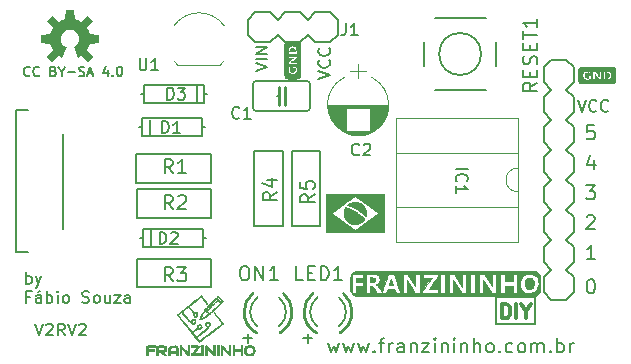
<source format=gbr>
%TF.GenerationSoftware,KiCad,Pcbnew,5.99.0-unknown-d4461f6c5~91~ubuntu20.04.1*%
%TF.CreationDate,2020-09-15T15:28:34-03:00*%
%TF.ProjectId,Franzininho,4672616e-7a69-46e6-996e-686f2e6b6963,rev?*%
%TF.SameCoordinates,Original*%
%TF.FileFunction,Legend,Top*%
%TF.FilePolarity,Positive*%
%FSLAX46Y46*%
G04 Gerber Fmt 4.6, Leading zero omitted, Abs format (unit mm)*
G04 Created by KiCad (PCBNEW 5.99.0-unknown-d4461f6c5~91~ubuntu20.04.1) date 2020-09-15 15:28:34*
%MOMM*%
%LPD*%
G01*
G04 APERTURE LIST*
%ADD10C,0.200000*%
%ADD11C,0.300000*%
%ADD12C,0.152400*%
%ADD13C,0.182880*%
%ADD14C,0.150000*%
%ADD15C,0.203200*%
%ADD16C,0.254000*%
%ADD17C,0.127000*%
%ADD18C,0.120000*%
%ADD19C,0.010000*%
G04 APERTURE END LIST*
D10*
X163583620Y-114808000D02*
X163583620Y-117094000D01*
X163583620Y-114808000D02*
X166631620Y-114808000D01*
X166885620Y-117094000D02*
X166885620Y-114808000D01*
X166885620Y-114808000D02*
X166631620Y-114808000D01*
X166885620Y-117094000D02*
X166631620Y-117094000D01*
X163583620Y-117094000D02*
X166631620Y-117094000D01*
D11*
X164100014Y-116608157D02*
X164100014Y-115408157D01*
X164385728Y-115408157D01*
X164557157Y-115465300D01*
X164671442Y-115579585D01*
X164728585Y-115693871D01*
X164785728Y-115922442D01*
X164785728Y-116093871D01*
X164728585Y-116322442D01*
X164671442Y-116436728D01*
X164557157Y-116551014D01*
X164385728Y-116608157D01*
X164100014Y-116608157D01*
X165300014Y-116608157D02*
X165300014Y-115408157D01*
X166100014Y-116036728D02*
X166100014Y-116608157D01*
X165700014Y-115408157D02*
X166100014Y-116036728D01*
X166500014Y-115408157D01*
D12*
X171947868Y-111632857D02*
X171262154Y-111632857D01*
X171605011Y-111632857D02*
X171605011Y-110432857D01*
X171490725Y-110604285D01*
X171376440Y-110718571D01*
X171262154Y-110775714D01*
X171262154Y-108007142D02*
X171319297Y-107950000D01*
X171433582Y-107892857D01*
X171719297Y-107892857D01*
X171833582Y-107950000D01*
X171890725Y-108007142D01*
X171947868Y-108121428D01*
X171947868Y-108235714D01*
X171890725Y-108407142D01*
X171205011Y-109092857D01*
X171947868Y-109092857D01*
X171205011Y-105352857D02*
X171947868Y-105352857D01*
X171547868Y-105810000D01*
X171719297Y-105810000D01*
X171833582Y-105867142D01*
X171890725Y-105924285D01*
X171947868Y-106038571D01*
X171947868Y-106324285D01*
X171890725Y-106438571D01*
X171833582Y-106495714D01*
X171719297Y-106552857D01*
X171376440Y-106552857D01*
X171262154Y-106495714D01*
X171205011Y-106438571D01*
X171833582Y-103212857D02*
X171833582Y-104012857D01*
X171547868Y-102755714D02*
X171262154Y-103612857D01*
X172005011Y-103612857D01*
X171890725Y-100272857D02*
X171319297Y-100272857D01*
X171262154Y-100844285D01*
X171319297Y-100787142D01*
X171433582Y-100730000D01*
X171719297Y-100730000D01*
X171833582Y-100787142D01*
X171890725Y-100844285D01*
X171947868Y-100958571D01*
X171947868Y-101244285D01*
X171890725Y-101358571D01*
X171833582Y-101415714D01*
X171719297Y-101472857D01*
X171433582Y-101472857D01*
X171319297Y-101415714D01*
X171262154Y-101358571D01*
X149368488Y-118706857D02*
X149597060Y-119506857D01*
X149825631Y-118935428D01*
X150054202Y-119506857D01*
X150282774Y-118706857D01*
X150625631Y-118706857D02*
X150854202Y-119506857D01*
X151082774Y-118935428D01*
X151311345Y-119506857D01*
X151539917Y-118706857D01*
X151882774Y-118706857D02*
X152111345Y-119506857D01*
X152339917Y-118935428D01*
X152568488Y-119506857D01*
X152797060Y-118706857D01*
X153254202Y-119392571D02*
X153311345Y-119449714D01*
X153254202Y-119506857D01*
X153197060Y-119449714D01*
X153254202Y-119392571D01*
X153254202Y-119506857D01*
X153654202Y-118706857D02*
X154111345Y-118706857D01*
X153825631Y-119506857D02*
X153825631Y-118478285D01*
X153882774Y-118364000D01*
X153997060Y-118306857D01*
X154111345Y-118306857D01*
X154511345Y-119506857D02*
X154511345Y-118706857D01*
X154511345Y-118935428D02*
X154568488Y-118821142D01*
X154625631Y-118764000D01*
X154739917Y-118706857D01*
X154854202Y-118706857D01*
X155768488Y-119506857D02*
X155768488Y-118878285D01*
X155711345Y-118764000D01*
X155597060Y-118706857D01*
X155368488Y-118706857D01*
X155254202Y-118764000D01*
X155768488Y-119449714D02*
X155654202Y-119506857D01*
X155368488Y-119506857D01*
X155254202Y-119449714D01*
X155197060Y-119335428D01*
X155197060Y-119221142D01*
X155254202Y-119106857D01*
X155368488Y-119049714D01*
X155654202Y-119049714D01*
X155768488Y-118992571D01*
X156339917Y-118706857D02*
X156339917Y-119506857D01*
X156339917Y-118821142D02*
X156397060Y-118764000D01*
X156511345Y-118706857D01*
X156682774Y-118706857D01*
X156797060Y-118764000D01*
X156854202Y-118878285D01*
X156854202Y-119506857D01*
X157311345Y-118706857D02*
X157939917Y-118706857D01*
X157311345Y-119506857D01*
X157939917Y-119506857D01*
X158397060Y-119506857D02*
X158397060Y-118706857D01*
X158397060Y-118306857D02*
X158339917Y-118364000D01*
X158397060Y-118421142D01*
X158454202Y-118364000D01*
X158397060Y-118306857D01*
X158397060Y-118421142D01*
X158968488Y-118706857D02*
X158968488Y-119506857D01*
X158968488Y-118821142D02*
X159025631Y-118764000D01*
X159139917Y-118706857D01*
X159311345Y-118706857D01*
X159425631Y-118764000D01*
X159482774Y-118878285D01*
X159482774Y-119506857D01*
X160054202Y-119506857D02*
X160054202Y-118706857D01*
X160054202Y-118306857D02*
X159997060Y-118364000D01*
X160054202Y-118421142D01*
X160111345Y-118364000D01*
X160054202Y-118306857D01*
X160054202Y-118421142D01*
X160625631Y-118706857D02*
X160625631Y-119506857D01*
X160625631Y-118821142D02*
X160682774Y-118764000D01*
X160797060Y-118706857D01*
X160968488Y-118706857D01*
X161082774Y-118764000D01*
X161139917Y-118878285D01*
X161139917Y-119506857D01*
X161711345Y-119506857D02*
X161711345Y-118306857D01*
X162225631Y-119506857D02*
X162225631Y-118878285D01*
X162168488Y-118764000D01*
X162054202Y-118706857D01*
X161882774Y-118706857D01*
X161768488Y-118764000D01*
X161711345Y-118821142D01*
X162968488Y-119506857D02*
X162854202Y-119449714D01*
X162797060Y-119392571D01*
X162739917Y-119278285D01*
X162739917Y-118935428D01*
X162797060Y-118821142D01*
X162854202Y-118764000D01*
X162968488Y-118706857D01*
X163139917Y-118706857D01*
X163254202Y-118764000D01*
X163311345Y-118821142D01*
X163368488Y-118935428D01*
X163368488Y-119278285D01*
X163311345Y-119392571D01*
X163254202Y-119449714D01*
X163139917Y-119506857D01*
X162968488Y-119506857D01*
X163882774Y-119392571D02*
X163939917Y-119449714D01*
X163882774Y-119506857D01*
X163825631Y-119449714D01*
X163882774Y-119392571D01*
X163882774Y-119506857D01*
X164968488Y-119449714D02*
X164854202Y-119506857D01*
X164625631Y-119506857D01*
X164511345Y-119449714D01*
X164454202Y-119392571D01*
X164397060Y-119278285D01*
X164397060Y-118935428D01*
X164454202Y-118821142D01*
X164511345Y-118764000D01*
X164625631Y-118706857D01*
X164854202Y-118706857D01*
X164968488Y-118764000D01*
X165654202Y-119506857D02*
X165539917Y-119449714D01*
X165482774Y-119392571D01*
X165425631Y-119278285D01*
X165425631Y-118935428D01*
X165482774Y-118821142D01*
X165539917Y-118764000D01*
X165654202Y-118706857D01*
X165825631Y-118706857D01*
X165939917Y-118764000D01*
X165997060Y-118821142D01*
X166054202Y-118935428D01*
X166054202Y-119278285D01*
X165997060Y-119392571D01*
X165939917Y-119449714D01*
X165825631Y-119506857D01*
X165654202Y-119506857D01*
X166568488Y-119506857D02*
X166568488Y-118706857D01*
X166568488Y-118821142D02*
X166625631Y-118764000D01*
X166739917Y-118706857D01*
X166911345Y-118706857D01*
X167025631Y-118764000D01*
X167082774Y-118878285D01*
X167082774Y-119506857D01*
X167082774Y-118878285D02*
X167139917Y-118764000D01*
X167254202Y-118706857D01*
X167425631Y-118706857D01*
X167539917Y-118764000D01*
X167597060Y-118878285D01*
X167597060Y-119506857D01*
X168168488Y-119392571D02*
X168225631Y-119449714D01*
X168168488Y-119506857D01*
X168111345Y-119449714D01*
X168168488Y-119392571D01*
X168168488Y-119506857D01*
X168739917Y-119506857D02*
X168739917Y-118306857D01*
X168739917Y-118764000D02*
X168854202Y-118706857D01*
X169082774Y-118706857D01*
X169197060Y-118764000D01*
X169254202Y-118821142D01*
X169311345Y-118935428D01*
X169311345Y-119278285D01*
X169254202Y-119392571D01*
X169197060Y-119449714D01*
X169082774Y-119506857D01*
X168854202Y-119506857D01*
X168739917Y-119449714D01*
X169825631Y-119506857D02*
X169825631Y-118706857D01*
X169825631Y-118935428D02*
X169882774Y-118821142D01*
X169939917Y-118764000D01*
X170054202Y-118706857D01*
X170168488Y-118706857D01*
X170494035Y-98123380D02*
X170827368Y-99123380D01*
X171160701Y-98123380D01*
X172065463Y-99028142D02*
X172017844Y-99075761D01*
X171874987Y-99123380D01*
X171779749Y-99123380D01*
X171636892Y-99075761D01*
X171541654Y-98980523D01*
X171494035Y-98885285D01*
X171446416Y-98694809D01*
X171446416Y-98551952D01*
X171494035Y-98361476D01*
X171541654Y-98266238D01*
X171636892Y-98171000D01*
X171779749Y-98123380D01*
X171874987Y-98123380D01*
X172017844Y-98171000D01*
X172065463Y-98218619D01*
X173065463Y-99028142D02*
X173017844Y-99075761D01*
X172874987Y-99123380D01*
X172779749Y-99123380D01*
X172636892Y-99075761D01*
X172541654Y-98980523D01*
X172494035Y-98885285D01*
X172446416Y-98694809D01*
X172446416Y-98551952D01*
X172494035Y-98361476D01*
X172541654Y-98266238D01*
X172636892Y-98171000D01*
X172779749Y-98123380D01*
X172874987Y-98123380D01*
X173017844Y-98171000D01*
X173065463Y-98218619D01*
X171547868Y-113290357D02*
X171662154Y-113290357D01*
X171776440Y-113347500D01*
X171833582Y-113404642D01*
X171890725Y-113518928D01*
X171947868Y-113747500D01*
X171947868Y-114033214D01*
X171890725Y-114261785D01*
X171833582Y-114376071D01*
X171776440Y-114433214D01*
X171662154Y-114490357D01*
X171547868Y-114490357D01*
X171433582Y-114433214D01*
X171376440Y-114376071D01*
X171319297Y-114261785D01*
X171262154Y-114033214D01*
X171262154Y-113747500D01*
X171319297Y-113518928D01*
X171376440Y-113404642D01*
X171433582Y-113347500D01*
X171547868Y-113290357D01*
X143224380Y-95690701D02*
X144224380Y-95357368D01*
X143224380Y-95024035D01*
X144224380Y-94690701D02*
X143224380Y-94690701D01*
X144224380Y-94214511D02*
X143224380Y-94214511D01*
X144224380Y-93643082D01*
X143224380Y-93643082D01*
X148527230Y-96332964D02*
X149527230Y-95999631D01*
X148527230Y-95666298D01*
X149431992Y-94761536D02*
X149479611Y-94809155D01*
X149527230Y-94952012D01*
X149527230Y-95047250D01*
X149479611Y-95190107D01*
X149384373Y-95285345D01*
X149289135Y-95332964D01*
X149098659Y-95380583D01*
X148955802Y-95380583D01*
X148765326Y-95332964D01*
X148670088Y-95285345D01*
X148574850Y-95190107D01*
X148527230Y-95047250D01*
X148527230Y-94952012D01*
X148574850Y-94809155D01*
X148622469Y-94761536D01*
X149431992Y-93761536D02*
X149479611Y-93809155D01*
X149527230Y-93952012D01*
X149527230Y-94047250D01*
X149479611Y-94190107D01*
X149384373Y-94285345D01*
X149289135Y-94332964D01*
X149098659Y-94380583D01*
X148955802Y-94380583D01*
X148765326Y-94332964D01*
X148670088Y-94285345D01*
X148574850Y-94190107D01*
X148527230Y-94047250D01*
X148527230Y-93952012D01*
X148574850Y-93809155D01*
X148622469Y-93761536D01*
D13*
X124083491Y-96024714D02*
X124045395Y-96062809D01*
X123931110Y-96100904D01*
X123854919Y-96100904D01*
X123740633Y-96062809D01*
X123664443Y-95986619D01*
X123626348Y-95910428D01*
X123588252Y-95758047D01*
X123588252Y-95643761D01*
X123626348Y-95491380D01*
X123664443Y-95415190D01*
X123740633Y-95339000D01*
X123854919Y-95300904D01*
X123931110Y-95300904D01*
X124045395Y-95339000D01*
X124083491Y-95377095D01*
X124883491Y-96024714D02*
X124845395Y-96062809D01*
X124731110Y-96100904D01*
X124654919Y-96100904D01*
X124540633Y-96062809D01*
X124464443Y-95986619D01*
X124426348Y-95910428D01*
X124388252Y-95758047D01*
X124388252Y-95643761D01*
X124426348Y-95491380D01*
X124464443Y-95415190D01*
X124540633Y-95339000D01*
X124654919Y-95300904D01*
X124731110Y-95300904D01*
X124845395Y-95339000D01*
X124883491Y-95377095D01*
X126102538Y-95681857D02*
X126216824Y-95719952D01*
X126254919Y-95758047D01*
X126293014Y-95834238D01*
X126293014Y-95948523D01*
X126254919Y-96024714D01*
X126216824Y-96062809D01*
X126140633Y-96100904D01*
X125835872Y-96100904D01*
X125835872Y-95300904D01*
X126102538Y-95300904D01*
X126178729Y-95339000D01*
X126216824Y-95377095D01*
X126254919Y-95453285D01*
X126254919Y-95529476D01*
X126216824Y-95605666D01*
X126178729Y-95643761D01*
X126102538Y-95681857D01*
X125835872Y-95681857D01*
X126788252Y-95719952D02*
X126788252Y-96100904D01*
X126521586Y-95300904D02*
X126788252Y-95719952D01*
X127054919Y-95300904D01*
X127321586Y-95796142D02*
X127931110Y-95796142D01*
X128273967Y-96062809D02*
X128388252Y-96100904D01*
X128578729Y-96100904D01*
X128654919Y-96062809D01*
X128693014Y-96024714D01*
X128731110Y-95948523D01*
X128731110Y-95872333D01*
X128693014Y-95796142D01*
X128654919Y-95758047D01*
X128578729Y-95719952D01*
X128426348Y-95681857D01*
X128350157Y-95643761D01*
X128312062Y-95605666D01*
X128273967Y-95529476D01*
X128273967Y-95453285D01*
X128312062Y-95377095D01*
X128350157Y-95339000D01*
X128426348Y-95300904D01*
X128616824Y-95300904D01*
X128731110Y-95339000D01*
X129035872Y-95872333D02*
X129416824Y-95872333D01*
X128959681Y-96100904D02*
X129226348Y-95300904D01*
X129493014Y-96100904D01*
X130712062Y-95567571D02*
X130712062Y-96100904D01*
X130521586Y-95262809D02*
X130331110Y-95834238D01*
X130826348Y-95834238D01*
X131131110Y-96024714D02*
X131169205Y-96062809D01*
X131131110Y-96100904D01*
X131093014Y-96062809D01*
X131131110Y-96024714D01*
X131131110Y-96100904D01*
X131664443Y-95300904D02*
X131740633Y-95300904D01*
X131816824Y-95339000D01*
X131854919Y-95377095D01*
X131893014Y-95453285D01*
X131931110Y-95605666D01*
X131931110Y-95796142D01*
X131893014Y-95948523D01*
X131854919Y-96024714D01*
X131816824Y-96062809D01*
X131740633Y-96100904D01*
X131664443Y-96100904D01*
X131588252Y-96062809D01*
X131550157Y-96024714D01*
X131512062Y-95948523D01*
X131473967Y-95796142D01*
X131473967Y-95605666D01*
X131512062Y-95453285D01*
X131550157Y-95377095D01*
X131588252Y-95339000D01*
X131664443Y-95300904D01*
D12*
X124527298Y-117062380D02*
X124860631Y-118062380D01*
X125193964Y-117062380D01*
X125479679Y-117157619D02*
X125527298Y-117110000D01*
X125622536Y-117062380D01*
X125860631Y-117062380D01*
X125955869Y-117110000D01*
X126003488Y-117157619D01*
X126051107Y-117252857D01*
X126051107Y-117348095D01*
X126003488Y-117490952D01*
X125432060Y-118062380D01*
X126051107Y-118062380D01*
X127051107Y-118062380D02*
X126717774Y-117586190D01*
X126479679Y-118062380D02*
X126479679Y-117062380D01*
X126860631Y-117062380D01*
X126955869Y-117110000D01*
X127003488Y-117157619D01*
X127051107Y-117252857D01*
X127051107Y-117395714D01*
X127003488Y-117490952D01*
X126955869Y-117538571D01*
X126860631Y-117586190D01*
X126479679Y-117586190D01*
X127336821Y-117062380D02*
X127670155Y-118062380D01*
X128003488Y-117062380D01*
X128289202Y-117157619D02*
X128336821Y-117110000D01*
X128432060Y-117062380D01*
X128670155Y-117062380D01*
X128765393Y-117110000D01*
X128813012Y-117157619D01*
X128860631Y-117252857D01*
X128860631Y-117348095D01*
X128813012Y-117490952D01*
X128241583Y-118062380D01*
X128860631Y-118062380D01*
X123781155Y-113699380D02*
X123781155Y-112699380D01*
X123781155Y-113080333D02*
X123876393Y-113032714D01*
X124066869Y-113032714D01*
X124162107Y-113080333D01*
X124209726Y-113127952D01*
X124257345Y-113223190D01*
X124257345Y-113508904D01*
X124209726Y-113604142D01*
X124162107Y-113651761D01*
X124066869Y-113699380D01*
X123876393Y-113699380D01*
X123781155Y-113651761D01*
X124590679Y-113032714D02*
X124828774Y-113699380D01*
X125066869Y-113032714D02*
X124828774Y-113699380D01*
X124733536Y-113937476D01*
X124685917Y-113985095D01*
X124590679Y-114032714D01*
X124114488Y-114785571D02*
X123781155Y-114785571D01*
X123781155Y-115309380D02*
X123781155Y-114309380D01*
X124257345Y-114309380D01*
X125066869Y-115309380D02*
X125066869Y-114785571D01*
X125019250Y-114690333D01*
X124924012Y-114642714D01*
X124733536Y-114642714D01*
X124638298Y-114690333D01*
X125066869Y-115261761D02*
X124971631Y-115309380D01*
X124733536Y-115309380D01*
X124638298Y-115261761D01*
X124590679Y-115166523D01*
X124590679Y-115071285D01*
X124638298Y-114976047D01*
X124733536Y-114928428D01*
X124971631Y-114928428D01*
X125066869Y-114880809D01*
X124924012Y-114261761D02*
X124781155Y-114404619D01*
X125543060Y-115309380D02*
X125543060Y-114309380D01*
X125543060Y-114690333D02*
X125638298Y-114642714D01*
X125828774Y-114642714D01*
X125924012Y-114690333D01*
X125971631Y-114737952D01*
X126019250Y-114833190D01*
X126019250Y-115118904D01*
X125971631Y-115214142D01*
X125924012Y-115261761D01*
X125828774Y-115309380D01*
X125638298Y-115309380D01*
X125543060Y-115261761D01*
X126447821Y-115309380D02*
X126447821Y-114642714D01*
X126447821Y-114309380D02*
X126400202Y-114357000D01*
X126447821Y-114404619D01*
X126495440Y-114357000D01*
X126447821Y-114309380D01*
X126447821Y-114404619D01*
X127066869Y-115309380D02*
X126971631Y-115261761D01*
X126924012Y-115214142D01*
X126876393Y-115118904D01*
X126876393Y-114833190D01*
X126924012Y-114737952D01*
X126971631Y-114690333D01*
X127066869Y-114642714D01*
X127209726Y-114642714D01*
X127304964Y-114690333D01*
X127352583Y-114737952D01*
X127400202Y-114833190D01*
X127400202Y-115118904D01*
X127352583Y-115214142D01*
X127304964Y-115261761D01*
X127209726Y-115309380D01*
X127066869Y-115309380D01*
X128543060Y-115261761D02*
X128685917Y-115309380D01*
X128924012Y-115309380D01*
X129019250Y-115261761D01*
X129066869Y-115214142D01*
X129114488Y-115118904D01*
X129114488Y-115023666D01*
X129066869Y-114928428D01*
X129019250Y-114880809D01*
X128924012Y-114833190D01*
X128733536Y-114785571D01*
X128638298Y-114737952D01*
X128590679Y-114690333D01*
X128543060Y-114595095D01*
X128543060Y-114499857D01*
X128590679Y-114404619D01*
X128638298Y-114357000D01*
X128733536Y-114309380D01*
X128971631Y-114309380D01*
X129114488Y-114357000D01*
X129685917Y-115309380D02*
X129590679Y-115261761D01*
X129543060Y-115214142D01*
X129495440Y-115118904D01*
X129495440Y-114833190D01*
X129543060Y-114737952D01*
X129590679Y-114690333D01*
X129685917Y-114642714D01*
X129828774Y-114642714D01*
X129924012Y-114690333D01*
X129971631Y-114737952D01*
X130019250Y-114833190D01*
X130019250Y-115118904D01*
X129971631Y-115214142D01*
X129924012Y-115261761D01*
X129828774Y-115309380D01*
X129685917Y-115309380D01*
X130876393Y-114642714D02*
X130876393Y-115309380D01*
X130447821Y-114642714D02*
X130447821Y-115166523D01*
X130495440Y-115261761D01*
X130590679Y-115309380D01*
X130733536Y-115309380D01*
X130828774Y-115261761D01*
X130876393Y-115214142D01*
X131257345Y-114642714D02*
X131781155Y-114642714D01*
X131257345Y-115309380D01*
X131781155Y-115309380D01*
X132590679Y-115309380D02*
X132590679Y-114785571D01*
X132543060Y-114690333D01*
X132447821Y-114642714D01*
X132257345Y-114642714D01*
X132162107Y-114690333D01*
X132590679Y-115261761D02*
X132495440Y-115309380D01*
X132257345Y-115309380D01*
X132162107Y-115261761D01*
X132114488Y-115166523D01*
X132114488Y-115071285D01*
X132162107Y-114976047D01*
X132257345Y-114928428D01*
X132495440Y-114928428D01*
X132590679Y-114880809D01*
X135092654Y-110324780D02*
X135092654Y-109324780D01*
X135330749Y-109324780D01*
X135473606Y-109372400D01*
X135568844Y-109467638D01*
X135616463Y-109562876D01*
X135664082Y-109753352D01*
X135664082Y-109896209D01*
X135616463Y-110086685D01*
X135568844Y-110181923D01*
X135473606Y-110277161D01*
X135330749Y-110324780D01*
X135092654Y-110324780D01*
X136045035Y-109420019D02*
X136092654Y-109372400D01*
X136187892Y-109324780D01*
X136425987Y-109324780D01*
X136521225Y-109372400D01*
X136568844Y-109420019D01*
X136616463Y-109515257D01*
X136616463Y-109610495D01*
X136568844Y-109753352D01*
X135997416Y-110324780D01*
X136616463Y-110324780D01*
X135295854Y-100926780D02*
X135295854Y-99926780D01*
X135533949Y-99926780D01*
X135676806Y-99974400D01*
X135772044Y-100069638D01*
X135819663Y-100164876D01*
X135867282Y-100355352D01*
X135867282Y-100498209D01*
X135819663Y-100688685D01*
X135772044Y-100783923D01*
X135676806Y-100879161D01*
X135533949Y-100926780D01*
X135295854Y-100926780D01*
X136819663Y-100926780D02*
X136248235Y-100926780D01*
X136533949Y-100926780D02*
X136533949Y-99926780D01*
X136438711Y-100069638D01*
X136343473Y-100164876D01*
X136248235Y-100212495D01*
X141854632Y-99613942D02*
X141807013Y-99661561D01*
X141664156Y-99709180D01*
X141568918Y-99709180D01*
X141426061Y-99661561D01*
X141330823Y-99566323D01*
X141283204Y-99471085D01*
X141235585Y-99280609D01*
X141235585Y-99137752D01*
X141283204Y-98947276D01*
X141330823Y-98852038D01*
X141426061Y-98756800D01*
X141568918Y-98709180D01*
X141664156Y-98709180D01*
X141807013Y-98756800D01*
X141854632Y-98804419D01*
X142807013Y-99709180D02*
X142235585Y-99709180D01*
X142521299Y-99709180D02*
X142521299Y-98709180D01*
X142426061Y-98852038D01*
X142330823Y-98947276D01*
X142235585Y-98994895D01*
X136198488Y-104336857D02*
X135798488Y-103765428D01*
X135512774Y-104336857D02*
X135512774Y-103136857D01*
X135969917Y-103136857D01*
X136084202Y-103194000D01*
X136141345Y-103251142D01*
X136198488Y-103365428D01*
X136198488Y-103536857D01*
X136141345Y-103651142D01*
X136084202Y-103708285D01*
X135969917Y-103765428D01*
X135512774Y-103765428D01*
X137341345Y-104336857D02*
X136655631Y-104336857D01*
X136998488Y-104336857D02*
X136998488Y-103136857D01*
X136884202Y-103308285D01*
X136769917Y-103422571D01*
X136655631Y-103479714D01*
X136198488Y-107384857D02*
X135798488Y-106813428D01*
X135512774Y-107384857D02*
X135512774Y-106184857D01*
X135969917Y-106184857D01*
X136084202Y-106242000D01*
X136141345Y-106299142D01*
X136198488Y-106413428D01*
X136198488Y-106584857D01*
X136141345Y-106699142D01*
X136084202Y-106756285D01*
X135969917Y-106813428D01*
X135512774Y-106813428D01*
X136655631Y-106299142D02*
X136712774Y-106242000D01*
X136827060Y-106184857D01*
X137112774Y-106184857D01*
X137227060Y-106242000D01*
X137284202Y-106299142D01*
X137341345Y-106413428D01*
X137341345Y-106527714D01*
X137284202Y-106699142D01*
X136598488Y-107384857D01*
X137341345Y-107384857D01*
X136198488Y-113480857D02*
X135798488Y-112909428D01*
X135512774Y-113480857D02*
X135512774Y-112280857D01*
X135969917Y-112280857D01*
X136084202Y-112338000D01*
X136141345Y-112395142D01*
X136198488Y-112509428D01*
X136198488Y-112680857D01*
X136141345Y-112795142D01*
X136084202Y-112852285D01*
X135969917Y-112909428D01*
X135512774Y-112909428D01*
X136598488Y-112280857D02*
X137341345Y-112280857D01*
X136941345Y-112738000D01*
X137112774Y-112738000D01*
X137227060Y-112795142D01*
X137284202Y-112852285D01*
X137341345Y-112966571D01*
X137341345Y-113252285D01*
X137284202Y-113366571D01*
X137227060Y-113423714D01*
X137112774Y-113480857D01*
X136769917Y-113480857D01*
X136655631Y-113423714D01*
X136598488Y-113366571D01*
X147234082Y-113410857D02*
X146662654Y-113410857D01*
X146662654Y-112210857D01*
X147634082Y-112782285D02*
X148034082Y-112782285D01*
X148205511Y-113410857D02*
X147634082Y-113410857D01*
X147634082Y-112210857D01*
X148205511Y-112210857D01*
X148719797Y-113410857D02*
X148719797Y-112210857D01*
X149005511Y-112210857D01*
X149176940Y-112268000D01*
X149291225Y-112382285D01*
X149348368Y-112496571D01*
X149405511Y-112725142D01*
X149405511Y-112896571D01*
X149348368Y-113125142D01*
X149291225Y-113239428D01*
X149176940Y-113353714D01*
X149005511Y-113410857D01*
X148719797Y-113410857D01*
X150548368Y-113410857D02*
X149862654Y-113410857D01*
X150205511Y-113410857D02*
X150205511Y-112210857D01*
X150091225Y-112382285D01*
X149976940Y-112496571D01*
X149862654Y-112553714D01*
X148208857Y-106118488D02*
X147637428Y-106518488D01*
X148208857Y-106804202D02*
X147008857Y-106804202D01*
X147008857Y-106347060D01*
X147066000Y-106232774D01*
X147123142Y-106175631D01*
X147237428Y-106118488D01*
X147408857Y-106118488D01*
X147523142Y-106175631D01*
X147580285Y-106232774D01*
X147637428Y-106347060D01*
X147637428Y-106804202D01*
X147008857Y-105032774D02*
X147008857Y-105604202D01*
X147580285Y-105661345D01*
X147523142Y-105604202D01*
X147466000Y-105489917D01*
X147466000Y-105204202D01*
X147523142Y-105089917D01*
X147580285Y-105032774D01*
X147694571Y-104975631D01*
X147980285Y-104975631D01*
X148094571Y-105032774D01*
X148151714Y-105089917D01*
X148208857Y-105204202D01*
X148208857Y-105489917D01*
X148151714Y-105604202D01*
X148094571Y-105661345D01*
X135719155Y-98097980D02*
X135719155Y-97097980D01*
X135957250Y-97097980D01*
X136100107Y-97145600D01*
X136195345Y-97240838D01*
X136242964Y-97336076D01*
X136290583Y-97526552D01*
X136290583Y-97669409D01*
X136242964Y-97859885D01*
X136195345Y-97955123D01*
X136100107Y-98050361D01*
X135957250Y-98097980D01*
X135719155Y-98097980D01*
X136623917Y-97097980D02*
X137242964Y-97097980D01*
X136909631Y-97478933D01*
X137052488Y-97478933D01*
X137147726Y-97526552D01*
X137195345Y-97574171D01*
X137242964Y-97669409D01*
X137242964Y-97907504D01*
X137195345Y-98002742D01*
X137147726Y-98050361D01*
X137052488Y-98097980D01*
X136766774Y-98097980D01*
X136671536Y-98050361D01*
X136623917Y-98002742D01*
X145008457Y-105915288D02*
X144437028Y-106315288D01*
X145008457Y-106601002D02*
X143808457Y-106601002D01*
X143808457Y-106143860D01*
X143865600Y-106029574D01*
X143922742Y-105972431D01*
X144037028Y-105915288D01*
X144208457Y-105915288D01*
X144322742Y-105972431D01*
X144379885Y-106029574D01*
X144437028Y-106143860D01*
X144437028Y-106601002D01*
X144208457Y-104886717D02*
X145008457Y-104886717D01*
X143751314Y-105172431D02*
X144608457Y-105458145D01*
X144608457Y-104715288D01*
X150856463Y-91646380D02*
X150856463Y-92360666D01*
X150808844Y-92503523D01*
X150713606Y-92598761D01*
X150570749Y-92646380D01*
X150475511Y-92646380D01*
X151856463Y-92646380D02*
X151285035Y-92646380D01*
X151570749Y-92646380D02*
X151570749Y-91646380D01*
X151475511Y-91789238D01*
X151380273Y-91884476D01*
X151285035Y-91932095D01*
X167061847Y-96661393D02*
X166487323Y-97063560D01*
X167061847Y-97350821D02*
X165855347Y-97350821D01*
X165855347Y-96891202D01*
X165912800Y-96776298D01*
X165970252Y-96718845D01*
X166085157Y-96661393D01*
X166257514Y-96661393D01*
X166372419Y-96718845D01*
X166429871Y-96776298D01*
X166487323Y-96891202D01*
X166487323Y-97350821D01*
X166429871Y-96144321D02*
X166429871Y-95742155D01*
X167061847Y-95569798D02*
X167061847Y-96144321D01*
X165855347Y-96144321D01*
X165855347Y-95569798D01*
X167004395Y-95110179D02*
X167061847Y-94937821D01*
X167061847Y-94650560D01*
X167004395Y-94535655D01*
X166946942Y-94478202D01*
X166832038Y-94420750D01*
X166717133Y-94420750D01*
X166602228Y-94478202D01*
X166544776Y-94535655D01*
X166487323Y-94650560D01*
X166429871Y-94880369D01*
X166372419Y-94995274D01*
X166314966Y-95052726D01*
X166200061Y-95110179D01*
X166085157Y-95110179D01*
X165970252Y-95052726D01*
X165912800Y-94995274D01*
X165855347Y-94880369D01*
X165855347Y-94593107D01*
X165912800Y-94420750D01*
X166429871Y-93903679D02*
X166429871Y-93501512D01*
X167061847Y-93329155D02*
X167061847Y-93903679D01*
X165855347Y-93903679D01*
X165855347Y-93329155D01*
X165855347Y-92984440D02*
X165855347Y-92295012D01*
X167061847Y-92639726D02*
X165855347Y-92639726D01*
X167061847Y-91260869D02*
X167061847Y-91950298D01*
X167061847Y-91605583D02*
X165855347Y-91605583D01*
X166027704Y-91720488D01*
X166142609Y-91835393D01*
X166200061Y-91950298D01*
D14*
X133400895Y-94600780D02*
X133400895Y-95410304D01*
X133448514Y-95505542D01*
X133496133Y-95553161D01*
X133591371Y-95600780D01*
X133781847Y-95600780D01*
X133877085Y-95553161D01*
X133924704Y-95505542D01*
X133972323Y-95410304D01*
X133972323Y-94600780D01*
X134972323Y-95600780D02*
X134400895Y-95600780D01*
X134686609Y-95600780D02*
X134686609Y-94600780D01*
X134591371Y-94743638D01*
X134496133Y-94838876D01*
X134400895Y-94886495D01*
X160177219Y-103976609D02*
X161177219Y-103976609D01*
X160272457Y-105024228D02*
X160224838Y-104976609D01*
X160177219Y-104833752D01*
X160177219Y-104738514D01*
X160224838Y-104595657D01*
X160320076Y-104500419D01*
X160415314Y-104452800D01*
X160605790Y-104405180D01*
X160748647Y-104405180D01*
X160939123Y-104452800D01*
X161034361Y-104500419D01*
X161129600Y-104595657D01*
X161177219Y-104738514D01*
X161177219Y-104833752D01*
X161129600Y-104976609D01*
X161081980Y-105024228D01*
X160177219Y-105976609D02*
X160177219Y-105405180D01*
X160177219Y-105690895D02*
X161177219Y-105690895D01*
X161034361Y-105595657D01*
X160939123Y-105500419D01*
X160891504Y-105405180D01*
D12*
X142173082Y-112210857D02*
X142401654Y-112210857D01*
X142515940Y-112268000D01*
X142630225Y-112382285D01*
X142687368Y-112610857D01*
X142687368Y-113010857D01*
X142630225Y-113239428D01*
X142515940Y-113353714D01*
X142401654Y-113410857D01*
X142173082Y-113410857D01*
X142058797Y-113353714D01*
X141944511Y-113239428D01*
X141887368Y-113010857D01*
X141887368Y-112610857D01*
X141944511Y-112382285D01*
X142058797Y-112268000D01*
X142173082Y-112210857D01*
X143201654Y-113410857D02*
X143201654Y-112210857D01*
X143887368Y-113410857D01*
X143887368Y-112210857D01*
X145087368Y-113410857D02*
X144401654Y-113410857D01*
X144744511Y-113410857D02*
X144744511Y-112210857D01*
X144630225Y-112382285D01*
X144515940Y-112496571D01*
X144401654Y-112553714D01*
D14*
X151979333Y-102719142D02*
X151931714Y-102766761D01*
X151788857Y-102814380D01*
X151693619Y-102814380D01*
X151550761Y-102766761D01*
X151455523Y-102671523D01*
X151407904Y-102576285D01*
X151360285Y-102385809D01*
X151360285Y-102242952D01*
X151407904Y-102052476D01*
X151455523Y-101957238D01*
X151550761Y-101862000D01*
X151693619Y-101814380D01*
X151788857Y-101814380D01*
X151931714Y-101862000D01*
X151979333Y-101909619D01*
X152360285Y-101909619D02*
X152407904Y-101862000D01*
X152503142Y-101814380D01*
X152741238Y-101814380D01*
X152836476Y-101862000D01*
X152884095Y-101909619D01*
X152931714Y-102004857D01*
X152931714Y-102100095D01*
X152884095Y-102242952D01*
X152312666Y-102814380D01*
X152931714Y-102814380D01*
D15*
X126952350Y-109018600D02*
X126952350Y-101018600D01*
X122952350Y-99018600D02*
X122952350Y-111018600D01*
X122952350Y-111018600D02*
X123952350Y-111018600D01*
X122952350Y-99018600D02*
X123952350Y-99018600D01*
X133705850Y-109052100D02*
X138785850Y-109052100D01*
X138785850Y-109814100D02*
X138785850Y-110576100D01*
X133705850Y-109814100D02*
X133451850Y-109814100D01*
X134340850Y-110449100D02*
X134340850Y-109179100D01*
X138785850Y-110576100D02*
X133705850Y-110576100D01*
X138785850Y-109052100D02*
X138785850Y-109814100D01*
X138785850Y-109814100D02*
X139039850Y-109814100D01*
X133705850Y-110576100D02*
X133705850Y-109814100D01*
X133705850Y-109814100D02*
X133705850Y-109052100D01*
X138686850Y-100452100D02*
X138686850Y-101214100D01*
X138686850Y-99690100D02*
X138686850Y-100452100D01*
X134241850Y-101087100D02*
X134241850Y-99817100D01*
X133606850Y-100452100D02*
X133352850Y-100452100D01*
X138686850Y-101214100D02*
X133606850Y-101214100D01*
X133606850Y-99690100D02*
X138686850Y-99690100D01*
X138686850Y-100452100D02*
X138940850Y-100452100D01*
X133606850Y-100452100D02*
X133606850Y-99690100D01*
X133606850Y-101214100D02*
X133606850Y-100452100D01*
D16*
X145161000Y-97790000D02*
X145161000Y-98552000D01*
D12*
X143256000Y-96520000D02*
X147574000Y-96520000D01*
X147828000Y-96774000D02*
X147828000Y-98806000D01*
X147574000Y-99060000D02*
X143256000Y-99060000D01*
X145161000Y-97790000D02*
X145034000Y-97790000D01*
X145796000Y-97790000D02*
X145669000Y-97790000D01*
X143002000Y-96774000D02*
X143002000Y-98806000D01*
D16*
X145669000Y-97790000D02*
X145669000Y-98552000D01*
X145161000Y-97028000D02*
X145161000Y-97790000D01*
X145669000Y-97790000D02*
X145669000Y-97028000D01*
D12*
X147828000Y-98806000D02*
G75*
G02*
X147574000Y-99060000I-254000J0D01*
G01*
X143256000Y-99060000D02*
G75*
G02*
X143002000Y-98806000I0J254000D01*
G01*
X143256000Y-96520000D02*
G75*
G03*
X143002000Y-96774000I0J-254000D01*
G01*
X147828000Y-96774000D02*
G75*
G03*
X147574000Y-96520000I-254000J0D01*
G01*
D15*
X139412350Y-102728100D02*
X139412350Y-105128100D01*
X133112350Y-102728100D02*
X139412350Y-102728100D01*
X139412350Y-105128100D02*
X133112350Y-105128100D01*
X133112350Y-105128100D02*
X133112350Y-102728100D01*
X139474850Y-108093100D02*
X133174850Y-108093100D01*
X133174850Y-105693100D02*
X139474850Y-105693100D01*
X139474850Y-105693100D02*
X139474850Y-108093100D01*
X133174850Y-108093100D02*
X133174850Y-105693100D01*
X133174850Y-111576000D02*
X139474850Y-111576000D01*
X139474850Y-113976000D02*
X133174850Y-113976000D01*
X139474850Y-111576000D02*
X139474850Y-113976000D01*
X133174850Y-113976000D02*
X133174850Y-111576000D01*
D17*
X148031200Y-118313200D02*
X147243800Y-118313200D01*
X147624800Y-118668800D02*
X147624800Y-117932200D01*
D12*
X150876000Y-116078000D02*
G75*
G02*
X150287600Y-117281000I-1524000J8D01*
G01*
D16*
X151384000Y-116078000D02*
G75*
G02*
X150360200Y-117842300I-2032000J-56D01*
G01*
X148051100Y-114517000D02*
G75*
G03*
X147320000Y-116078000I1300900J-1560988D01*
G01*
D12*
X150287600Y-114875000D02*
G75*
G02*
X150876000Y-116078000I-935600J-1203008D01*
G01*
X147828000Y-116078000D02*
G75*
G03*
X148437600Y-117297200I1524000J0D01*
G01*
D16*
X150664600Y-114526800D02*
G75*
G02*
X151384000Y-116078000I-1312600J-1551163D01*
G01*
X147320000Y-116078000D02*
G75*
G03*
X148395800Y-117870900I2032000J60D01*
G01*
D12*
X148466199Y-114837900D02*
G75*
G03*
X147828000Y-116078000I885801J-1240134D01*
G01*
D15*
X148685850Y-102473100D02*
X148685850Y-108773100D01*
X148685850Y-108773100D02*
X146285850Y-108773100D01*
X146285850Y-108773100D02*
X146285850Y-102473100D01*
X146285850Y-102473100D02*
X148685850Y-102473100D01*
X133776450Y-98372500D02*
X133776450Y-97610500D01*
X138856450Y-96848500D02*
X138856450Y-97610500D01*
X133776450Y-96848500D02*
X138856450Y-96848500D01*
X138856450Y-98372500D02*
X133776450Y-98372500D01*
X138856450Y-97610500D02*
X138856450Y-98372500D01*
X133776450Y-97610500D02*
X133522450Y-97610500D01*
X138856450Y-97610500D02*
X139110450Y-97610500D01*
X138221450Y-96975500D02*
X138221450Y-98245500D01*
X133776450Y-97610500D02*
X133776450Y-96848500D01*
X143120850Y-108773100D02*
X143120850Y-102473100D01*
X145520850Y-108773100D02*
X143120850Y-108773100D01*
X145520850Y-102473100D02*
X145520850Y-108773100D01*
X143120850Y-102473100D02*
X145520850Y-102473100D01*
X169514850Y-99791100D02*
X170149850Y-99156100D01*
X167609850Y-111856100D02*
X167609850Y-110586100D01*
X169514850Y-107411100D02*
X170149850Y-106776100D01*
X169514850Y-97251100D02*
X170149850Y-96616100D01*
X167609850Y-96616100D02*
X167609850Y-95346100D01*
X167609850Y-104236100D02*
X167609850Y-102966100D01*
X167609850Y-102966100D02*
X168244850Y-102331100D01*
X169514850Y-112491100D02*
X170149850Y-113126100D01*
X167609850Y-114396100D02*
X168244850Y-115031100D01*
X169514850Y-109951100D02*
X170149850Y-110586100D01*
X168244850Y-109951100D02*
X167609850Y-109316100D01*
X167609850Y-113126100D02*
X168244850Y-112491100D01*
X170149850Y-111856100D02*
X169514850Y-112491100D01*
X170149850Y-101696100D02*
X169514850Y-102331100D01*
X167609850Y-110586100D02*
X168244850Y-109951100D01*
X170149850Y-109316100D02*
X169514850Y-109951100D01*
X167609850Y-101696100D02*
X167609850Y-100426100D01*
X167609850Y-95346100D02*
X168244850Y-94711100D01*
X170149850Y-113126100D02*
X170149850Y-114396100D01*
X167609850Y-97886100D02*
X168244850Y-97251100D01*
X169514850Y-99791100D02*
X170149850Y-100426100D01*
X170149850Y-97886100D02*
X170149850Y-99156100D01*
X167609850Y-114396100D02*
X167609850Y-113126100D01*
X167609850Y-99156100D02*
X167609850Y-97886100D01*
X170149850Y-110586100D02*
X170149850Y-111856100D01*
X170149850Y-102966100D02*
X170149850Y-104236100D01*
X169514850Y-94711100D02*
X170149850Y-95346100D01*
X170149850Y-104236100D02*
X169514850Y-104871100D01*
X169514850Y-104871100D02*
X170149850Y-105506100D01*
X167609850Y-99156100D02*
X168244850Y-99791100D01*
X169514850Y-115031100D02*
X170149850Y-114396100D01*
X167609850Y-96616100D02*
X168244850Y-97251100D01*
X168244850Y-94711100D02*
X169514850Y-94711100D01*
X170149850Y-100426100D02*
X170149850Y-101696100D01*
X169514850Y-102331100D02*
X170149850Y-102966100D01*
X167609850Y-109316100D02*
X167609850Y-108046100D01*
X167609850Y-100426100D02*
X168244850Y-99791100D01*
X170149850Y-105506100D02*
X170149850Y-106776100D01*
X168244850Y-112491100D02*
X167609850Y-111856100D01*
X168244850Y-104871100D02*
X167609850Y-104236100D01*
X168244850Y-102331100D02*
X167609850Y-101696100D01*
X168244850Y-115031100D02*
X169514850Y-115031100D01*
X169514850Y-97251100D02*
X170149850Y-97886100D01*
X170149850Y-95346100D02*
X170149850Y-96616100D01*
X167609850Y-105506100D02*
X168244850Y-104871100D01*
X170149850Y-108046100D02*
X170149850Y-109316100D01*
X167609850Y-106776100D02*
X167609850Y-105506100D01*
X167609850Y-106776100D02*
X168244850Y-107411100D01*
X167609850Y-108046100D02*
X168244850Y-107411100D01*
X169514850Y-107411100D02*
X170149850Y-108046100D01*
G36*
X127894600Y-91289300D02*
G01*
X128165720Y-91376070D01*
X128418800Y-91506400D01*
X129047200Y-90994000D01*
X129478000Y-91424800D01*
X128965600Y-92053200D01*
X129095930Y-92306280D01*
X129182700Y-92577400D01*
X129989400Y-92659300D01*
X129989400Y-93268700D01*
X129182700Y-93350600D01*
X128965600Y-93874800D01*
X129478000Y-94503200D01*
X129047200Y-94934000D01*
X128418800Y-94421600D01*
X128165800Y-94552000D01*
X127807000Y-93685800D01*
X128106503Y-93466178D01*
X128208710Y-93309529D01*
X128270756Y-93133076D01*
X128289084Y-92946933D01*
X128262643Y-92761767D01*
X128192949Y-92588193D01*
X128083996Y-92436158D01*
X127942030Y-92314376D01*
X127775187Y-92229827D01*
X127593029Y-92187357D01*
X127405996Y-92189400D01*
X127224809Y-92235839D01*
X127059853Y-92324013D01*
X126920580Y-92448867D01*
X126814975Y-92603246D01*
X126749090Y-92778301D01*
X126726700Y-92964000D01*
X126760332Y-93190796D01*
X126858359Y-93398061D01*
X127012336Y-93567940D01*
X127209000Y-93685800D01*
X126850200Y-94552000D01*
X126720996Y-94492046D01*
X126597200Y-94421600D01*
X125968800Y-94934000D01*
X125538000Y-94503200D01*
X126050400Y-93874800D01*
X125833300Y-93350600D01*
X125026600Y-93268700D01*
X125026600Y-92659300D01*
X125833300Y-92577400D01*
X126050400Y-92053200D01*
X125538000Y-91424800D01*
X125968800Y-90994000D01*
X126597200Y-91506400D01*
X126850280Y-91376070D01*
X127121400Y-91289300D01*
X127203300Y-90482600D01*
X127812700Y-90482600D01*
X127894600Y-91289300D01*
G37*
X147622350Y-91341100D02*
X148257350Y-90706100D01*
X148257350Y-90706100D02*
X149527350Y-90706100D01*
X145717350Y-93246100D02*
X145082350Y-92611100D01*
X145717350Y-90706100D02*
X146987350Y-90706100D01*
X146987350Y-90706100D02*
X147622350Y-91341100D01*
X147622350Y-92611100D02*
X146987350Y-93246100D01*
X149527350Y-93246100D02*
X150162350Y-92611100D01*
X146987350Y-93246100D02*
X145717350Y-93246100D01*
X150162350Y-91341100D02*
X149527350Y-90706100D01*
X145082350Y-91341100D02*
X145717350Y-90706100D01*
X143177350Y-90706100D02*
X144447350Y-90706100D01*
X149527350Y-93246100D02*
X148257350Y-93246100D01*
X150162350Y-92611100D02*
X150162350Y-91341100D01*
X142542350Y-92611100D02*
X142542350Y-91341100D01*
X145082350Y-92611100D02*
X144447350Y-93246100D01*
X143177350Y-93246100D02*
X142542350Y-92611100D01*
X142542350Y-91341100D02*
X143177350Y-90706100D01*
X144447350Y-90706100D02*
X145082350Y-91341100D01*
X148257350Y-93246100D02*
X147622350Y-92611100D01*
X144447350Y-93246100D02*
X143177350Y-93246100D01*
X162687000Y-91186000D02*
X158369000Y-91186000D01*
X157480000Y-95232000D02*
X157480000Y-93218000D01*
X158369000Y-97282000D02*
X162687000Y-97282000D01*
X163576000Y-95262000D02*
X163576000Y-93218000D01*
X162306000Y-94234000D02*
G75*
G03*
X162306000Y-94234000I-1778000J0D01*
G01*
D18*
X136630000Y-95195000D02*
X140230000Y-95195000D01*
X136310283Y-94817855D02*
G75*
G03*
X136630000Y-95195000I2119717J1472855D01*
G01*
X140570193Y-91868663D02*
G75*
G03*
X138430000Y-90745000I-2140193J-1476337D01*
G01*
X136289807Y-91868663D02*
G75*
G02*
X138430000Y-90745000I2140193J-1476337D01*
G01*
X140559301Y-94803965D02*
G75*
G02*
X140230000Y-95195000I-2129301J1458965D01*
G01*
X165414000Y-107152000D02*
X165414000Y-105902000D01*
X165414000Y-103902000D02*
X165414000Y-102652000D01*
X165474000Y-110152000D02*
X165474000Y-99652000D01*
X155074000Y-110152000D02*
X165474000Y-110152000D01*
X155134000Y-102652000D02*
X155134000Y-107152000D01*
X165474000Y-99652000D02*
X155074000Y-99652000D01*
X165414000Y-102652000D02*
X155134000Y-102652000D01*
X155134000Y-107152000D02*
X165414000Y-107152000D01*
X155074000Y-99652000D02*
X155074000Y-110152000D01*
X165414000Y-105902000D02*
G75*
G02*
X165414000Y-103902000I0J1000000D01*
G01*
D17*
X142951200Y-118313200D02*
X142163800Y-118313200D01*
X142544800Y-118668800D02*
X142544800Y-117932200D01*
D16*
X145584600Y-114526800D02*
G75*
G02*
X146304000Y-116078000I-1312600J-1551163D01*
G01*
D12*
X145796000Y-116078000D02*
G75*
G02*
X145207600Y-117281000I-1524000J8D01*
G01*
D16*
X142240000Y-116078000D02*
G75*
G03*
X143315800Y-117870900I2032000J60D01*
G01*
D12*
X145207600Y-114875000D02*
G75*
G02*
X145796000Y-116078000I-935600J-1203008D01*
G01*
X142748000Y-116078000D02*
G75*
G03*
X143357600Y-117297200I1524000J0D01*
G01*
X143386199Y-114837900D02*
G75*
G03*
X142748000Y-116078000I885801J-1240134D01*
G01*
D16*
X146304000Y-116078000D02*
G75*
G02*
X145280200Y-117842300I-2032000J-56D01*
G01*
X142971100Y-114517000D02*
G75*
G03*
X142240000Y-116078000I1300900J-1560988D01*
G01*
G36*
X166517270Y-113184710D02*
G01*
X166606553Y-113236700D01*
X166650914Y-113279260D01*
X166702956Y-113338707D01*
X166733872Y-113396278D01*
X166749116Y-113472554D01*
X166754141Y-113588118D01*
X166754528Y-113670210D01*
X166753101Y-113812275D01*
X166744853Y-113903712D01*
X166723834Y-113964441D01*
X166684095Y-114014383D01*
X166639318Y-114055949D01*
X166504639Y-114136352D01*
X166356491Y-114159937D01*
X166215643Y-114124664D01*
X166176567Y-114101361D01*
X166084656Y-113998791D01*
X166021513Y-113850333D01*
X165996179Y-113677839D01*
X165996055Y-113665000D01*
X166020994Y-113468592D01*
X166092962Y-113317651D01*
X166207689Y-113217358D01*
X166360905Y-113172898D01*
X166402999Y-113171111D01*
X166517270Y-113184710D01*
G37*
D19*
X166517270Y-113184710D02*
X166606553Y-113236700D01*
X166650914Y-113279260D01*
X166702956Y-113338707D01*
X166733872Y-113396278D01*
X166749116Y-113472554D01*
X166754141Y-113588118D01*
X166754528Y-113670210D01*
X166753101Y-113812275D01*
X166744853Y-113903712D01*
X166723834Y-113964441D01*
X166684095Y-114014383D01*
X166639318Y-114055949D01*
X166504639Y-114136352D01*
X166356491Y-114159937D01*
X166215643Y-114124664D01*
X166176567Y-114101361D01*
X166084656Y-113998791D01*
X166021513Y-113850333D01*
X165996179Y-113677839D01*
X165996055Y-113665000D01*
X166020994Y-113468592D01*
X166092962Y-113317651D01*
X166207689Y-113217358D01*
X166360905Y-113172898D01*
X166402999Y-113171111D01*
X166517270Y-113184710D01*
G36*
X154679537Y-113313755D02*
G01*
X154714730Y-113376552D01*
X154760336Y-113493665D01*
X154764021Y-113504302D01*
X154805103Y-113627386D01*
X154835096Y-113724166D01*
X154848131Y-113775599D01*
X154848278Y-113777705D01*
X154816539Y-113793911D01*
X154735392Y-113804196D01*
X154671889Y-113806111D01*
X154571232Y-113803930D01*
X154507370Y-113798353D01*
X154495500Y-113793995D01*
X154506009Y-113756887D01*
X154532811Y-113674159D01*
X154568815Y-113566758D01*
X154606930Y-113455632D01*
X154640066Y-113361729D01*
X154658570Y-113312222D01*
X154679537Y-113313755D01*
G37*
X154679537Y-113313755D02*
X154714730Y-113376552D01*
X154760336Y-113493665D01*
X154764021Y-113504302D01*
X154805103Y-113627386D01*
X154835096Y-113724166D01*
X154848131Y-113775599D01*
X154848278Y-113777705D01*
X154816539Y-113793911D01*
X154735392Y-113804196D01*
X154671889Y-113806111D01*
X154571232Y-113803930D01*
X154507370Y-113798353D01*
X154495500Y-113793995D01*
X154506009Y-113756887D01*
X154532811Y-113674159D01*
X154568815Y-113566758D01*
X154606930Y-113455632D01*
X154640066Y-113361729D01*
X154658570Y-113312222D01*
X154679537Y-113313755D01*
G36*
X153196415Y-113160024D02*
G01*
X153288130Y-113224949D01*
X153326813Y-113319140D01*
X153305229Y-113431127D01*
X153276416Y-113480761D01*
X153211791Y-113538012D01*
X153111749Y-113558558D01*
X153082388Y-113559166D01*
X152943278Y-113559166D01*
X152943278Y-113135833D01*
X153058900Y-113135833D01*
X153196415Y-113160024D01*
G37*
X153196415Y-113160024D02*
X153288130Y-113224949D01*
X153326813Y-113319140D01*
X153305229Y-113431127D01*
X153276416Y-113480761D01*
X153211791Y-113538012D01*
X153111749Y-113558558D01*
X153082388Y-113559166D01*
X152943278Y-113559166D01*
X152943278Y-113135833D01*
X153058900Y-113135833D01*
X153196415Y-113160024D01*
G36*
X151248436Y-114294398D02*
G01*
X151232795Y-114193267D01*
X151222656Y-114032739D01*
X151218448Y-113823790D01*
X151220550Y-113579771D01*
X151225769Y-113363891D01*
X151232241Y-113205809D01*
X151241663Y-113092770D01*
X151255733Y-113012016D01*
X151276149Y-112950792D01*
X151304610Y-112896342D01*
X151313459Y-112881847D01*
X151336334Y-112853611D01*
X151355778Y-112853611D01*
X151355778Y-114476389D01*
X151743833Y-114476389D01*
X151743833Y-113841389D01*
X152273000Y-113841389D01*
X152273000Y-113523889D01*
X151743833Y-113523889D01*
X151743833Y-113171111D01*
X152308278Y-113171111D01*
X152308278Y-112853611D01*
X152555222Y-112853611D01*
X152555222Y-114476389D01*
X152943278Y-114476389D01*
X152943278Y-113871980D01*
X153039945Y-113883142D01*
X153093351Y-113899531D01*
X153146982Y-113943068D01*
X153210940Y-114024941D01*
X153295325Y-114156336D01*
X153313348Y-114185919D01*
X153490083Y-114477532D01*
X154298097Y-114458750D01*
X154350485Y-114289860D01*
X154402874Y-114120971D01*
X154686228Y-114131110D01*
X154969583Y-114141250D01*
X155016814Y-114308819D01*
X155064045Y-114476389D01*
X155277436Y-114476389D01*
X155398000Y-114472866D01*
X155459840Y-114460382D01*
X155474523Y-114436065D01*
X155472262Y-114428011D01*
X155455477Y-114382023D01*
X155418615Y-114279662D01*
X155365290Y-114131013D01*
X155299119Y-113946160D01*
X155223716Y-113735188D01*
X155181385Y-113616622D01*
X154909073Y-112853611D01*
X155659667Y-112853611D01*
X155659667Y-114476389D01*
X156012444Y-114476389D01*
X156014242Y-113365139D01*
X156374940Y-113919556D01*
X156735639Y-114473974D01*
X156938486Y-114475181D01*
X157141333Y-114476389D01*
X157141333Y-114403416D01*
X157319131Y-114403416D01*
X157336645Y-114447883D01*
X157341241Y-114452870D01*
X157382420Y-114460347D01*
X157482582Y-114466843D01*
X157630155Y-114471952D01*
X157813568Y-114475268D01*
X158011518Y-114476389D01*
X158658278Y-114476389D01*
X158869944Y-114476389D01*
X159258000Y-114476389D01*
X159258000Y-112853611D01*
X159575500Y-112853611D01*
X159575500Y-114476389D01*
X159963555Y-114476389D01*
X159964248Y-113938402D01*
X159964941Y-113400416D01*
X160318722Y-113938402D01*
X160672503Y-114476389D01*
X161057167Y-114476389D01*
X161409944Y-114476389D01*
X161798000Y-114476389D01*
X161798000Y-112853611D01*
X162115500Y-112853611D01*
X162115500Y-114476389D01*
X162503555Y-114476389D01*
X162504041Y-113938402D01*
X162504526Y-113400416D01*
X162855609Y-113938402D01*
X163206691Y-114476389D01*
X163597167Y-114476389D01*
X163597167Y-112853611D01*
X163246226Y-112853611D01*
X163236488Y-113385758D01*
X163226750Y-113917906D01*
X162879337Y-113385758D01*
X162531923Y-112853611D01*
X162115500Y-112853611D01*
X161798000Y-112853611D01*
X161409944Y-112853611D01*
X161409944Y-114476389D01*
X161057167Y-114476389D01*
X161057167Y-112853611D01*
X160704389Y-112853611D01*
X160703003Y-113929583D01*
X159995441Y-112853611D01*
X159575500Y-112853611D01*
X159258000Y-112853611D01*
X158869944Y-112853611D01*
X158869944Y-114476389D01*
X158658278Y-114476389D01*
X158658278Y-114158889D01*
X158270222Y-114158889D01*
X158114283Y-114157373D01*
X157988262Y-114153264D01*
X157906398Y-114147218D01*
X157882167Y-114141016D01*
X157901942Y-114108211D01*
X157956954Y-114027694D01*
X158040729Y-113908660D01*
X158146795Y-113760303D01*
X158268681Y-113591821D01*
X158270222Y-113589702D01*
X158423643Y-113374963D01*
X158535614Y-113208921D01*
X158609619Y-113085875D01*
X158649143Y-113000126D01*
X158658278Y-112954935D01*
X158658278Y-112853611D01*
X157388278Y-112853611D01*
X157388278Y-113168724D01*
X158133524Y-113188750D01*
X157725623Y-113732744D01*
X157566862Y-113948365D01*
X157450308Y-114116731D01*
X157372486Y-114244353D01*
X157329919Y-114337743D01*
X157319131Y-114403416D01*
X157141333Y-114403416D01*
X157141333Y-112853611D01*
X156753278Y-112853611D01*
X156752446Y-113373958D01*
X156751615Y-113894305D01*
X156410208Y-113373958D01*
X156068802Y-112853611D01*
X155659667Y-112853611D01*
X154909073Y-112853611D01*
X154688422Y-112853611D01*
X154560685Y-112857594D01*
X154486719Y-112872311D01*
X154450045Y-112901914D01*
X154443441Y-112915347D01*
X154424125Y-112966846D01*
X154384952Y-113073164D01*
X154330135Y-113222800D01*
X154263889Y-113404250D01*
X154190425Y-113606012D01*
X154188218Y-113612083D01*
X154113983Y-113816089D01*
X154046277Y-114001863D01*
X153989480Y-114157413D01*
X153947968Y-114270750D01*
X153926121Y-114329883D01*
X153926015Y-114330164D01*
X153908483Y-114365464D01*
X153886370Y-114370235D01*
X153851098Y-114336871D01*
X153794089Y-114257769D01*
X153722960Y-114150156D01*
X153635644Y-114021611D01*
X153552822Y-113908616D01*
X153488567Y-113830099D01*
X153473493Y-113814660D01*
X153421690Y-113762912D01*
X153420446Y-113738077D01*
X153467836Y-113719379D01*
X153537436Y-113677916D01*
X153616201Y-113605196D01*
X153629645Y-113589852D01*
X153690710Y-113495598D01*
X153716396Y-113385877D01*
X153719389Y-113308274D01*
X153704110Y-113154682D01*
X153653878Y-113037367D01*
X153562099Y-112952470D01*
X153422180Y-112896131D01*
X153227527Y-112864492D01*
X152971546Y-112853693D01*
X152942564Y-112853611D01*
X152555222Y-112853611D01*
X152308278Y-112853611D01*
X151355778Y-112853611D01*
X151336334Y-112853611D01*
X151339321Y-112849924D01*
X163949944Y-112849924D01*
X163949944Y-114480076D01*
X164135153Y-114469413D01*
X164320361Y-114458750D01*
X164330554Y-114150069D01*
X164340747Y-113841389D01*
X164973000Y-113841389D01*
X164973000Y-114476389D01*
X165361055Y-114476389D01*
X165361055Y-113682469D01*
X165599556Y-113682469D01*
X165620990Y-113897137D01*
X165689367Y-114095896D01*
X165805686Y-114264434D01*
X165867729Y-114321687D01*
X166067137Y-114438518D01*
X166289842Y-114494692D01*
X166520782Y-114488765D01*
X166744892Y-114419296D01*
X166768138Y-114407888D01*
X166935508Y-114284994D01*
X167062720Y-114115564D01*
X167145970Y-113913533D01*
X167181452Y-113692836D01*
X167165361Y-113467406D01*
X167093891Y-113251180D01*
X167087517Y-113238326D01*
X166959747Y-113058415D01*
X166790806Y-112927596D01*
X166593084Y-112849037D01*
X166378975Y-112825906D01*
X166160868Y-112861370D01*
X165963305Y-112950947D01*
X165806941Y-113086131D01*
X165693530Y-113262654D01*
X165624069Y-113466204D01*
X165599556Y-113682469D01*
X165361055Y-113682469D01*
X165361055Y-112853611D01*
X164973000Y-112853611D01*
X164973000Y-113488611D01*
X164340747Y-113488611D01*
X164330554Y-113179930D01*
X164320361Y-112871250D01*
X164135153Y-112860587D01*
X163949944Y-112849924D01*
X151339321Y-112849924D01*
X151399770Y-112775311D01*
X151507079Y-112682110D01*
X151525125Y-112670181D01*
X151655639Y-112589027D01*
X166895639Y-112589027D01*
X167026152Y-112670181D01*
X167132688Y-112756492D01*
X167225890Y-112863801D01*
X167237819Y-112881847D01*
X167266492Y-112931561D01*
X167287485Y-112982516D01*
X167301990Y-113046218D01*
X167311198Y-113134172D01*
X167316304Y-113257883D01*
X167318497Y-113428859D01*
X167318972Y-113658604D01*
X167318972Y-113665000D01*
X167318524Y-113896312D01*
X167316386Y-114068576D01*
X167311366Y-114193298D01*
X167302271Y-114281983D01*
X167287909Y-114346136D01*
X167267087Y-114397264D01*
X167238614Y-114446872D01*
X167237819Y-114448152D01*
X167151508Y-114554688D01*
X167044199Y-114647890D01*
X167026152Y-114659819D01*
X166895639Y-114740972D01*
X159328555Y-114746774D01*
X158461482Y-114747283D01*
X157637173Y-114747455D01*
X156857520Y-114747295D01*
X156124415Y-114746812D01*
X155439748Y-114746010D01*
X154805411Y-114744898D01*
X154223294Y-114743482D01*
X153695291Y-114741768D01*
X153223290Y-114739764D01*
X152809184Y-114737475D01*
X152454865Y-114734910D01*
X152162222Y-114732074D01*
X151933147Y-114728975D01*
X151769533Y-114725619D01*
X151673268Y-114722013D01*
X151647045Y-114719365D01*
X151512933Y-114650408D01*
X151386420Y-114534372D01*
X151348628Y-114480076D01*
X151288351Y-114393478D01*
X151248436Y-114294398D01*
G37*
X151248436Y-114294398D02*
X151232795Y-114193267D01*
X151222656Y-114032739D01*
X151218448Y-113823790D01*
X151220550Y-113579771D01*
X151225769Y-113363891D01*
X151232241Y-113205809D01*
X151241663Y-113092770D01*
X151255733Y-113012016D01*
X151276149Y-112950792D01*
X151304610Y-112896342D01*
X151313459Y-112881847D01*
X151336334Y-112853611D01*
X151355778Y-112853611D01*
X151355778Y-114476389D01*
X151743833Y-114476389D01*
X151743833Y-113841389D01*
X152273000Y-113841389D01*
X152273000Y-113523889D01*
X151743833Y-113523889D01*
X151743833Y-113171111D01*
X152308278Y-113171111D01*
X152308278Y-112853611D01*
X152555222Y-112853611D01*
X152555222Y-114476389D01*
X152943278Y-114476389D01*
X152943278Y-113871980D01*
X153039945Y-113883142D01*
X153093351Y-113899531D01*
X153146982Y-113943068D01*
X153210940Y-114024941D01*
X153295325Y-114156336D01*
X153313348Y-114185919D01*
X153490083Y-114477532D01*
X154298097Y-114458750D01*
X154350485Y-114289860D01*
X154402874Y-114120971D01*
X154686228Y-114131110D01*
X154969583Y-114141250D01*
X155016814Y-114308819D01*
X155064045Y-114476389D01*
X155277436Y-114476389D01*
X155398000Y-114472866D01*
X155459840Y-114460382D01*
X155474523Y-114436065D01*
X155472262Y-114428011D01*
X155455477Y-114382023D01*
X155418615Y-114279662D01*
X155365290Y-114131013D01*
X155299119Y-113946160D01*
X155223716Y-113735188D01*
X155181385Y-113616622D01*
X154909073Y-112853611D01*
X155659667Y-112853611D01*
X155659667Y-114476389D01*
X156012444Y-114476389D01*
X156014242Y-113365139D01*
X156374940Y-113919556D01*
X156735639Y-114473974D01*
X156938486Y-114475181D01*
X157141333Y-114476389D01*
X157141333Y-114403416D01*
X157319131Y-114403416D01*
X157336645Y-114447883D01*
X157341241Y-114452870D01*
X157382420Y-114460347D01*
X157482582Y-114466843D01*
X157630155Y-114471952D01*
X157813568Y-114475268D01*
X158011518Y-114476389D01*
X158658278Y-114476389D01*
X158869944Y-114476389D01*
X159258000Y-114476389D01*
X159258000Y-112853611D01*
X159575500Y-112853611D01*
X159575500Y-114476389D01*
X159963555Y-114476389D01*
X159964248Y-113938402D01*
X159964941Y-113400416D01*
X160318722Y-113938402D01*
X160672503Y-114476389D01*
X161057167Y-114476389D01*
X161409944Y-114476389D01*
X161798000Y-114476389D01*
X161798000Y-112853611D01*
X162115500Y-112853611D01*
X162115500Y-114476389D01*
X162503555Y-114476389D01*
X162504041Y-113938402D01*
X162504526Y-113400416D01*
X162855609Y-113938402D01*
X163206691Y-114476389D01*
X163597167Y-114476389D01*
X163597167Y-112853611D01*
X163246226Y-112853611D01*
X163236488Y-113385758D01*
X163226750Y-113917906D01*
X162879337Y-113385758D01*
X162531923Y-112853611D01*
X162115500Y-112853611D01*
X161798000Y-112853611D01*
X161409944Y-112853611D01*
X161409944Y-114476389D01*
X161057167Y-114476389D01*
X161057167Y-112853611D01*
X160704389Y-112853611D01*
X160703003Y-113929583D01*
X159995441Y-112853611D01*
X159575500Y-112853611D01*
X159258000Y-112853611D01*
X158869944Y-112853611D01*
X158869944Y-114476389D01*
X158658278Y-114476389D01*
X158658278Y-114158889D01*
X158270222Y-114158889D01*
X158114283Y-114157373D01*
X157988262Y-114153264D01*
X157906398Y-114147218D01*
X157882167Y-114141016D01*
X157901942Y-114108211D01*
X157956954Y-114027694D01*
X158040729Y-113908660D01*
X158146795Y-113760303D01*
X158268681Y-113591821D01*
X158270222Y-113589702D01*
X158423643Y-113374963D01*
X158535614Y-113208921D01*
X158609619Y-113085875D01*
X158649143Y-113000126D01*
X158658278Y-112954935D01*
X158658278Y-112853611D01*
X157388278Y-112853611D01*
X157388278Y-113168724D01*
X158133524Y-113188750D01*
X157725623Y-113732744D01*
X157566862Y-113948365D01*
X157450308Y-114116731D01*
X157372486Y-114244353D01*
X157329919Y-114337743D01*
X157319131Y-114403416D01*
X157141333Y-114403416D01*
X157141333Y-112853611D01*
X156753278Y-112853611D01*
X156752446Y-113373958D01*
X156751615Y-113894305D01*
X156410208Y-113373958D01*
X156068802Y-112853611D01*
X155659667Y-112853611D01*
X154909073Y-112853611D01*
X154688422Y-112853611D01*
X154560685Y-112857594D01*
X154486719Y-112872311D01*
X154450045Y-112901914D01*
X154443441Y-112915347D01*
X154424125Y-112966846D01*
X154384952Y-113073164D01*
X154330135Y-113222800D01*
X154263889Y-113404250D01*
X154190425Y-113606012D01*
X154188218Y-113612083D01*
X154113983Y-113816089D01*
X154046277Y-114001863D01*
X153989480Y-114157413D01*
X153947968Y-114270750D01*
X153926121Y-114329883D01*
X153926015Y-114330164D01*
X153908483Y-114365464D01*
X153886370Y-114370235D01*
X153851098Y-114336871D01*
X153794089Y-114257769D01*
X153722960Y-114150156D01*
X153635644Y-114021611D01*
X153552822Y-113908616D01*
X153488567Y-113830099D01*
X153473493Y-113814660D01*
X153421690Y-113762912D01*
X153420446Y-113738077D01*
X153467836Y-113719379D01*
X153537436Y-113677916D01*
X153616201Y-113605196D01*
X153629645Y-113589852D01*
X153690710Y-113495598D01*
X153716396Y-113385877D01*
X153719389Y-113308274D01*
X153704110Y-113154682D01*
X153653878Y-113037367D01*
X153562099Y-112952470D01*
X153422180Y-112896131D01*
X153227527Y-112864492D01*
X152971546Y-112853693D01*
X152942564Y-112853611D01*
X152555222Y-112853611D01*
X152308278Y-112853611D01*
X151355778Y-112853611D01*
X151336334Y-112853611D01*
X151339321Y-112849924D01*
X163949944Y-112849924D01*
X163949944Y-114480076D01*
X164135153Y-114469413D01*
X164320361Y-114458750D01*
X164330554Y-114150069D01*
X164340747Y-113841389D01*
X164973000Y-113841389D01*
X164973000Y-114476389D01*
X165361055Y-114476389D01*
X165361055Y-113682469D01*
X165599556Y-113682469D01*
X165620990Y-113897137D01*
X165689367Y-114095896D01*
X165805686Y-114264434D01*
X165867729Y-114321687D01*
X166067137Y-114438518D01*
X166289842Y-114494692D01*
X166520782Y-114488765D01*
X166744892Y-114419296D01*
X166768138Y-114407888D01*
X166935508Y-114284994D01*
X167062720Y-114115564D01*
X167145970Y-113913533D01*
X167181452Y-113692836D01*
X167165361Y-113467406D01*
X167093891Y-113251180D01*
X167087517Y-113238326D01*
X166959747Y-113058415D01*
X166790806Y-112927596D01*
X166593084Y-112849037D01*
X166378975Y-112825906D01*
X166160868Y-112861370D01*
X165963305Y-112950947D01*
X165806941Y-113086131D01*
X165693530Y-113262654D01*
X165624069Y-113466204D01*
X165599556Y-113682469D01*
X165361055Y-113682469D01*
X165361055Y-112853611D01*
X164973000Y-112853611D01*
X164973000Y-113488611D01*
X164340747Y-113488611D01*
X164330554Y-113179930D01*
X164320361Y-112871250D01*
X164135153Y-112860587D01*
X163949944Y-112849924D01*
X151339321Y-112849924D01*
X151399770Y-112775311D01*
X151507079Y-112682110D01*
X151525125Y-112670181D01*
X151655639Y-112589027D01*
X166895639Y-112589027D01*
X167026152Y-112670181D01*
X167132688Y-112756492D01*
X167225890Y-112863801D01*
X167237819Y-112881847D01*
X167266492Y-112931561D01*
X167287485Y-112982516D01*
X167301990Y-113046218D01*
X167311198Y-113134172D01*
X167316304Y-113257883D01*
X167318497Y-113428859D01*
X167318972Y-113658604D01*
X167318972Y-113665000D01*
X167318524Y-113896312D01*
X167316386Y-114068576D01*
X167311366Y-114193298D01*
X167302271Y-114281983D01*
X167287909Y-114346136D01*
X167267087Y-114397264D01*
X167238614Y-114446872D01*
X167237819Y-114448152D01*
X167151508Y-114554688D01*
X167044199Y-114647890D01*
X167026152Y-114659819D01*
X166895639Y-114740972D01*
X159328555Y-114746774D01*
X158461482Y-114747283D01*
X157637173Y-114747455D01*
X156857520Y-114747295D01*
X156124415Y-114746812D01*
X155439748Y-114746010D01*
X154805411Y-114744898D01*
X154223294Y-114743482D01*
X153695291Y-114741768D01*
X153223290Y-114739764D01*
X152809184Y-114737475D01*
X152454865Y-114734910D01*
X152162222Y-114732074D01*
X151933147Y-114728975D01*
X151769533Y-114725619D01*
X151673268Y-114722013D01*
X151647045Y-114719365D01*
X151512933Y-114650408D01*
X151386420Y-114534372D01*
X151348628Y-114480076D01*
X151288351Y-114393478D01*
X151248436Y-114294398D01*
G36*
X150827200Y-107216949D02*
G01*
X150828292Y-107217202D01*
X150846588Y-107222913D01*
X150856156Y-107227541D01*
X150867481Y-107232330D01*
X150889366Y-107239397D01*
X150915687Y-107246832D01*
X150946759Y-107255819D01*
X150986820Y-107268440D01*
X151030974Y-107283046D01*
X151074329Y-107297984D01*
X151111989Y-107311606D01*
X151137937Y-107321782D01*
X151155151Y-107328784D01*
X151181624Y-107339252D01*
X151211783Y-107350984D01*
X151213343Y-107351586D01*
X151237891Y-107361627D01*
X151271348Y-107376106D01*
X151310644Y-107393607D01*
X151352707Y-107412717D01*
X151394467Y-107432020D01*
X151432853Y-107450100D01*
X151464792Y-107465543D01*
X151487216Y-107476934D01*
X151495125Y-107481425D01*
X151516473Y-107494382D01*
X151546281Y-107511620D01*
X151578973Y-107529993D01*
X151608977Y-107546358D01*
X151625760Y-107555119D01*
X151650714Y-107568570D01*
X151673205Y-107582055D01*
X151677353Y-107584807D01*
X151690508Y-107593726D01*
X151714219Y-107609700D01*
X151745849Y-107630956D01*
X151782758Y-107655721D01*
X151812625Y-107675735D01*
X151909487Y-107742462D01*
X151995043Y-107805506D01*
X152072606Y-107867374D01*
X152122769Y-107910313D01*
X152150953Y-107935093D01*
X152177290Y-107958189D01*
X152197729Y-107976049D01*
X152204290Y-107981750D01*
X152221381Y-107997372D01*
X152244925Y-108020017D01*
X152272826Y-108047547D01*
X152302994Y-108077824D01*
X152333333Y-108108709D01*
X152361752Y-108138065D01*
X152386157Y-108163753D01*
X152404455Y-108183636D01*
X152414554Y-108195576D01*
X152415875Y-108197880D01*
X152410985Y-108208962D01*
X152397812Y-108229018D01*
X152378597Y-108255143D01*
X152355584Y-108284427D01*
X152331016Y-108313964D01*
X152307135Y-108340845D01*
X152298813Y-108349648D01*
X152262451Y-108384964D01*
X152220776Y-108421747D01*
X152178313Y-108456245D01*
X152139590Y-108484707D01*
X152122187Y-108496028D01*
X152051296Y-108534908D01*
X151974649Y-108569367D01*
X151897455Y-108597354D01*
X151824924Y-108616817D01*
X151806451Y-108620409D01*
X151772074Y-108625302D01*
X151729422Y-108629674D01*
X151682611Y-108633288D01*
X151635762Y-108635906D01*
X151592991Y-108637290D01*
X151558417Y-108637204D01*
X151538781Y-108635830D01*
X151519451Y-108633173D01*
X151490196Y-108629185D01*
X151456824Y-108624656D01*
X151451468Y-108623931D01*
X151411652Y-108616736D01*
X151366402Y-108605852D01*
X151325005Y-108593533D01*
X151322091Y-108592537D01*
X151287426Y-108579660D01*
X151249336Y-108564108D01*
X151211678Y-108547614D01*
X151178311Y-108531911D01*
X151153092Y-108518732D01*
X151141906Y-108511594D01*
X151130717Y-108503656D01*
X151112065Y-108491091D01*
X151104229Y-108485926D01*
X151078433Y-108468738D01*
X151052859Y-108451261D01*
X151048666Y-108448335D01*
X151031427Y-108434492D01*
X151006890Y-108412579D01*
X150978052Y-108385526D01*
X150947913Y-108356262D01*
X150919472Y-108327717D01*
X150895726Y-108302819D01*
X150879676Y-108284497D01*
X150876258Y-108279928D01*
X150844131Y-108232078D01*
X150819324Y-108193713D01*
X150799781Y-108161506D01*
X150783449Y-108132132D01*
X150775574Y-108116934D01*
X150762738Y-108090877D01*
X150753333Y-108070386D01*
X150749202Y-108059496D01*
X150749148Y-108059054D01*
X150745950Y-108048801D01*
X150738027Y-108029789D01*
X150733284Y-108019367D01*
X150725362Y-107998088D01*
X150715748Y-107965783D01*
X150705714Y-107927022D01*
X150697393Y-107890469D01*
X150680071Y-107770905D01*
X150678372Y-107650789D01*
X150692134Y-107531290D01*
X150721199Y-107413576D01*
X150765405Y-107298816D01*
X150783312Y-107261748D01*
X150797115Y-107235822D01*
X150807158Y-107221568D01*
X150816250Y-107216204D01*
X150827200Y-107216949D01*
G37*
X150827200Y-107216949D02*
X150828292Y-107217202D01*
X150846588Y-107222913D01*
X150856156Y-107227541D01*
X150867481Y-107232330D01*
X150889366Y-107239397D01*
X150915687Y-107246832D01*
X150946759Y-107255819D01*
X150986820Y-107268440D01*
X151030974Y-107283046D01*
X151074329Y-107297984D01*
X151111989Y-107311606D01*
X151137937Y-107321782D01*
X151155151Y-107328784D01*
X151181624Y-107339252D01*
X151211783Y-107350984D01*
X151213343Y-107351586D01*
X151237891Y-107361627D01*
X151271348Y-107376106D01*
X151310644Y-107393607D01*
X151352707Y-107412717D01*
X151394467Y-107432020D01*
X151432853Y-107450100D01*
X151464792Y-107465543D01*
X151487216Y-107476934D01*
X151495125Y-107481425D01*
X151516473Y-107494382D01*
X151546281Y-107511620D01*
X151578973Y-107529993D01*
X151608977Y-107546358D01*
X151625760Y-107555119D01*
X151650714Y-107568570D01*
X151673205Y-107582055D01*
X151677353Y-107584807D01*
X151690508Y-107593726D01*
X151714219Y-107609700D01*
X151745849Y-107630956D01*
X151782758Y-107655721D01*
X151812625Y-107675735D01*
X151909487Y-107742462D01*
X151995043Y-107805506D01*
X152072606Y-107867374D01*
X152122769Y-107910313D01*
X152150953Y-107935093D01*
X152177290Y-107958189D01*
X152197729Y-107976049D01*
X152204290Y-107981750D01*
X152221381Y-107997372D01*
X152244925Y-108020017D01*
X152272826Y-108047547D01*
X152302994Y-108077824D01*
X152333333Y-108108709D01*
X152361752Y-108138065D01*
X152386157Y-108163753D01*
X152404455Y-108183636D01*
X152414554Y-108195576D01*
X152415875Y-108197880D01*
X152410985Y-108208962D01*
X152397812Y-108229018D01*
X152378597Y-108255143D01*
X152355584Y-108284427D01*
X152331016Y-108313964D01*
X152307135Y-108340845D01*
X152298813Y-108349648D01*
X152262451Y-108384964D01*
X152220776Y-108421747D01*
X152178313Y-108456245D01*
X152139590Y-108484707D01*
X152122187Y-108496028D01*
X152051296Y-108534908D01*
X151974649Y-108569367D01*
X151897455Y-108597354D01*
X151824924Y-108616817D01*
X151806451Y-108620409D01*
X151772074Y-108625302D01*
X151729422Y-108629674D01*
X151682611Y-108633288D01*
X151635762Y-108635906D01*
X151592991Y-108637290D01*
X151558417Y-108637204D01*
X151538781Y-108635830D01*
X151519451Y-108633173D01*
X151490196Y-108629185D01*
X151456824Y-108624656D01*
X151451468Y-108623931D01*
X151411652Y-108616736D01*
X151366402Y-108605852D01*
X151325005Y-108593533D01*
X151322091Y-108592537D01*
X151287426Y-108579660D01*
X151249336Y-108564108D01*
X151211678Y-108547614D01*
X151178311Y-108531911D01*
X151153092Y-108518732D01*
X151141906Y-108511594D01*
X151130717Y-108503656D01*
X151112065Y-108491091D01*
X151104229Y-108485926D01*
X151078433Y-108468738D01*
X151052859Y-108451261D01*
X151048666Y-108448335D01*
X151031427Y-108434492D01*
X151006890Y-108412579D01*
X150978052Y-108385526D01*
X150947913Y-108356262D01*
X150919472Y-108327717D01*
X150895726Y-108302819D01*
X150879676Y-108284497D01*
X150876258Y-108279928D01*
X150844131Y-108232078D01*
X150819324Y-108193713D01*
X150799781Y-108161506D01*
X150783449Y-108132132D01*
X150775574Y-108116934D01*
X150762738Y-108090877D01*
X150753333Y-108070386D01*
X150749202Y-108059496D01*
X150749148Y-108059054D01*
X150745950Y-108048801D01*
X150738027Y-108029789D01*
X150733284Y-108019367D01*
X150725362Y-107998088D01*
X150715748Y-107965783D01*
X150705714Y-107927022D01*
X150697393Y-107890469D01*
X150680071Y-107770905D01*
X150678372Y-107650789D01*
X150692134Y-107531290D01*
X150721199Y-107413576D01*
X150765405Y-107298816D01*
X150783312Y-107261748D01*
X150797115Y-107235822D01*
X150807158Y-107221568D01*
X150816250Y-107216204D01*
X150827200Y-107216949D01*
G36*
X151771119Y-106766929D02*
G01*
X151828949Y-106778033D01*
X151892375Y-106795380D01*
X151957065Y-106817368D01*
X152018685Y-106842393D01*
X152072902Y-106868851D01*
X152113056Y-106893462D01*
X152129915Y-106904511D01*
X152140982Y-106910041D01*
X152141896Y-106910188D01*
X152153820Y-106915662D01*
X152174288Y-106930671D01*
X152201070Y-106953091D01*
X152231934Y-106980799D01*
X152264649Y-107011671D01*
X152296983Y-107043585D01*
X152326705Y-107074416D01*
X152351584Y-107102043D01*
X152369389Y-107124341D01*
X152373708Y-107130770D01*
X152388320Y-107152093D01*
X152401242Y-107168431D01*
X152415634Y-107188934D01*
X152433746Y-107220818D01*
X152453905Y-107260534D01*
X152474436Y-107304534D01*
X152493665Y-107349269D01*
X152509918Y-107391190D01*
X152518866Y-107417734D01*
X152535207Y-107475178D01*
X152546704Y-107527508D01*
X152553891Y-107579306D01*
X152557301Y-107635155D01*
X152557470Y-107699637D01*
X152556402Y-107739656D01*
X152552954Y-107805912D01*
X152547576Y-107862359D01*
X152540503Y-107907493D01*
X152531973Y-107939813D01*
X152522222Y-107957815D01*
X152522060Y-107957975D01*
X152513960Y-107955477D01*
X152497302Y-107943182D01*
X152474341Y-107922919D01*
X152451593Y-107900836D01*
X152419599Y-107869590D01*
X152380549Y-107832929D01*
X152339581Y-107795605D01*
X152304750Y-107764891D01*
X152273291Y-107737609D01*
X152245362Y-107713177D01*
X152223582Y-107693902D01*
X152210569Y-107682088D01*
X152208988Y-107680566D01*
X152195846Y-107669091D01*
X152175157Y-107652622D01*
X152159067Y-107640438D01*
X152133239Y-107621010D01*
X152101846Y-107596985D01*
X152072266Y-107574016D01*
X152034749Y-107546049D01*
X151986696Y-107512396D01*
X151931392Y-107475173D01*
X151872124Y-107436500D01*
X151812181Y-107398495D01*
X151754848Y-107363274D01*
X151703413Y-107332957D01*
X151665781Y-107312092D01*
X151641585Y-107299032D01*
X151621934Y-107288022D01*
X151614187Y-107283396D01*
X151604005Y-107278020D01*
X151582325Y-107267278D01*
X151552023Y-107252545D01*
X151515971Y-107235197D01*
X151477045Y-107216610D01*
X151438119Y-107198160D01*
X151402068Y-107181224D01*
X151371764Y-107167176D01*
X151364156Y-107163699D01*
X151310227Y-107140599D01*
X151243279Y-107114312D01*
X151165637Y-107085727D01*
X151102218Y-107063466D01*
X151060102Y-107048837D01*
X151023460Y-107035873D01*
X150994832Y-107025491D01*
X150976758Y-107018608D01*
X150971639Y-107016281D01*
X150973915Y-107008453D01*
X150987498Y-106994042D01*
X151010135Y-106974718D01*
X151039573Y-106952151D01*
X151073557Y-106928010D01*
X151109834Y-106903967D01*
X151146152Y-106881691D01*
X151174860Y-106865662D01*
X151286275Y-106815726D01*
X151402429Y-106780875D01*
X151522913Y-106761177D01*
X151647320Y-106756700D01*
X151771119Y-106766929D01*
G37*
X151771119Y-106766929D02*
X151828949Y-106778033D01*
X151892375Y-106795380D01*
X151957065Y-106817368D01*
X152018685Y-106842393D01*
X152072902Y-106868851D01*
X152113056Y-106893462D01*
X152129915Y-106904511D01*
X152140982Y-106910041D01*
X152141896Y-106910188D01*
X152153820Y-106915662D01*
X152174288Y-106930671D01*
X152201070Y-106953091D01*
X152231934Y-106980799D01*
X152264649Y-107011671D01*
X152296983Y-107043585D01*
X152326705Y-107074416D01*
X152351584Y-107102043D01*
X152369389Y-107124341D01*
X152373708Y-107130770D01*
X152388320Y-107152093D01*
X152401242Y-107168431D01*
X152415634Y-107188934D01*
X152433746Y-107220818D01*
X152453905Y-107260534D01*
X152474436Y-107304534D01*
X152493665Y-107349269D01*
X152509918Y-107391190D01*
X152518866Y-107417734D01*
X152535207Y-107475178D01*
X152546704Y-107527508D01*
X152553891Y-107579306D01*
X152557301Y-107635155D01*
X152557470Y-107699637D01*
X152556402Y-107739656D01*
X152552954Y-107805912D01*
X152547576Y-107862359D01*
X152540503Y-107907493D01*
X152531973Y-107939813D01*
X152522222Y-107957815D01*
X152522060Y-107957975D01*
X152513960Y-107955477D01*
X152497302Y-107943182D01*
X152474341Y-107922919D01*
X152451593Y-107900836D01*
X152419599Y-107869590D01*
X152380549Y-107832929D01*
X152339581Y-107795605D01*
X152304750Y-107764891D01*
X152273291Y-107737609D01*
X152245362Y-107713177D01*
X152223582Y-107693902D01*
X152210569Y-107682088D01*
X152208988Y-107680566D01*
X152195846Y-107669091D01*
X152175157Y-107652622D01*
X152159067Y-107640438D01*
X152133239Y-107621010D01*
X152101846Y-107596985D01*
X152072266Y-107574016D01*
X152034749Y-107546049D01*
X151986696Y-107512396D01*
X151931392Y-107475173D01*
X151872124Y-107436500D01*
X151812181Y-107398495D01*
X151754848Y-107363274D01*
X151703413Y-107332957D01*
X151665781Y-107312092D01*
X151641585Y-107299032D01*
X151621934Y-107288022D01*
X151614187Y-107283396D01*
X151604005Y-107278020D01*
X151582325Y-107267278D01*
X151552023Y-107252545D01*
X151515971Y-107235197D01*
X151477045Y-107216610D01*
X151438119Y-107198160D01*
X151402068Y-107181224D01*
X151371764Y-107167176D01*
X151364156Y-107163699D01*
X151310227Y-107140599D01*
X151243279Y-107114312D01*
X151165637Y-107085727D01*
X151102218Y-107063466D01*
X151060102Y-107048837D01*
X151023460Y-107035873D01*
X150994832Y-107025491D01*
X150976758Y-107018608D01*
X150971639Y-107016281D01*
X150973915Y-107008453D01*
X150987498Y-106994042D01*
X151010135Y-106974718D01*
X151039573Y-106952151D01*
X151073557Y-106928010D01*
X151109834Y-106903967D01*
X151146152Y-106881691D01*
X151174860Y-106865662D01*
X151286275Y-106815726D01*
X151402429Y-106780875D01*
X151522913Y-106761177D01*
X151647320Y-106756700D01*
X151771119Y-106766929D01*
G36*
X154106562Y-106124375D02*
G01*
X154106562Y-109267625D01*
X149177375Y-109267625D01*
X149177375Y-107695952D01*
X149617906Y-107695952D01*
X149639050Y-107713835D01*
X149655021Y-107726530D01*
X149679625Y-107745168D01*
X149708552Y-107766504D01*
X149720796Y-107775375D01*
X149751169Y-107797298D01*
X149779983Y-107818167D01*
X149802480Y-107834535D01*
X149808406Y-107838875D01*
X149827513Y-107852841D01*
X149854529Y-107872499D01*
X149884494Y-107894240D01*
X149893347Y-107900652D01*
X149926212Y-107924518D01*
X149965432Y-107953118D01*
X150004587Y-107981764D01*
X150021150Y-107993917D01*
X150050097Y-108014748D01*
X150074527Y-108031516D01*
X150091534Y-108042275D01*
X150097880Y-108045250D01*
X150107184Y-108050893D01*
X150107385Y-108051316D01*
X150114769Y-108058525D01*
X150132494Y-108072771D01*
X150157867Y-108092029D01*
X150188194Y-108114273D01*
X150220781Y-108137480D01*
X150237031Y-108148777D01*
X150251992Y-108159399D01*
X150276652Y-108177252D01*
X150307957Y-108200111D01*
X150342855Y-108225753D01*
X150354306Y-108234201D01*
X150397988Y-108266366D01*
X150447045Y-108302344D01*
X150495351Y-108337649D01*
X150535297Y-108366719D01*
X150563971Y-108387528D01*
X150592197Y-108408028D01*
X150621872Y-108429599D01*
X150654888Y-108453619D01*
X150693140Y-108481466D01*
X150738523Y-108514520D01*
X150792932Y-108554160D01*
X150858260Y-108601763D01*
X150858771Y-108602136D01*
X150887675Y-108623322D01*
X150914137Y-108642932D01*
X150933726Y-108657677D01*
X150938146Y-108661085D01*
X150954994Y-108673567D01*
X150980053Y-108691352D01*
X151008339Y-108710911D01*
X151012715Y-108713890D01*
X151039373Y-108732312D01*
X151061933Y-108748470D01*
X151076296Y-108759415D01*
X151077956Y-108760836D01*
X151090731Y-108770971D01*
X151111597Y-108786208D01*
X151130337Y-108799313D01*
X151157528Y-108818232D01*
X151183967Y-108837064D01*
X151197464Y-108846938D01*
X151213771Y-108859001D01*
X151239610Y-108878007D01*
X151271691Y-108901539D01*
X151306722Y-108927181D01*
X151313961Y-108932473D01*
X151354052Y-108961801D01*
X151401693Y-108996692D01*
X151451642Y-109033306D01*
X151498659Y-109067803D01*
X151511000Y-109076865D01*
X151547253Y-109103078D01*
X151579540Y-109125648D01*
X151605512Y-109142996D01*
X151622823Y-109153540D01*
X151628607Y-109156032D01*
X151641328Y-109151914D01*
X151659711Y-109141121D01*
X151664326Y-109137841D01*
X151680724Y-109125791D01*
X151706359Y-109107020D01*
X151737637Y-109084157D01*
X151768968Y-109061288D01*
X151803367Y-109036177D01*
X151836563Y-109011906D01*
X151864533Y-108991420D01*
X151881787Y-108978744D01*
X151895445Y-108968699D01*
X151911210Y-108957157D01*
X151930771Y-108942891D01*
X151955817Y-108924670D01*
X151988039Y-108901266D01*
X152029127Y-108871449D01*
X152080770Y-108833992D01*
X152102343Y-108818347D01*
X152132983Y-108796128D01*
X152160220Y-108776373D01*
X152180652Y-108761551D01*
X152189656Y-108755016D01*
X152201159Y-108746687D01*
X152223064Y-108730844D01*
X152252903Y-108709273D01*
X152288211Y-108683757D01*
X152317964Y-108662260D01*
X152424388Y-108585343D01*
X152518196Y-108517480D01*
X152599669Y-108458465D01*
X152669089Y-108408094D01*
X152726737Y-108366164D01*
X152772893Y-108332470D01*
X152807838Y-108306807D01*
X152831853Y-108288971D01*
X152844400Y-108279406D01*
X152864868Y-108263834D01*
X152893331Y-108242855D01*
X152924770Y-108220152D01*
X152936314Y-108211938D01*
X152968836Y-108188674D01*
X153008446Y-108159998D01*
X153049516Y-108129998D01*
X153077994Y-108109011D01*
X153114885Y-108081943D01*
X153153071Y-108054344D01*
X153187587Y-108029783D01*
X153209625Y-108014440D01*
X153238104Y-107994671D01*
X153264682Y-107975740D01*
X153283948Y-107961506D01*
X153285031Y-107960671D01*
X153319127Y-107934833D01*
X153362957Y-107902556D01*
X153413123Y-107866322D01*
X153453832Y-107837357D01*
X153484464Y-107815441D01*
X153518542Y-107790638D01*
X153552750Y-107765410D01*
X153583772Y-107742216D01*
X153608294Y-107723515D01*
X153622375Y-107712301D01*
X153642218Y-107695555D01*
X153622375Y-107680071D01*
X153606046Y-107667717D01*
X153579783Y-107648284D01*
X153546560Y-107623932D01*
X153509349Y-107596825D01*
X153471124Y-107569124D01*
X153434857Y-107542992D01*
X153403523Y-107520591D01*
X153387797Y-107509469D01*
X153363726Y-107492254D01*
X153344245Y-107477776D01*
X153333666Y-107469253D01*
X153321100Y-107459311D01*
X153302577Y-107446524D01*
X153300906Y-107445440D01*
X153282103Y-107432659D01*
X153255371Y-107413695D01*
X153225149Y-107391786D01*
X153195877Y-107370172D01*
X153171994Y-107352092D01*
X153160664Y-107343112D01*
X153148693Y-107333920D01*
X153127303Y-107318150D01*
X153100031Y-107298395D01*
X153082541Y-107285868D01*
X153052129Y-107264178D01*
X153024156Y-107244228D01*
X153002753Y-107228964D01*
X152995398Y-107223719D01*
X152979360Y-107212166D01*
X152954578Y-107194180D01*
X152925110Y-107172711D01*
X152908009Y-107160219D01*
X152878483Y-107138689D01*
X152852127Y-107119582D01*
X152832650Y-107105580D01*
X152825831Y-107100761D01*
X152811531Y-107090517D01*
X152788849Y-107073924D01*
X152762109Y-107054153D01*
X152755408Y-107049168D01*
X152726699Y-107027908D01*
X152699394Y-107007906D01*
X152678675Y-106992952D01*
X152676033Y-106991080D01*
X152631935Y-106959940D01*
X152599141Y-106936625D01*
X152575925Y-106919892D01*
X152560564Y-106908494D01*
X152551332Y-106901188D01*
X152550681Y-106900636D01*
X152535675Y-106889172D01*
X152515958Y-106875619D01*
X152515169Y-106875105D01*
X152496925Y-106862807D01*
X152484166Y-106853416D01*
X152483550Y-106852901D01*
X152472702Y-106844433D01*
X152452650Y-106829423D01*
X152427086Y-106810588D01*
X152399699Y-106790645D01*
X152374179Y-106772314D01*
X152372727Y-106771281D01*
X152344955Y-106751359D01*
X152308240Y-106724753D01*
X152266389Y-106694235D01*
X152223210Y-106662580D01*
X152197593Y-106643710D01*
X152168773Y-106622593D01*
X152131862Y-106595775D01*
X152091701Y-106566763D01*
X152054642Y-106540144D01*
X152016472Y-106512737D01*
X151977457Y-106484576D01*
X151942214Y-106459001D01*
X151915735Y-106439631D01*
X151843557Y-106386522D01*
X151783584Y-106342565D01*
X151735316Y-106307397D01*
X151698252Y-106280653D01*
X151671891Y-106261969D01*
X151663613Y-106256249D01*
X151630062Y-106233341D01*
X151596444Y-106256249D01*
X151576169Y-106270436D01*
X151547341Y-106291087D01*
X151514143Y-106315189D01*
X151487303Y-106334888D01*
X151455825Y-106358036D01*
X151427561Y-106378672D01*
X151405807Y-106394400D01*
X151394548Y-106402357D01*
X151382905Y-106410627D01*
X151360802Y-106426630D01*
X151330553Y-106448676D01*
X151294477Y-106475077D01*
X151254890Y-106504144D01*
X151253217Y-106505375D01*
X151213071Y-106534869D01*
X151175904Y-106562106D01*
X151144157Y-106585303D01*
X151120271Y-106602678D01*
X151106685Y-106612447D01*
X151106565Y-106612531D01*
X151090156Y-106624241D01*
X151065178Y-106642251D01*
X151035879Y-106663492D01*
X151021678Y-106673827D01*
X150993553Y-106694275D01*
X150956363Y-106721252D01*
X150913915Y-106751996D01*
X150870018Y-106783750D01*
X150844250Y-106802369D01*
X150801816Y-106833035D01*
X150758976Y-106864029D01*
X150719388Y-106892703D01*
X150686710Y-106916407D01*
X150671306Y-106927605D01*
X150641751Y-106949095D01*
X150613899Y-106969307D01*
X150592556Y-106984751D01*
X150587962Y-106988063D01*
X150570059Y-107001071D01*
X150543925Y-107020213D01*
X150514083Y-107042173D01*
X150501364Y-107051563D01*
X150470859Y-107073989D01*
X150441671Y-107095248D01*
X150418543Y-107111891D01*
X150411938Y-107116563D01*
X150392665Y-107130304D01*
X150365367Y-107150066D01*
X150334775Y-107172416D01*
X150322230Y-107181641D01*
X150292285Y-107203683D01*
X150266191Y-107222820D01*
X150240405Y-107241630D01*
X150211386Y-107262693D01*
X150175591Y-107288587D01*
X150143450Y-107311803D01*
X150108569Y-107337178D01*
X150069641Y-107365778D01*
X150036294Y-107390517D01*
X150008116Y-107411268D01*
X149981755Y-107430160D01*
X149962131Y-107443679D01*
X149959425Y-107445443D01*
X149941105Y-107457686D01*
X149928302Y-107467114D01*
X149927675Y-107467646D01*
X149918351Y-107474819D01*
X149898930Y-107489167D01*
X149872224Y-107508628D01*
X149841046Y-107531140D01*
X149840152Y-107531783D01*
X149784721Y-107571756D01*
X149735212Y-107607706D01*
X149693282Y-107638421D01*
X149660584Y-107662685D01*
X149638773Y-107679287D01*
X149635232Y-107682085D01*
X149617906Y-107695952D01*
X149177375Y-107695952D01*
X149177375Y-106124375D01*
X154106562Y-106124375D01*
G37*
X154106562Y-106124375D02*
X154106562Y-109267625D01*
X149177375Y-109267625D01*
X149177375Y-107695952D01*
X149617906Y-107695952D01*
X149639050Y-107713835D01*
X149655021Y-107726530D01*
X149679625Y-107745168D01*
X149708552Y-107766504D01*
X149720796Y-107775375D01*
X149751169Y-107797298D01*
X149779983Y-107818167D01*
X149802480Y-107834535D01*
X149808406Y-107838875D01*
X149827513Y-107852841D01*
X149854529Y-107872499D01*
X149884494Y-107894240D01*
X149893347Y-107900652D01*
X149926212Y-107924518D01*
X149965432Y-107953118D01*
X150004587Y-107981764D01*
X150021150Y-107993917D01*
X150050097Y-108014748D01*
X150074527Y-108031516D01*
X150091534Y-108042275D01*
X150097880Y-108045250D01*
X150107184Y-108050893D01*
X150107385Y-108051316D01*
X150114769Y-108058525D01*
X150132494Y-108072771D01*
X150157867Y-108092029D01*
X150188194Y-108114273D01*
X150220781Y-108137480D01*
X150237031Y-108148777D01*
X150251992Y-108159399D01*
X150276652Y-108177252D01*
X150307957Y-108200111D01*
X150342855Y-108225753D01*
X150354306Y-108234201D01*
X150397988Y-108266366D01*
X150447045Y-108302344D01*
X150495351Y-108337649D01*
X150535297Y-108366719D01*
X150563971Y-108387528D01*
X150592197Y-108408028D01*
X150621872Y-108429599D01*
X150654888Y-108453619D01*
X150693140Y-108481466D01*
X150738523Y-108514520D01*
X150792932Y-108554160D01*
X150858260Y-108601763D01*
X150858771Y-108602136D01*
X150887675Y-108623322D01*
X150914137Y-108642932D01*
X150933726Y-108657677D01*
X150938146Y-108661085D01*
X150954994Y-108673567D01*
X150980053Y-108691352D01*
X151008339Y-108710911D01*
X151012715Y-108713890D01*
X151039373Y-108732312D01*
X151061933Y-108748470D01*
X151076296Y-108759415D01*
X151077956Y-108760836D01*
X151090731Y-108770971D01*
X151111597Y-108786208D01*
X151130337Y-108799313D01*
X151157528Y-108818232D01*
X151183967Y-108837064D01*
X151197464Y-108846938D01*
X151213771Y-108859001D01*
X151239610Y-108878007D01*
X151271691Y-108901539D01*
X151306722Y-108927181D01*
X151313961Y-108932473D01*
X151354052Y-108961801D01*
X151401693Y-108996692D01*
X151451642Y-109033306D01*
X151498659Y-109067803D01*
X151511000Y-109076865D01*
X151547253Y-109103078D01*
X151579540Y-109125648D01*
X151605512Y-109142996D01*
X151622823Y-109153540D01*
X151628607Y-109156032D01*
X151641328Y-109151914D01*
X151659711Y-109141121D01*
X151664326Y-109137841D01*
X151680724Y-109125791D01*
X151706359Y-109107020D01*
X151737637Y-109084157D01*
X151768968Y-109061288D01*
X151803367Y-109036177D01*
X151836563Y-109011906D01*
X151864533Y-108991420D01*
X151881787Y-108978744D01*
X151895445Y-108968699D01*
X151911210Y-108957157D01*
X151930771Y-108942891D01*
X151955817Y-108924670D01*
X151988039Y-108901266D01*
X152029127Y-108871449D01*
X152080770Y-108833992D01*
X152102343Y-108818347D01*
X152132983Y-108796128D01*
X152160220Y-108776373D01*
X152180652Y-108761551D01*
X152189656Y-108755016D01*
X152201159Y-108746687D01*
X152223064Y-108730844D01*
X152252903Y-108709273D01*
X152288211Y-108683757D01*
X152317964Y-108662260D01*
X152424388Y-108585343D01*
X152518196Y-108517480D01*
X152599669Y-108458465D01*
X152669089Y-108408094D01*
X152726737Y-108366164D01*
X152772893Y-108332470D01*
X152807838Y-108306807D01*
X152831853Y-108288971D01*
X152844400Y-108279406D01*
X152864868Y-108263834D01*
X152893331Y-108242855D01*
X152924770Y-108220152D01*
X152936314Y-108211938D01*
X152968836Y-108188674D01*
X153008446Y-108159998D01*
X153049516Y-108129998D01*
X153077994Y-108109011D01*
X153114885Y-108081943D01*
X153153071Y-108054344D01*
X153187587Y-108029783D01*
X153209625Y-108014440D01*
X153238104Y-107994671D01*
X153264682Y-107975740D01*
X153283948Y-107961506D01*
X153285031Y-107960671D01*
X153319127Y-107934833D01*
X153362957Y-107902556D01*
X153413123Y-107866322D01*
X153453832Y-107837357D01*
X153484464Y-107815441D01*
X153518542Y-107790638D01*
X153552750Y-107765410D01*
X153583772Y-107742216D01*
X153608294Y-107723515D01*
X153622375Y-107712301D01*
X153642218Y-107695555D01*
X153622375Y-107680071D01*
X153606046Y-107667717D01*
X153579783Y-107648284D01*
X153546560Y-107623932D01*
X153509349Y-107596825D01*
X153471124Y-107569124D01*
X153434857Y-107542992D01*
X153403523Y-107520591D01*
X153387797Y-107509469D01*
X153363726Y-107492254D01*
X153344245Y-107477776D01*
X153333666Y-107469253D01*
X153321100Y-107459311D01*
X153302577Y-107446524D01*
X153300906Y-107445440D01*
X153282103Y-107432659D01*
X153255371Y-107413695D01*
X153225149Y-107391786D01*
X153195877Y-107370172D01*
X153171994Y-107352092D01*
X153160664Y-107343112D01*
X153148693Y-107333920D01*
X153127303Y-107318150D01*
X153100031Y-107298395D01*
X153082541Y-107285868D01*
X153052129Y-107264178D01*
X153024156Y-107244228D01*
X153002753Y-107228964D01*
X152995398Y-107223719D01*
X152979360Y-107212166D01*
X152954578Y-107194180D01*
X152925110Y-107172711D01*
X152908009Y-107160219D01*
X152878483Y-107138689D01*
X152852127Y-107119582D01*
X152832650Y-107105580D01*
X152825831Y-107100761D01*
X152811531Y-107090517D01*
X152788849Y-107073924D01*
X152762109Y-107054153D01*
X152755408Y-107049168D01*
X152726699Y-107027908D01*
X152699394Y-107007906D01*
X152678675Y-106992952D01*
X152676033Y-106991080D01*
X152631935Y-106959940D01*
X152599141Y-106936625D01*
X152575925Y-106919892D01*
X152560564Y-106908494D01*
X152551332Y-106901188D01*
X152550681Y-106900636D01*
X152535675Y-106889172D01*
X152515958Y-106875619D01*
X152515169Y-106875105D01*
X152496925Y-106862807D01*
X152484166Y-106853416D01*
X152483550Y-106852901D01*
X152472702Y-106844433D01*
X152452650Y-106829423D01*
X152427086Y-106810588D01*
X152399699Y-106790645D01*
X152374179Y-106772314D01*
X152372727Y-106771281D01*
X152344955Y-106751359D01*
X152308240Y-106724753D01*
X152266389Y-106694235D01*
X152223210Y-106662580D01*
X152197593Y-106643710D01*
X152168773Y-106622593D01*
X152131862Y-106595775D01*
X152091701Y-106566763D01*
X152054642Y-106540144D01*
X152016472Y-106512737D01*
X151977457Y-106484576D01*
X151942214Y-106459001D01*
X151915735Y-106439631D01*
X151843557Y-106386522D01*
X151783584Y-106342565D01*
X151735316Y-106307397D01*
X151698252Y-106280653D01*
X151671891Y-106261969D01*
X151663613Y-106256249D01*
X151630062Y-106233341D01*
X151596444Y-106256249D01*
X151576169Y-106270436D01*
X151547341Y-106291087D01*
X151514143Y-106315189D01*
X151487303Y-106334888D01*
X151455825Y-106358036D01*
X151427561Y-106378672D01*
X151405807Y-106394400D01*
X151394548Y-106402357D01*
X151382905Y-106410627D01*
X151360802Y-106426630D01*
X151330553Y-106448676D01*
X151294477Y-106475077D01*
X151254890Y-106504144D01*
X151253217Y-106505375D01*
X151213071Y-106534869D01*
X151175904Y-106562106D01*
X151144157Y-106585303D01*
X151120271Y-106602678D01*
X151106685Y-106612447D01*
X151106565Y-106612531D01*
X151090156Y-106624241D01*
X151065178Y-106642251D01*
X151035879Y-106663492D01*
X151021678Y-106673827D01*
X150993553Y-106694275D01*
X150956363Y-106721252D01*
X150913915Y-106751996D01*
X150870018Y-106783750D01*
X150844250Y-106802369D01*
X150801816Y-106833035D01*
X150758976Y-106864029D01*
X150719388Y-106892703D01*
X150686710Y-106916407D01*
X150671306Y-106927605D01*
X150641751Y-106949095D01*
X150613899Y-106969307D01*
X150592556Y-106984751D01*
X150587962Y-106988063D01*
X150570059Y-107001071D01*
X150543925Y-107020213D01*
X150514083Y-107042173D01*
X150501364Y-107051563D01*
X150470859Y-107073989D01*
X150441671Y-107095248D01*
X150418543Y-107111891D01*
X150411938Y-107116563D01*
X150392665Y-107130304D01*
X150365367Y-107150066D01*
X150334775Y-107172416D01*
X150322230Y-107181641D01*
X150292285Y-107203683D01*
X150266191Y-107222820D01*
X150240405Y-107241630D01*
X150211386Y-107262693D01*
X150175591Y-107288587D01*
X150143450Y-107311803D01*
X150108569Y-107337178D01*
X150069641Y-107365778D01*
X150036294Y-107390517D01*
X150008116Y-107411268D01*
X149981755Y-107430160D01*
X149962131Y-107443679D01*
X149959425Y-107445443D01*
X149941105Y-107457686D01*
X149928302Y-107467114D01*
X149927675Y-107467646D01*
X149918351Y-107474819D01*
X149898930Y-107489167D01*
X149872224Y-107508628D01*
X149841046Y-107531140D01*
X149840152Y-107531783D01*
X149784721Y-107571756D01*
X149735212Y-107607706D01*
X149693282Y-107638421D01*
X149660584Y-107662685D01*
X149638773Y-107679287D01*
X149635232Y-107682085D01*
X149617906Y-107695952D01*
X149177375Y-107695952D01*
X149177375Y-106124375D01*
X154106562Y-106124375D01*
D18*
X153498000Y-100533000D02*
X152872000Y-100533000D01*
X154316000Y-99333000D02*
X152872000Y-99333000D01*
X153857000Y-100173000D02*
X152872000Y-100173000D01*
X150912000Y-100333000D02*
X150069000Y-100333000D01*
X150912000Y-99773000D02*
X149658000Y-99773000D01*
X154417000Y-98892000D02*
X152872000Y-98892000D01*
X150912000Y-100053000D02*
X149834000Y-100053000D01*
X150912000Y-100653000D02*
X150444000Y-100653000D01*
X154372000Y-99132000D02*
X152872000Y-99132000D01*
X154328000Y-99293000D02*
X152872000Y-99293000D01*
X154362000Y-99172000D02*
X152872000Y-99172000D01*
X150912000Y-99613000D02*
X149577000Y-99613000D01*
X154057000Y-99893000D02*
X152872000Y-99893000D01*
X153753000Y-100293000D02*
X152872000Y-100293000D01*
X154148000Y-99733000D02*
X152872000Y-99733000D01*
X150912000Y-99012000D02*
X149386000Y-99012000D01*
X150912000Y-100013000D02*
X149806000Y-100013000D01*
X150912000Y-99212000D02*
X149432000Y-99212000D01*
X150912000Y-99092000D02*
X149403000Y-99092000D01*
X153889000Y-100133000D02*
X152872000Y-100133000D01*
X150912000Y-99733000D02*
X149636000Y-99733000D01*
X154440000Y-98652000D02*
X149344000Y-98652000D01*
X152542000Y-95682000D02*
X151242000Y-95682000D01*
X153219000Y-100733000D02*
X152872000Y-100733000D01*
X150912000Y-100213000D02*
X149960000Y-100213000D01*
X150912000Y-99573000D02*
X149559000Y-99573000D01*
X150912000Y-99813000D02*
X149680000Y-99813000D01*
X154242000Y-99533000D02*
X152872000Y-99533000D01*
X150912000Y-100493000D02*
X150238000Y-100493000D01*
X150912000Y-100293000D02*
X150031000Y-100293000D01*
X150912000Y-99653000D02*
X149596000Y-99653000D01*
X154126000Y-99773000D02*
X152872000Y-99773000D01*
X153715000Y-100333000D02*
X152872000Y-100333000D01*
X150912000Y-99293000D02*
X149456000Y-99293000D01*
X150912000Y-100733000D02*
X150565000Y-100733000D01*
X152826000Y-100933000D02*
X150958000Y-100933000D01*
X150912000Y-100173000D02*
X149927000Y-100173000D01*
X150912000Y-98852000D02*
X149361000Y-98852000D01*
X153591000Y-100453000D02*
X152872000Y-100453000D01*
X151892000Y-95082000D02*
X151892000Y-96282000D01*
X150912000Y-100373000D02*
X150109000Y-100373000D01*
X150912000Y-98972000D02*
X149379000Y-98972000D01*
X154005000Y-99973000D02*
X152872000Y-99973000D01*
X154431000Y-98772000D02*
X149353000Y-98772000D01*
X150912000Y-100093000D02*
X149864000Y-100093000D01*
X153546000Y-100493000D02*
X152872000Y-100493000D01*
X153004000Y-100853000D02*
X150780000Y-100853000D01*
X150912000Y-100573000D02*
X150336000Y-100573000D01*
X153978000Y-100013000D02*
X152872000Y-100013000D01*
X150912000Y-100533000D02*
X150286000Y-100533000D01*
X150912000Y-100613000D02*
X150388000Y-100613000D01*
X150912000Y-99172000D02*
X149422000Y-99172000D01*
X154398000Y-99012000D02*
X152872000Y-99012000D01*
X154423000Y-98852000D02*
X152872000Y-98852000D01*
X154188000Y-99653000D02*
X152872000Y-99653000D01*
X154381000Y-99092000D02*
X152872000Y-99092000D01*
X154390000Y-99052000D02*
X152872000Y-99052000D01*
X150912000Y-100693000D02*
X150502000Y-100693000D01*
X150912000Y-99333000D02*
X149468000Y-99333000D01*
X150912000Y-99693000D02*
X149616000Y-99693000D01*
X154352000Y-99212000D02*
X152872000Y-99212000D01*
X150912000Y-99453000D02*
X149510000Y-99453000D01*
X154435000Y-98732000D02*
X149349000Y-98732000D01*
X152599000Y-101013000D02*
X151185000Y-101013000D01*
X150912000Y-100413000D02*
X150150000Y-100413000D01*
X154442000Y-98572000D02*
X149342000Y-98572000D01*
X153789000Y-100253000D02*
X152872000Y-100253000D01*
X153081000Y-100813000D02*
X150703000Y-100813000D01*
X152920000Y-100893000D02*
X150864000Y-100893000D01*
X154258000Y-99493000D02*
X152872000Y-99493000D01*
X150912000Y-100453000D02*
X150193000Y-100453000D01*
X150912000Y-99052000D02*
X149394000Y-99052000D01*
X154207000Y-99613000D02*
X152872000Y-99613000D01*
X153675000Y-100373000D02*
X152872000Y-100373000D01*
X150912000Y-98892000D02*
X149367000Y-98892000D01*
X154225000Y-99573000D02*
X152872000Y-99573000D01*
X150912000Y-98812000D02*
X149357000Y-98812000D01*
X154081000Y-99853000D02*
X152872000Y-99853000D01*
X150912000Y-99132000D02*
X149412000Y-99132000D01*
X150912000Y-98932000D02*
X149373000Y-98932000D01*
X150912000Y-99493000D02*
X149526000Y-99493000D01*
X150912000Y-100133000D02*
X149895000Y-100133000D01*
X150912000Y-99413000D02*
X149496000Y-99413000D01*
X154340000Y-99253000D02*
X152872000Y-99253000D01*
X154411000Y-98932000D02*
X152872000Y-98932000D01*
X153920000Y-100093000D02*
X152872000Y-100093000D01*
X154441000Y-98612000D02*
X149343000Y-98612000D01*
X150912000Y-100253000D02*
X149995000Y-100253000D01*
X154104000Y-99813000D02*
X152872000Y-99813000D01*
X153282000Y-100693000D02*
X152872000Y-100693000D01*
X154288000Y-99413000D02*
X152872000Y-99413000D01*
X150912000Y-99933000D02*
X149752000Y-99933000D01*
X152451000Y-101053000D02*
X151333000Y-101053000D01*
X154032000Y-99933000D02*
X152872000Y-99933000D01*
X153634000Y-100413000D02*
X152872000Y-100413000D01*
X154427000Y-98812000D02*
X152872000Y-98812000D01*
X154302000Y-99373000D02*
X152872000Y-99373000D01*
X152721000Y-100973000D02*
X151063000Y-100973000D01*
X150912000Y-99853000D02*
X149703000Y-99853000D01*
X150912000Y-99253000D02*
X149444000Y-99253000D01*
X154405000Y-98972000D02*
X152872000Y-98972000D01*
X154168000Y-99693000D02*
X152872000Y-99693000D01*
X150912000Y-99973000D02*
X149779000Y-99973000D01*
X150912000Y-99533000D02*
X149542000Y-99533000D01*
X154274000Y-99453000D02*
X152872000Y-99453000D01*
X153448000Y-100573000D02*
X152872000Y-100573000D01*
X150912000Y-99893000D02*
X149727000Y-99893000D01*
X153396000Y-100613000D02*
X152872000Y-100613000D01*
X154442000Y-98532000D02*
X149342000Y-98532000D01*
X153824000Y-100213000D02*
X152872000Y-100213000D01*
X150912000Y-99373000D02*
X149482000Y-99373000D01*
X154438000Y-98692000D02*
X149346000Y-98692000D01*
X153950000Y-100053000D02*
X152872000Y-100053000D01*
X152246000Y-101093000D02*
X151538000Y-101093000D01*
X153340000Y-100653000D02*
X152872000Y-100653000D01*
X153153000Y-100773000D02*
X150631000Y-100773000D01*
X153071723Y-100837722D02*
G75*
G03*
X153072000Y-96226420I-1179723J2305722D01*
G01*
X150712277Y-100837722D02*
G75*
G02*
X150712000Y-96226420I1179723J2305722D01*
G01*
X150712277Y-100837722D02*
G75*
G03*
X153072000Y-100837580I1179723J2305722D01*
G01*
G36*
X170511844Y-95839844D02*
G01*
X170515841Y-95693925D01*
X170524529Y-95585292D01*
X170539344Y-95507201D01*
X170561723Y-95452912D01*
X170593104Y-95415683D01*
X170634923Y-95388773D01*
X170649190Y-95381945D01*
X170689889Y-95374955D01*
X170775597Y-95368809D01*
X170900530Y-95363508D01*
X171058904Y-95359050D01*
X171244934Y-95355437D01*
X171452838Y-95352667D01*
X171676831Y-95350742D01*
X171911128Y-95349661D01*
X172149947Y-95349423D01*
X172387502Y-95350029D01*
X172618010Y-95351480D01*
X172835687Y-95353773D01*
X173034749Y-95356911D01*
X173209411Y-95360893D01*
X173353890Y-95365720D01*
X173462403Y-95371390D01*
X173529163Y-95377904D01*
X173546209Y-95381945D01*
X173591461Y-95407283D01*
X173625804Y-95441161D01*
X173650703Y-95490350D01*
X173667623Y-95561622D01*
X173678027Y-95661748D01*
X173683380Y-95797500D01*
X173685147Y-95975648D01*
X173685200Y-96024700D01*
X173684067Y-96213861D01*
X173679694Y-96359024D01*
X173670616Y-96466961D01*
X173655369Y-96544444D01*
X173632488Y-96598243D01*
X173600510Y-96635130D01*
X173557970Y-96661876D01*
X173546209Y-96667454D01*
X173504700Y-96674819D01*
X173418470Y-96681211D01*
X173293257Y-96686642D01*
X173134797Y-96691121D01*
X172948828Y-96694658D01*
X172741086Y-96697263D01*
X172517308Y-96698947D01*
X172283232Y-96699719D01*
X172044593Y-96699591D01*
X171807130Y-96698570D01*
X171576578Y-96696669D01*
X171358676Y-96693896D01*
X171159159Y-96690262D01*
X170983766Y-96685777D01*
X170838231Y-96680451D01*
X170728294Y-96674294D01*
X170659690Y-96667316D01*
X170639995Y-96662354D01*
X170597951Y-96635102D01*
X170566184Y-96601486D01*
X170543261Y-96554461D01*
X170527744Y-96486980D01*
X170518200Y-96391999D01*
X170513192Y-96262473D01*
X170511284Y-96091356D01*
X170511279Y-96089621D01*
X170875073Y-96089621D01*
X170910997Y-96212982D01*
X170979550Y-96312532D01*
X171075524Y-96378478D01*
X171110130Y-96390596D01*
X171180998Y-96401569D01*
X171274307Y-96404885D01*
X171373478Y-96401356D01*
X171426992Y-96395573D01*
X171461935Y-96391797D01*
X171523099Y-96377020D01*
X171536395Y-96369678D01*
X171572863Y-96354641D01*
X171585687Y-96359353D01*
X171593531Y-96344266D01*
X171599400Y-96289299D01*
X171602271Y-96205363D01*
X171602400Y-96181333D01*
X171602400Y-95986600D01*
X171221400Y-95986600D01*
X171221400Y-96057699D01*
X171225880Y-96104683D01*
X171249440Y-96121585D01*
X171307256Y-96118773D01*
X171310300Y-96118420D01*
X171369642Y-96114841D01*
X171394148Y-96131506D01*
X171399176Y-96180839D01*
X171399200Y-96190344D01*
X171396095Y-96244025D01*
X171376773Y-96263826D01*
X171326218Y-96260736D01*
X171307149Y-96257709D01*
X171204272Y-96221770D01*
X171128963Y-96157829D01*
X171087745Y-96075964D01*
X171087139Y-95986252D01*
X171103424Y-95942908D01*
X171143301Y-95879487D01*
X171182855Y-95834568D01*
X171252975Y-95803913D01*
X171343703Y-95797956D01*
X171431443Y-95816361D01*
X171472475Y-95838681D01*
X171531322Y-95876846D01*
X171563268Y-95874455D01*
X171575742Y-95827699D01*
X171577000Y-95785111D01*
X171572335Y-95725668D01*
X171552244Y-95686976D01*
X171507577Y-95663907D01*
X171460784Y-95656400D01*
X171729400Y-95656400D01*
X171729400Y-96393000D01*
X171932600Y-96393000D01*
X171933745Y-96145350D01*
X171935010Y-96033990D01*
X171938258Y-95967348D01*
X171944551Y-95939350D01*
X171954950Y-95943924D01*
X171965495Y-95963798D01*
X171993285Y-96016246D01*
X172039627Y-96096250D01*
X172095655Y-96188600D01*
X172109893Y-96211448D01*
X172166290Y-96299764D01*
X172206505Y-96353474D01*
X172241070Y-96381181D01*
X172280518Y-96391488D01*
X172332143Y-96393000D01*
X172440600Y-96393000D01*
X172440600Y-95656400D01*
X172262800Y-95656400D01*
X172262643Y-95878650D01*
X172262164Y-95983930D01*
X172259747Y-96044835D01*
X172253647Y-96067790D01*
X172242119Y-96059220D01*
X172223418Y-96025548D01*
X172222978Y-96024700D01*
X172188229Y-95962898D01*
X172137440Y-95878517D01*
X172089785Y-95802672D01*
X171996100Y-95656844D01*
X171729400Y-95656400D01*
X171460784Y-95656400D01*
X171429187Y-95651331D01*
X171425884Y-95651125D01*
X172593000Y-95651125D01*
X172593000Y-96395573D01*
X172827950Y-96391188D01*
X172954135Y-96384942D01*
X173057451Y-96372298D01*
X173124853Y-96354932D01*
X173130507Y-96352309D01*
X173188400Y-96312534D01*
X173242423Y-96259430D01*
X173281004Y-96206656D01*
X173292573Y-96167868D01*
X173290739Y-96163169D01*
X173295712Y-96133284D01*
X173303785Y-96126556D01*
X173329894Y-96083180D01*
X173330303Y-96011442D01*
X173308729Y-95924397D01*
X173268890Y-95835097D01*
X173214505Y-95756595D01*
X173191728Y-95733165D01*
X173156097Y-95704400D01*
X173116063Y-95685294D01*
X173059909Y-95673301D01*
X172975918Y-95665875D01*
X172858255Y-95660677D01*
X172593000Y-95651125D01*
X171425884Y-95651125D01*
X171327023Y-95644961D01*
X171164834Y-95655204D01*
X171036888Y-95701696D01*
X170944319Y-95783664D01*
X170888262Y-95900334D01*
X170876986Y-95952241D01*
X170875073Y-96089621D01*
X170511279Y-96089621D01*
X170511100Y-96029788D01*
X170511844Y-95839844D01*
G37*
D19*
X170511844Y-95839844D02*
X170515841Y-95693925D01*
X170524529Y-95585292D01*
X170539344Y-95507201D01*
X170561723Y-95452912D01*
X170593104Y-95415683D01*
X170634923Y-95388773D01*
X170649190Y-95381945D01*
X170689889Y-95374955D01*
X170775597Y-95368809D01*
X170900530Y-95363508D01*
X171058904Y-95359050D01*
X171244934Y-95355437D01*
X171452838Y-95352667D01*
X171676831Y-95350742D01*
X171911128Y-95349661D01*
X172149947Y-95349423D01*
X172387502Y-95350029D01*
X172618010Y-95351480D01*
X172835687Y-95353773D01*
X173034749Y-95356911D01*
X173209411Y-95360893D01*
X173353890Y-95365720D01*
X173462403Y-95371390D01*
X173529163Y-95377904D01*
X173546209Y-95381945D01*
X173591461Y-95407283D01*
X173625804Y-95441161D01*
X173650703Y-95490350D01*
X173667623Y-95561622D01*
X173678027Y-95661748D01*
X173683380Y-95797500D01*
X173685147Y-95975648D01*
X173685200Y-96024700D01*
X173684067Y-96213861D01*
X173679694Y-96359024D01*
X173670616Y-96466961D01*
X173655369Y-96544444D01*
X173632488Y-96598243D01*
X173600510Y-96635130D01*
X173557970Y-96661876D01*
X173546209Y-96667454D01*
X173504700Y-96674819D01*
X173418470Y-96681211D01*
X173293257Y-96686642D01*
X173134797Y-96691121D01*
X172948828Y-96694658D01*
X172741086Y-96697263D01*
X172517308Y-96698947D01*
X172283232Y-96699719D01*
X172044593Y-96699591D01*
X171807130Y-96698570D01*
X171576578Y-96696669D01*
X171358676Y-96693896D01*
X171159159Y-96690262D01*
X170983766Y-96685777D01*
X170838231Y-96680451D01*
X170728294Y-96674294D01*
X170659690Y-96667316D01*
X170639995Y-96662354D01*
X170597951Y-96635102D01*
X170566184Y-96601486D01*
X170543261Y-96554461D01*
X170527744Y-96486980D01*
X170518200Y-96391999D01*
X170513192Y-96262473D01*
X170511284Y-96091356D01*
X170511279Y-96089621D01*
X170875073Y-96089621D01*
X170910997Y-96212982D01*
X170979550Y-96312532D01*
X171075524Y-96378478D01*
X171110130Y-96390596D01*
X171180998Y-96401569D01*
X171274307Y-96404885D01*
X171373478Y-96401356D01*
X171426992Y-96395573D01*
X171461935Y-96391797D01*
X171523099Y-96377020D01*
X171536395Y-96369678D01*
X171572863Y-96354641D01*
X171585687Y-96359353D01*
X171593531Y-96344266D01*
X171599400Y-96289299D01*
X171602271Y-96205363D01*
X171602400Y-96181333D01*
X171602400Y-95986600D01*
X171221400Y-95986600D01*
X171221400Y-96057699D01*
X171225880Y-96104683D01*
X171249440Y-96121585D01*
X171307256Y-96118773D01*
X171310300Y-96118420D01*
X171369642Y-96114841D01*
X171394148Y-96131506D01*
X171399176Y-96180839D01*
X171399200Y-96190344D01*
X171396095Y-96244025D01*
X171376773Y-96263826D01*
X171326218Y-96260736D01*
X171307149Y-96257709D01*
X171204272Y-96221770D01*
X171128963Y-96157829D01*
X171087745Y-96075964D01*
X171087139Y-95986252D01*
X171103424Y-95942908D01*
X171143301Y-95879487D01*
X171182855Y-95834568D01*
X171252975Y-95803913D01*
X171343703Y-95797956D01*
X171431443Y-95816361D01*
X171472475Y-95838681D01*
X171531322Y-95876846D01*
X171563268Y-95874455D01*
X171575742Y-95827699D01*
X171577000Y-95785111D01*
X171572335Y-95725668D01*
X171552244Y-95686976D01*
X171507577Y-95663907D01*
X171460784Y-95656400D01*
X171729400Y-95656400D01*
X171729400Y-96393000D01*
X171932600Y-96393000D01*
X171933745Y-96145350D01*
X171935010Y-96033990D01*
X171938258Y-95967348D01*
X171944551Y-95939350D01*
X171954950Y-95943924D01*
X171965495Y-95963798D01*
X171993285Y-96016246D01*
X172039627Y-96096250D01*
X172095655Y-96188600D01*
X172109893Y-96211448D01*
X172166290Y-96299764D01*
X172206505Y-96353474D01*
X172241070Y-96381181D01*
X172280518Y-96391488D01*
X172332143Y-96393000D01*
X172440600Y-96393000D01*
X172440600Y-95656400D01*
X172262800Y-95656400D01*
X172262643Y-95878650D01*
X172262164Y-95983930D01*
X172259747Y-96044835D01*
X172253647Y-96067790D01*
X172242119Y-96059220D01*
X172223418Y-96025548D01*
X172222978Y-96024700D01*
X172188229Y-95962898D01*
X172137440Y-95878517D01*
X172089785Y-95802672D01*
X171996100Y-95656844D01*
X171729400Y-95656400D01*
X171460784Y-95656400D01*
X171429187Y-95651331D01*
X171425884Y-95651125D01*
X172593000Y-95651125D01*
X172593000Y-96395573D01*
X172827950Y-96391188D01*
X172954135Y-96384942D01*
X173057451Y-96372298D01*
X173124853Y-96354932D01*
X173130507Y-96352309D01*
X173188400Y-96312534D01*
X173242423Y-96259430D01*
X173281004Y-96206656D01*
X173292573Y-96167868D01*
X173290739Y-96163169D01*
X173295712Y-96133284D01*
X173303785Y-96126556D01*
X173329894Y-96083180D01*
X173330303Y-96011442D01*
X173308729Y-95924397D01*
X173268890Y-95835097D01*
X173214505Y-95756595D01*
X173191728Y-95733165D01*
X173156097Y-95704400D01*
X173116063Y-95685294D01*
X173059909Y-95673301D01*
X172975918Y-95665875D01*
X172858255Y-95660677D01*
X172593000Y-95651125D01*
X171425884Y-95651125D01*
X171327023Y-95644961D01*
X171164834Y-95655204D01*
X171036888Y-95701696D01*
X170944319Y-95783664D01*
X170888262Y-95900334D01*
X170876986Y-95952241D01*
X170875073Y-96089621D01*
X170511279Y-96089621D01*
X170511100Y-96029788D01*
X170511844Y-95839844D01*
G36*
X172938853Y-95804184D02*
G01*
X173019878Y-95856426D01*
X173082861Y-95925879D01*
X173098675Y-95955587D01*
X173116866Y-96019496D01*
X173105852Y-96076677D01*
X173089871Y-96110561D01*
X173030739Y-96184474D01*
X172948040Y-96240803D01*
X172862644Y-96265760D01*
X172854611Y-96266000D01*
X172833258Y-96260987D01*
X172819769Y-96239772D01*
X172812391Y-96193089D01*
X172809366Y-96111672D01*
X172808900Y-96024700D01*
X172809666Y-95912553D01*
X172813287Y-95841779D01*
X172821746Y-95802959D01*
X172837028Y-95786673D01*
X172859700Y-95783494D01*
X172938853Y-95804184D01*
G37*
X172938853Y-95804184D02*
X173019878Y-95856426D01*
X173082861Y-95925879D01*
X173098675Y-95955587D01*
X173116866Y-96019496D01*
X173105852Y-96076677D01*
X173089871Y-96110561D01*
X173030739Y-96184474D01*
X172948040Y-96240803D01*
X172862644Y-96265760D01*
X172854611Y-96266000D01*
X172833258Y-96260987D01*
X172819769Y-96239772D01*
X172812391Y-96193089D01*
X172809366Y-96111672D01*
X172808900Y-96024700D01*
X172809666Y-95912553D01*
X172813287Y-95841779D01*
X172821746Y-95802959D01*
X172837028Y-95786673D01*
X172859700Y-95783494D01*
X172938853Y-95804184D01*
G36*
X146368677Y-93721148D02*
G01*
X146402561Y-93737129D01*
X146476474Y-93796261D01*
X146532803Y-93878960D01*
X146557760Y-93964356D01*
X146558000Y-93972389D01*
X146552987Y-93993742D01*
X146531772Y-94007231D01*
X146485089Y-94014609D01*
X146403672Y-94017634D01*
X146316700Y-94018100D01*
X146204553Y-94017334D01*
X146133779Y-94013713D01*
X146094959Y-94005254D01*
X146078673Y-93989972D01*
X146075494Y-93967300D01*
X146096184Y-93888147D01*
X146148426Y-93807122D01*
X146217879Y-93744139D01*
X146247587Y-93728325D01*
X146311496Y-93710134D01*
X146368677Y-93721148D01*
G37*
X146368677Y-93721148D02*
X146402561Y-93737129D01*
X146476474Y-93796261D01*
X146532803Y-93878960D01*
X146557760Y-93964356D01*
X146558000Y-93972389D01*
X146552987Y-93993742D01*
X146531772Y-94007231D01*
X146485089Y-94014609D01*
X146403672Y-94017634D01*
X146316700Y-94018100D01*
X146204553Y-94017334D01*
X146133779Y-94013713D01*
X146094959Y-94005254D01*
X146078673Y-93989972D01*
X146075494Y-93967300D01*
X146096184Y-93888147D01*
X146148426Y-93807122D01*
X146217879Y-93744139D01*
X146247587Y-93728325D01*
X146311496Y-93710134D01*
X146368677Y-93721148D01*
G36*
X146321788Y-96315900D02*
G01*
X146131844Y-96315156D01*
X145985925Y-96311159D01*
X145877292Y-96302471D01*
X145799201Y-96287656D01*
X145744912Y-96265277D01*
X145707683Y-96233896D01*
X145680773Y-96192077D01*
X145673945Y-96177810D01*
X145666955Y-96137111D01*
X145660809Y-96051403D01*
X145655508Y-95926470D01*
X145651050Y-95768096D01*
X145647437Y-95582066D01*
X145646344Y-95499977D01*
X145936961Y-95499977D01*
X145947204Y-95662166D01*
X145993696Y-95790112D01*
X146075664Y-95882681D01*
X146192334Y-95938738D01*
X146244241Y-95950014D01*
X146381621Y-95951927D01*
X146504982Y-95916003D01*
X146604532Y-95847450D01*
X146670478Y-95751476D01*
X146682596Y-95716870D01*
X146693569Y-95646002D01*
X146696885Y-95552693D01*
X146693356Y-95453522D01*
X146687573Y-95400008D01*
X146683797Y-95365065D01*
X146669020Y-95303901D01*
X146661678Y-95290605D01*
X146646641Y-95254137D01*
X146651353Y-95241313D01*
X146636266Y-95233469D01*
X146581299Y-95227600D01*
X146497363Y-95224729D01*
X146473333Y-95224600D01*
X146278600Y-95224600D01*
X146278600Y-95605600D01*
X146349699Y-95605600D01*
X146396683Y-95601120D01*
X146413585Y-95577560D01*
X146410773Y-95519744D01*
X146410420Y-95516700D01*
X146406841Y-95457358D01*
X146423506Y-95432852D01*
X146472839Y-95427824D01*
X146482344Y-95427800D01*
X146536025Y-95430905D01*
X146555826Y-95450227D01*
X146552736Y-95500782D01*
X146549709Y-95519851D01*
X146513770Y-95622728D01*
X146449829Y-95698037D01*
X146367964Y-95739255D01*
X146278252Y-95739861D01*
X146234908Y-95723576D01*
X146171487Y-95683699D01*
X146126568Y-95644145D01*
X146095913Y-95574025D01*
X146089956Y-95483297D01*
X146108361Y-95395557D01*
X146130681Y-95354525D01*
X146168846Y-95295678D01*
X146166455Y-95263732D01*
X146119699Y-95251258D01*
X146077111Y-95250000D01*
X146017668Y-95254665D01*
X145978976Y-95274756D01*
X145955907Y-95319423D01*
X145948400Y-95366216D01*
X145943331Y-95397813D01*
X145936961Y-95499977D01*
X145646344Y-95499977D01*
X145644667Y-95374162D01*
X145642742Y-95150169D01*
X145641661Y-94915872D01*
X145641423Y-94677053D01*
X145642029Y-94439498D01*
X145642363Y-94386400D01*
X145948400Y-94386400D01*
X145948400Y-94564200D01*
X146170650Y-94564357D01*
X146275930Y-94564836D01*
X146336835Y-94567253D01*
X146359790Y-94573353D01*
X146351220Y-94584881D01*
X146317548Y-94603582D01*
X146316700Y-94604022D01*
X146254898Y-94638771D01*
X146170517Y-94689560D01*
X146094672Y-94737215D01*
X145948844Y-94830900D01*
X145948400Y-95097600D01*
X146685000Y-95097600D01*
X146685000Y-94894400D01*
X146437350Y-94893255D01*
X146325990Y-94891990D01*
X146259348Y-94888742D01*
X146231350Y-94882449D01*
X146235924Y-94872050D01*
X146255798Y-94861505D01*
X146308246Y-94833715D01*
X146388250Y-94787373D01*
X146480600Y-94731345D01*
X146503448Y-94717107D01*
X146591764Y-94660710D01*
X146645474Y-94620495D01*
X146673181Y-94585930D01*
X146683488Y-94546482D01*
X146685000Y-94494857D01*
X146685000Y-94386400D01*
X145948400Y-94386400D01*
X145642363Y-94386400D01*
X145643322Y-94234000D01*
X145943125Y-94234000D01*
X146687573Y-94234000D01*
X146683188Y-93999050D01*
X146676942Y-93872865D01*
X146664298Y-93769549D01*
X146646932Y-93702147D01*
X146644309Y-93696493D01*
X146604534Y-93638600D01*
X146551430Y-93584577D01*
X146498656Y-93545996D01*
X146459868Y-93534427D01*
X146455169Y-93536261D01*
X146425284Y-93531288D01*
X146418556Y-93523215D01*
X146375180Y-93497106D01*
X146303442Y-93496697D01*
X146216397Y-93518271D01*
X146127097Y-93558110D01*
X146048595Y-93612495D01*
X146025165Y-93635272D01*
X145996400Y-93670903D01*
X145977294Y-93710937D01*
X145965301Y-93767091D01*
X145957875Y-93851082D01*
X145952677Y-93968745D01*
X145943125Y-94234000D01*
X145643322Y-94234000D01*
X145643480Y-94208990D01*
X145645773Y-93991313D01*
X145648911Y-93792251D01*
X145652893Y-93617589D01*
X145657720Y-93473110D01*
X145663390Y-93364597D01*
X145669904Y-93297837D01*
X145673945Y-93280791D01*
X145699283Y-93235539D01*
X145733161Y-93201196D01*
X145782350Y-93176297D01*
X145853622Y-93159377D01*
X145953748Y-93148973D01*
X146089500Y-93143620D01*
X146267648Y-93141853D01*
X146316700Y-93141800D01*
X146505861Y-93142933D01*
X146651024Y-93147306D01*
X146758961Y-93156384D01*
X146836444Y-93171631D01*
X146890243Y-93194512D01*
X146927130Y-93226490D01*
X146953876Y-93269030D01*
X146959454Y-93280791D01*
X146966819Y-93322300D01*
X146973211Y-93408530D01*
X146978642Y-93533743D01*
X146983121Y-93692203D01*
X146986658Y-93878172D01*
X146989263Y-94085914D01*
X146990947Y-94309692D01*
X146991719Y-94543768D01*
X146991591Y-94782407D01*
X146990570Y-95019870D01*
X146988669Y-95250422D01*
X146985896Y-95468324D01*
X146982262Y-95667841D01*
X146977777Y-95843234D01*
X146972451Y-95988769D01*
X146966294Y-96098706D01*
X146959316Y-96167310D01*
X146954354Y-96187005D01*
X146927102Y-96229049D01*
X146893486Y-96260816D01*
X146846461Y-96283739D01*
X146778980Y-96299256D01*
X146683999Y-96308800D01*
X146554473Y-96313808D01*
X146383356Y-96315716D01*
X146381621Y-96315721D01*
X146321788Y-96315900D01*
G37*
X146321788Y-96315900D02*
X146131844Y-96315156D01*
X145985925Y-96311159D01*
X145877292Y-96302471D01*
X145799201Y-96287656D01*
X145744912Y-96265277D01*
X145707683Y-96233896D01*
X145680773Y-96192077D01*
X145673945Y-96177810D01*
X145666955Y-96137111D01*
X145660809Y-96051403D01*
X145655508Y-95926470D01*
X145651050Y-95768096D01*
X145647437Y-95582066D01*
X145646344Y-95499977D01*
X145936961Y-95499977D01*
X145947204Y-95662166D01*
X145993696Y-95790112D01*
X146075664Y-95882681D01*
X146192334Y-95938738D01*
X146244241Y-95950014D01*
X146381621Y-95951927D01*
X146504982Y-95916003D01*
X146604532Y-95847450D01*
X146670478Y-95751476D01*
X146682596Y-95716870D01*
X146693569Y-95646002D01*
X146696885Y-95552693D01*
X146693356Y-95453522D01*
X146687573Y-95400008D01*
X146683797Y-95365065D01*
X146669020Y-95303901D01*
X146661678Y-95290605D01*
X146646641Y-95254137D01*
X146651353Y-95241313D01*
X146636266Y-95233469D01*
X146581299Y-95227600D01*
X146497363Y-95224729D01*
X146473333Y-95224600D01*
X146278600Y-95224600D01*
X146278600Y-95605600D01*
X146349699Y-95605600D01*
X146396683Y-95601120D01*
X146413585Y-95577560D01*
X146410773Y-95519744D01*
X146410420Y-95516700D01*
X146406841Y-95457358D01*
X146423506Y-95432852D01*
X146472839Y-95427824D01*
X146482344Y-95427800D01*
X146536025Y-95430905D01*
X146555826Y-95450227D01*
X146552736Y-95500782D01*
X146549709Y-95519851D01*
X146513770Y-95622728D01*
X146449829Y-95698037D01*
X146367964Y-95739255D01*
X146278252Y-95739861D01*
X146234908Y-95723576D01*
X146171487Y-95683699D01*
X146126568Y-95644145D01*
X146095913Y-95574025D01*
X146089956Y-95483297D01*
X146108361Y-95395557D01*
X146130681Y-95354525D01*
X146168846Y-95295678D01*
X146166455Y-95263732D01*
X146119699Y-95251258D01*
X146077111Y-95250000D01*
X146017668Y-95254665D01*
X145978976Y-95274756D01*
X145955907Y-95319423D01*
X145948400Y-95366216D01*
X145943331Y-95397813D01*
X145936961Y-95499977D01*
X145646344Y-95499977D01*
X145644667Y-95374162D01*
X145642742Y-95150169D01*
X145641661Y-94915872D01*
X145641423Y-94677053D01*
X145642029Y-94439498D01*
X145642363Y-94386400D01*
X145948400Y-94386400D01*
X145948400Y-94564200D01*
X146170650Y-94564357D01*
X146275930Y-94564836D01*
X146336835Y-94567253D01*
X146359790Y-94573353D01*
X146351220Y-94584881D01*
X146317548Y-94603582D01*
X146316700Y-94604022D01*
X146254898Y-94638771D01*
X146170517Y-94689560D01*
X146094672Y-94737215D01*
X145948844Y-94830900D01*
X145948400Y-95097600D01*
X146685000Y-95097600D01*
X146685000Y-94894400D01*
X146437350Y-94893255D01*
X146325990Y-94891990D01*
X146259348Y-94888742D01*
X146231350Y-94882449D01*
X146235924Y-94872050D01*
X146255798Y-94861505D01*
X146308246Y-94833715D01*
X146388250Y-94787373D01*
X146480600Y-94731345D01*
X146503448Y-94717107D01*
X146591764Y-94660710D01*
X146645474Y-94620495D01*
X146673181Y-94585930D01*
X146683488Y-94546482D01*
X146685000Y-94494857D01*
X146685000Y-94386400D01*
X145948400Y-94386400D01*
X145642363Y-94386400D01*
X145643322Y-94234000D01*
X145943125Y-94234000D01*
X146687573Y-94234000D01*
X146683188Y-93999050D01*
X146676942Y-93872865D01*
X146664298Y-93769549D01*
X146646932Y-93702147D01*
X146644309Y-93696493D01*
X146604534Y-93638600D01*
X146551430Y-93584577D01*
X146498656Y-93545996D01*
X146459868Y-93534427D01*
X146455169Y-93536261D01*
X146425284Y-93531288D01*
X146418556Y-93523215D01*
X146375180Y-93497106D01*
X146303442Y-93496697D01*
X146216397Y-93518271D01*
X146127097Y-93558110D01*
X146048595Y-93612495D01*
X146025165Y-93635272D01*
X145996400Y-93670903D01*
X145977294Y-93710937D01*
X145965301Y-93767091D01*
X145957875Y-93851082D01*
X145952677Y-93968745D01*
X145943125Y-94234000D01*
X145643322Y-94234000D01*
X145643480Y-94208990D01*
X145645773Y-93991313D01*
X145648911Y-93792251D01*
X145652893Y-93617589D01*
X145657720Y-93473110D01*
X145663390Y-93364597D01*
X145669904Y-93297837D01*
X145673945Y-93280791D01*
X145699283Y-93235539D01*
X145733161Y-93201196D01*
X145782350Y-93176297D01*
X145853622Y-93159377D01*
X145953748Y-93148973D01*
X146089500Y-93143620D01*
X146267648Y-93141853D01*
X146316700Y-93141800D01*
X146505861Y-93142933D01*
X146651024Y-93147306D01*
X146758961Y-93156384D01*
X146836444Y-93171631D01*
X146890243Y-93194512D01*
X146927130Y-93226490D01*
X146953876Y-93269030D01*
X146959454Y-93280791D01*
X146966819Y-93322300D01*
X146973211Y-93408530D01*
X146978642Y-93533743D01*
X146983121Y-93692203D01*
X146986658Y-93878172D01*
X146989263Y-94085914D01*
X146990947Y-94309692D01*
X146991719Y-94543768D01*
X146991591Y-94782407D01*
X146990570Y-95019870D01*
X146988669Y-95250422D01*
X146985896Y-95468324D01*
X146982262Y-95667841D01*
X146977777Y-95843234D01*
X146972451Y-95988769D01*
X146966294Y-96098706D01*
X146959316Y-96167310D01*
X146954354Y-96187005D01*
X146927102Y-96229049D01*
X146893486Y-96260816D01*
X146846461Y-96283739D01*
X146778980Y-96299256D01*
X146683999Y-96308800D01*
X146554473Y-96313808D01*
X146383356Y-96315716D01*
X146381621Y-96315721D01*
X146321788Y-96315900D01*
G36*
X139690241Y-115342839D02*
G01*
X139691472Y-115345474D01*
X139690055Y-115366926D01*
X139671002Y-115400700D01*
X139631185Y-115450609D01*
X139567473Y-115520469D01*
X139476737Y-115614095D01*
X139443726Y-115647440D01*
X139336746Y-115754428D01*
X139255203Y-115833916D01*
X139195263Y-115888985D01*
X139153091Y-115922718D01*
X139124851Y-115938195D01*
X139106709Y-115938500D01*
X139095277Y-115927449D01*
X139104897Y-115905160D01*
X139141833Y-115857602D01*
X139202684Y-115788634D01*
X139284047Y-115702119D01*
X139378781Y-115605655D01*
X139482821Y-115502466D01*
X139561255Y-115426988D01*
X139617649Y-115376253D01*
X139655567Y-115347295D01*
X139678576Y-115337145D01*
X139690241Y-115342839D01*
G37*
X139690241Y-115342839D02*
X139691472Y-115345474D01*
X139690055Y-115366926D01*
X139671002Y-115400700D01*
X139631185Y-115450609D01*
X139567473Y-115520469D01*
X139476737Y-115614095D01*
X139443726Y-115647440D01*
X139336746Y-115754428D01*
X139255203Y-115833916D01*
X139195263Y-115888985D01*
X139153091Y-115922718D01*
X139124851Y-115938195D01*
X139106709Y-115938500D01*
X139095277Y-115927449D01*
X139104897Y-115905160D01*
X139141833Y-115857602D01*
X139202684Y-115788634D01*
X139284047Y-115702119D01*
X139378781Y-115605655D01*
X139482821Y-115502466D01*
X139561255Y-115426988D01*
X139617649Y-115376253D01*
X139655567Y-115347295D01*
X139678576Y-115337145D01*
X139690241Y-115342839D01*
G36*
X139936132Y-115099188D02*
G01*
X139936994Y-115100027D01*
X139946013Y-115123023D01*
X139929017Y-115156260D01*
X139890540Y-115199542D01*
X139827902Y-115254899D01*
X139782879Y-115272984D01*
X139755043Y-115255939D01*
X139762845Y-115232733D01*
X139794481Y-115191517D01*
X139827845Y-115156424D01*
X139880091Y-115109613D01*
X139913613Y-115091864D01*
X139936132Y-115099188D01*
G37*
X139936132Y-115099188D02*
X139936994Y-115100027D01*
X139946013Y-115123023D01*
X139929017Y-115156260D01*
X139890540Y-115199542D01*
X139827902Y-115254899D01*
X139782879Y-115272984D01*
X139755043Y-115255939D01*
X139762845Y-115232733D01*
X139794481Y-115191517D01*
X139827845Y-115156424D01*
X139880091Y-115109613D01*
X139913613Y-115091864D01*
X139936132Y-115099188D01*
G36*
X135322798Y-118914537D02*
G01*
X135413718Y-118915813D01*
X135476607Y-118919157D01*
X135518618Y-118925565D01*
X135546900Y-118936033D01*
X135568607Y-118951556D01*
X135586358Y-118968600D01*
X135614855Y-119000894D01*
X135630191Y-119034317D01*
X135635285Y-119081833D01*
X135633056Y-119156404D01*
X135632189Y-119172163D01*
X135625954Y-119253083D01*
X135615181Y-119305332D01*
X135594850Y-119342566D01*
X135559940Y-119378444D01*
X135554600Y-119383247D01*
X135495829Y-119425636D01*
X135435865Y-119454065D01*
X135422557Y-119457613D01*
X135359668Y-119470191D01*
X135449855Y-119546804D01*
X135514964Y-119602752D01*
X135578447Y-119658306D01*
X135603897Y-119681004D01*
X135667750Y-119738592D01*
X135560320Y-119739212D01*
X135509105Y-119737840D01*
X135467935Y-119729602D01*
X135426731Y-119709348D01*
X135375414Y-119671928D01*
X135303907Y-119612193D01*
X135292287Y-119602250D01*
X135194518Y-119523916D01*
X135122098Y-119478269D01*
X135076925Y-119464666D01*
X135039956Y-119459438D01*
X135024810Y-119435384D01*
X135022167Y-119390583D01*
X135022167Y-119316500D01*
X135221738Y-119316500D01*
X135332561Y-119313984D01*
X135407867Y-119303764D01*
X135454310Y-119281834D01*
X135478544Y-119244184D01*
X135487225Y-119186808D01*
X135487834Y-119156238D01*
X135487834Y-119062500D01*
X134958667Y-119062500D01*
X134958667Y-119739833D01*
X134810500Y-119739833D01*
X134810500Y-119352483D01*
X134811577Y-119196337D01*
X134814925Y-119079614D01*
X134820720Y-118999458D01*
X134829137Y-118953009D01*
X134835900Y-118939733D01*
X134865071Y-118928714D01*
X134928817Y-118920927D01*
X135029561Y-118916203D01*
X135169730Y-118914369D01*
X135196696Y-118914333D01*
X135322798Y-118914537D01*
G37*
X135322798Y-118914537D02*
X135413718Y-118915813D01*
X135476607Y-118919157D01*
X135518618Y-118925565D01*
X135546900Y-118936033D01*
X135568607Y-118951556D01*
X135586358Y-118968600D01*
X135614855Y-119000894D01*
X135630191Y-119034317D01*
X135635285Y-119081833D01*
X135633056Y-119156404D01*
X135632189Y-119172163D01*
X135625954Y-119253083D01*
X135615181Y-119305332D01*
X135594850Y-119342566D01*
X135559940Y-119378444D01*
X135554600Y-119383247D01*
X135495829Y-119425636D01*
X135435865Y-119454065D01*
X135422557Y-119457613D01*
X135359668Y-119470191D01*
X135449855Y-119546804D01*
X135514964Y-119602752D01*
X135578447Y-119658306D01*
X135603897Y-119681004D01*
X135667750Y-119738592D01*
X135560320Y-119739212D01*
X135509105Y-119737840D01*
X135467935Y-119729602D01*
X135426731Y-119709348D01*
X135375414Y-119671928D01*
X135303907Y-119612193D01*
X135292287Y-119602250D01*
X135194518Y-119523916D01*
X135122098Y-119478269D01*
X135076925Y-119464666D01*
X135039956Y-119459438D01*
X135024810Y-119435384D01*
X135022167Y-119390583D01*
X135022167Y-119316500D01*
X135221738Y-119316500D01*
X135332561Y-119313984D01*
X135407867Y-119303764D01*
X135454310Y-119281834D01*
X135478544Y-119244184D01*
X135487225Y-119186808D01*
X135487834Y-119156238D01*
X135487834Y-119062500D01*
X134958667Y-119062500D01*
X134958667Y-119739833D01*
X134810500Y-119739833D01*
X134810500Y-119352483D01*
X134811577Y-119196337D01*
X134814925Y-119079614D01*
X134820720Y-118999458D01*
X134829137Y-118953009D01*
X134835900Y-118939733D01*
X134865071Y-118928714D01*
X134928817Y-118920927D01*
X135029561Y-118916203D01*
X135169730Y-118914369D01*
X135196696Y-118914333D01*
X135322798Y-118914537D01*
G36*
X135827889Y-119129593D02*
G01*
X135868804Y-119061151D01*
X135927208Y-119004908D01*
X135959709Y-118981728D01*
X135999985Y-118957155D01*
X136039400Y-118940486D01*
X136087826Y-118929850D01*
X136155134Y-118923377D01*
X136251191Y-118919194D01*
X136296772Y-118917830D01*
X136423707Y-118916219D01*
X136511770Y-118919837D01*
X136564122Y-118928892D01*
X136578877Y-118936297D01*
X136590170Y-118953225D01*
X136598451Y-118986208D01*
X136604131Y-119040746D01*
X136607616Y-119122340D01*
X136609317Y-119236492D01*
X136609667Y-119350841D01*
X136609667Y-119739833D01*
X136461500Y-119739833D01*
X136461500Y-119528166D01*
X135932334Y-119528166D01*
X135932334Y-119739833D01*
X135784167Y-119739833D01*
X135784167Y-119481932D01*
X135788161Y-119332600D01*
X135792042Y-119300043D01*
X135932334Y-119300043D01*
X135932334Y-119380000D01*
X136461500Y-119380000D01*
X136461500Y-119062500D01*
X136291116Y-119062500D01*
X136151649Y-119072123D01*
X136048111Y-119101877D01*
X135978506Y-119153082D01*
X135940835Y-119227062D01*
X135932334Y-119300043D01*
X135792042Y-119300043D01*
X135801871Y-119217615D01*
X135827889Y-119129593D01*
G37*
X135827889Y-119129593D02*
X135868804Y-119061151D01*
X135927208Y-119004908D01*
X135959709Y-118981728D01*
X135999985Y-118957155D01*
X136039400Y-118940486D01*
X136087826Y-118929850D01*
X136155134Y-118923377D01*
X136251191Y-118919194D01*
X136296772Y-118917830D01*
X136423707Y-118916219D01*
X136511770Y-118919837D01*
X136564122Y-118928892D01*
X136578877Y-118936297D01*
X136590170Y-118953225D01*
X136598451Y-118986208D01*
X136604131Y-119040746D01*
X136607616Y-119122340D01*
X136609317Y-119236492D01*
X136609667Y-119350841D01*
X136609667Y-119739833D01*
X136461500Y-119739833D01*
X136461500Y-119528166D01*
X135932334Y-119528166D01*
X135932334Y-119739833D01*
X135784167Y-119739833D01*
X135784167Y-119481932D01*
X135788161Y-119332600D01*
X135792042Y-119300043D01*
X135932334Y-119300043D01*
X135932334Y-119380000D01*
X136461500Y-119380000D01*
X136461500Y-119062500D01*
X136291116Y-119062500D01*
X136151649Y-119072123D01*
X136048111Y-119101877D01*
X135978506Y-119153082D01*
X135940835Y-119227062D01*
X135932334Y-119300043D01*
X135792042Y-119300043D01*
X135801871Y-119217615D01*
X135827889Y-119129593D01*
G36*
X138768667Y-119739833D02*
G01*
X138620500Y-119739833D01*
X138620500Y-118914333D01*
X138768667Y-118914333D01*
X138768667Y-119739833D01*
G37*
X138768667Y-119739833D02*
X138620500Y-119739833D01*
X138620500Y-118914333D01*
X138768667Y-118914333D01*
X138768667Y-119739833D01*
G36*
X142243033Y-119292160D02*
G01*
X142249460Y-119195317D01*
X142260773Y-119128222D01*
X142279870Y-119078337D01*
X142299877Y-119046305D01*
X142352829Y-118984202D01*
X142413184Y-118942367D01*
X142490221Y-118917363D01*
X142593216Y-118905751D01*
X142684500Y-118903750D01*
X142815328Y-118908947D01*
X142912909Y-118926976D01*
X142985323Y-118961493D01*
X143040650Y-119016155D01*
X143081375Y-119083344D01*
X143118289Y-119193481D01*
X143131500Y-119320392D01*
X143121027Y-119447486D01*
X143086888Y-119558169D01*
X143080848Y-119570232D01*
X143035973Y-119639699D01*
X142981837Y-119688074D01*
X142910480Y-119718674D01*
X142813944Y-119734815D01*
X142684272Y-119739814D01*
X142673869Y-119739833D01*
X142573282Y-119738774D01*
X142504061Y-119734304D01*
X142455265Y-119724486D01*
X142415954Y-119707383D01*
X142386636Y-119688965D01*
X142315520Y-119624946D01*
X142269479Y-119543148D01*
X142246047Y-119436759D01*
X142243196Y-119317335D01*
X142388167Y-119317335D01*
X142396672Y-119438987D01*
X142423134Y-119524676D01*
X142468976Y-119577409D01*
X142520880Y-119597950D01*
X142613780Y-119608412D01*
X142714845Y-119608254D01*
X142806569Y-119598246D01*
X142863393Y-119582875D01*
X142919139Y-119551964D01*
X142954529Y-119509357D01*
X142973637Y-119445902D01*
X142980535Y-119352450D01*
X142980834Y-119319071D01*
X142978590Y-119234997D01*
X142969594Y-119179304D01*
X142950449Y-119138177D01*
X142929750Y-119111305D01*
X142903069Y-119083031D01*
X142875423Y-119065531D01*
X142836326Y-119056230D01*
X142775290Y-119052551D01*
X142688038Y-119051916D01*
X142594902Y-119052979D01*
X142533270Y-119057677D01*
X142492332Y-119068269D01*
X142461283Y-119087018D01*
X142442789Y-119103231D01*
X142414722Y-119133631D01*
X142398316Y-119167229D01*
X142390507Y-119216036D01*
X142388231Y-119292061D01*
X142388167Y-119317335D01*
X142243196Y-119317335D01*
X142242757Y-119298965D01*
X142243033Y-119292160D01*
G37*
X142243033Y-119292160D02*
X142249460Y-119195317D01*
X142260773Y-119128222D01*
X142279870Y-119078337D01*
X142299877Y-119046305D01*
X142352829Y-118984202D01*
X142413184Y-118942367D01*
X142490221Y-118917363D01*
X142593216Y-118905751D01*
X142684500Y-118903750D01*
X142815328Y-118908947D01*
X142912909Y-118926976D01*
X142985323Y-118961493D01*
X143040650Y-119016155D01*
X143081375Y-119083344D01*
X143118289Y-119193481D01*
X143131500Y-119320392D01*
X143121027Y-119447486D01*
X143086888Y-119558169D01*
X143080848Y-119570232D01*
X143035973Y-119639699D01*
X142981837Y-119688074D01*
X142910480Y-119718674D01*
X142813944Y-119734815D01*
X142684272Y-119739814D01*
X142673869Y-119739833D01*
X142573282Y-119738774D01*
X142504061Y-119734304D01*
X142455265Y-119724486D01*
X142415954Y-119707383D01*
X142386636Y-119688965D01*
X142315520Y-119624946D01*
X142269479Y-119543148D01*
X142246047Y-119436759D01*
X142243196Y-119317335D01*
X142388167Y-119317335D01*
X142396672Y-119438987D01*
X142423134Y-119524676D01*
X142468976Y-119577409D01*
X142520880Y-119597950D01*
X142613780Y-119608412D01*
X142714845Y-119608254D01*
X142806569Y-119598246D01*
X142863393Y-119582875D01*
X142919139Y-119551964D01*
X142954529Y-119509357D01*
X142973637Y-119445902D01*
X142980535Y-119352450D01*
X142980834Y-119319071D01*
X142978590Y-119234997D01*
X142969594Y-119179304D01*
X142950449Y-119138177D01*
X142929750Y-119111305D01*
X142903069Y-119083031D01*
X142875423Y-119065531D01*
X142836326Y-119056230D01*
X142775290Y-119052551D01*
X142688038Y-119051916D01*
X142594902Y-119052979D01*
X142533270Y-119057677D01*
X142492332Y-119068269D01*
X142461283Y-119087018D01*
X142442789Y-119103231D01*
X142414722Y-119133631D01*
X142398316Y-119167229D01*
X142390507Y-119216036D01*
X142388231Y-119292061D01*
X142388167Y-119317335D01*
X142243196Y-119317335D01*
X142242757Y-119298965D01*
X142243033Y-119292160D01*
G36*
X138225889Y-118915026D02*
G01*
X138326410Y-118917407D01*
X138395993Y-118921934D01*
X138440329Y-118929061D01*
X138465105Y-118939244D01*
X138471414Y-118944975D01*
X138482398Y-118960731D01*
X138485675Y-118977884D01*
X138478056Y-119001045D01*
X138456346Y-119034823D01*
X138417354Y-119083830D01*
X138357889Y-119152676D01*
X138274757Y-119245972D01*
X138223625Y-119302889D01*
X138144893Y-119391120D01*
X138077144Y-119468335D01*
X138025038Y-119529119D01*
X137993231Y-119568058D01*
X137985500Y-119579680D01*
X138005273Y-119584399D01*
X138059021Y-119588243D01*
X138138388Y-119590802D01*
X138228917Y-119591666D01*
X138472334Y-119591666D01*
X138472334Y-119739833D01*
X138127317Y-119739833D01*
X137978723Y-119738524D01*
X137869848Y-119734483D01*
X137798156Y-119727534D01*
X137761109Y-119717505D01*
X137756900Y-119714433D01*
X137734347Y-119677433D01*
X137731500Y-119662347D01*
X137745071Y-119638681D01*
X137782741Y-119589410D01*
X137839947Y-119520079D01*
X137912125Y-119436238D01*
X137984841Y-119354372D01*
X138238182Y-119073083D01*
X137731500Y-119061197D01*
X137731500Y-118914333D01*
X138088742Y-118914333D01*
X138225889Y-118915026D01*
G37*
X138225889Y-118915026D02*
X138326410Y-118917407D01*
X138395993Y-118921934D01*
X138440329Y-118929061D01*
X138465105Y-118939244D01*
X138471414Y-118944975D01*
X138482398Y-118960731D01*
X138485675Y-118977884D01*
X138478056Y-119001045D01*
X138456346Y-119034823D01*
X138417354Y-119083830D01*
X138357889Y-119152676D01*
X138274757Y-119245972D01*
X138223625Y-119302889D01*
X138144893Y-119391120D01*
X138077144Y-119468335D01*
X138025038Y-119529119D01*
X137993231Y-119568058D01*
X137985500Y-119579680D01*
X138005273Y-119584399D01*
X138059021Y-119588243D01*
X138138388Y-119590802D01*
X138228917Y-119591666D01*
X138472334Y-119591666D01*
X138472334Y-119739833D01*
X138127317Y-119739833D01*
X137978723Y-119738524D01*
X137869848Y-119734483D01*
X137798156Y-119727534D01*
X137761109Y-119717505D01*
X137756900Y-119714433D01*
X137734347Y-119677433D01*
X137731500Y-119662347D01*
X137745071Y-119638681D01*
X137782741Y-119589410D01*
X137839947Y-119520079D01*
X137912125Y-119436238D01*
X137984841Y-119354372D01*
X138238182Y-119073083D01*
X137731500Y-119061197D01*
X137731500Y-118914333D01*
X138088742Y-118914333D01*
X138225889Y-118915026D01*
G36*
X141414500Y-119253000D02*
G01*
X141943667Y-119253000D01*
X141943667Y-118914333D01*
X142091834Y-118914333D01*
X142091834Y-119739833D01*
X141943667Y-119739833D01*
X141943667Y-119401166D01*
X141414500Y-119401166D01*
X141414500Y-119739833D01*
X141266334Y-119739833D01*
X141266334Y-118914333D01*
X141414500Y-118914333D01*
X141414500Y-119253000D01*
G37*
X141414500Y-119253000D02*
X141943667Y-119253000D01*
X141943667Y-118914333D01*
X142091834Y-118914333D01*
X142091834Y-119739833D01*
X141943667Y-119739833D01*
X141943667Y-119401166D01*
X141414500Y-119401166D01*
X141414500Y-119739833D01*
X141266334Y-119739833D01*
X141266334Y-118914333D01*
X141414500Y-118914333D01*
X141414500Y-119253000D01*
G36*
X140081000Y-119739833D02*
G01*
X139932834Y-119739833D01*
X139932834Y-118914333D01*
X140081000Y-118914333D01*
X140081000Y-119739833D01*
G37*
X140081000Y-119739833D02*
X139932834Y-119739833D01*
X139932834Y-118914333D01*
X140081000Y-118914333D01*
X140081000Y-119739833D01*
G36*
X134683500Y-119062500D02*
G01*
X134090834Y-119062500D01*
X134090834Y-119739833D01*
X133942667Y-119739833D01*
X133942667Y-119352483D01*
X133943744Y-119196337D01*
X133947092Y-119079614D01*
X133952886Y-118999458D01*
X133961304Y-118953009D01*
X133968067Y-118939733D01*
X133996684Y-118928890D01*
X134059300Y-118921172D01*
X134158451Y-118916406D01*
X134296674Y-118914417D01*
X134338483Y-118914333D01*
X134683500Y-118914333D01*
X134683500Y-119062500D01*
G37*
X134683500Y-119062500D02*
X134090834Y-119062500D01*
X134090834Y-119739833D01*
X133942667Y-119739833D01*
X133942667Y-119352483D01*
X133943744Y-119196337D01*
X133947092Y-119079614D01*
X133952886Y-118999458D01*
X133961304Y-118953009D01*
X133968067Y-118939733D01*
X133996684Y-118928890D01*
X134059300Y-118921172D01*
X134158451Y-118916406D01*
X134296674Y-118914417D01*
X134338483Y-118914333D01*
X134683500Y-118914333D01*
X134683500Y-119062500D01*
G36*
X138536170Y-116435653D02*
G01*
X138578941Y-116331961D01*
X138616568Y-116255197D01*
X138657424Y-116192171D01*
X138709878Y-116129691D01*
X138770353Y-116066637D01*
X138839233Y-115994646D01*
X138880206Y-115945422D01*
X138896996Y-115913599D01*
X138893326Y-115893809D01*
X138891581Y-115891880D01*
X138884933Y-115883847D01*
X138882629Y-115873954D01*
X138887111Y-115859493D01*
X138889904Y-115855064D01*
X138980641Y-115855064D01*
X139133416Y-116008865D01*
X139198126Y-116072968D01*
X139251592Y-116123982D01*
X139287030Y-116155547D01*
X139297493Y-116162666D01*
X139314742Y-116148269D01*
X139358019Y-116107555D01*
X139423515Y-116044241D01*
X139507422Y-115962040D01*
X139605932Y-115864671D01*
X139715236Y-115755848D01*
X139747987Y-115723100D01*
X140187180Y-115283534D01*
X140028086Y-115125502D01*
X139868991Y-114967469D01*
X139424816Y-115411267D01*
X138980641Y-115855064D01*
X138889904Y-115855064D01*
X138900821Y-115837755D01*
X138926202Y-115806032D01*
X138965696Y-115761616D01*
X139021746Y-115701797D01*
X139096793Y-115623868D01*
X139193280Y-115525120D01*
X139313649Y-115402845D01*
X139460343Y-115254334D01*
X139530171Y-115183708D01*
X139644597Y-115069020D01*
X139750584Y-114964760D01*
X139803428Y-114913891D01*
X139923368Y-114913891D01*
X140080626Y-115072207D01*
X140237885Y-115230522D01*
X140286443Y-115184904D01*
X140320357Y-115149066D01*
X140334987Y-115125719D01*
X140335000Y-115125380D01*
X140320221Y-115106286D01*
X140280349Y-115065839D01*
X140222082Y-115010637D01*
X140174558Y-114967308D01*
X140014116Y-114823143D01*
X139923368Y-114913891D01*
X139803428Y-114913891D01*
X139844229Y-114874615D01*
X139921626Y-114802271D01*
X139978872Y-114751414D01*
X140012064Y-114725732D01*
X140017738Y-114723333D01*
X140047819Y-114737878D01*
X140097307Y-114776898D01*
X140159518Y-114833463D01*
X140227765Y-114900649D01*
X140295364Y-114971528D01*
X140355628Y-115039173D01*
X140401873Y-115096658D01*
X140427413Y-115137055D01*
X140429942Y-115150421D01*
X140412313Y-115172268D01*
X140367678Y-115220004D01*
X140299503Y-115290131D01*
X140211253Y-115379155D01*
X140106397Y-115483578D01*
X139988399Y-115599905D01*
X139860728Y-115724639D01*
X139857208Y-115728063D01*
X139700343Y-115879882D01*
X139571036Y-116003324D01*
X139467212Y-116100240D01*
X139386792Y-116172483D01*
X139327702Y-116221906D01*
X139287863Y-116250360D01*
X139265199Y-116259699D01*
X139261785Y-116259196D01*
X139232198Y-116263349D01*
X139184728Y-116294251D01*
X139115837Y-116354443D01*
X139076935Y-116391730D01*
X138998379Y-116465224D01*
X138930916Y-116517949D01*
X138859243Y-116559747D01*
X138768054Y-116600459D01*
X138726334Y-116617207D01*
X138639135Y-116651634D01*
X138565395Y-116680751D01*
X138514862Y-116700710D01*
X138498970Y-116706991D01*
X138469857Y-116700142D01*
X138460858Y-116686558D01*
X138463524Y-116655354D01*
X138479827Y-116594431D01*
X138486087Y-116575673D01*
X138579737Y-116575673D01*
X138586414Y-116584636D01*
X138594350Y-116582472D01*
X138620570Y-116571667D01*
X138675187Y-116549514D01*
X138747306Y-116520429D01*
X138761448Y-116514741D01*
X138856977Y-116470504D01*
X138938166Y-116417185D01*
X139021781Y-116343261D01*
X139046186Y-116319042D01*
X139180009Y-116184019D01*
X139075564Y-116077979D01*
X138971118Y-115971939D01*
X138838963Y-116102920D01*
X138759505Y-116188143D01*
X138702788Y-116267780D01*
X138656531Y-116360024D01*
X138642373Y-116394075D01*
X138606302Y-116485943D01*
X138585895Y-116544625D01*
X138579737Y-116575673D01*
X138486087Y-116575673D01*
X138506977Y-116513085D01*
X138536170Y-116435653D01*
G37*
X138536170Y-116435653D02*
X138578941Y-116331961D01*
X138616568Y-116255197D01*
X138657424Y-116192171D01*
X138709878Y-116129691D01*
X138770353Y-116066637D01*
X138839233Y-115994646D01*
X138880206Y-115945422D01*
X138896996Y-115913599D01*
X138893326Y-115893809D01*
X138891581Y-115891880D01*
X138884933Y-115883847D01*
X138882629Y-115873954D01*
X138887111Y-115859493D01*
X138889904Y-115855064D01*
X138980641Y-115855064D01*
X139133416Y-116008865D01*
X139198126Y-116072968D01*
X139251592Y-116123982D01*
X139287030Y-116155547D01*
X139297493Y-116162666D01*
X139314742Y-116148269D01*
X139358019Y-116107555D01*
X139423515Y-116044241D01*
X139507422Y-115962040D01*
X139605932Y-115864671D01*
X139715236Y-115755848D01*
X139747987Y-115723100D01*
X140187180Y-115283534D01*
X140028086Y-115125502D01*
X139868991Y-114967469D01*
X139424816Y-115411267D01*
X138980641Y-115855064D01*
X138889904Y-115855064D01*
X138900821Y-115837755D01*
X138926202Y-115806032D01*
X138965696Y-115761616D01*
X139021746Y-115701797D01*
X139096793Y-115623868D01*
X139193280Y-115525120D01*
X139313649Y-115402845D01*
X139460343Y-115254334D01*
X139530171Y-115183708D01*
X139644597Y-115069020D01*
X139750584Y-114964760D01*
X139803428Y-114913891D01*
X139923368Y-114913891D01*
X140080626Y-115072207D01*
X140237885Y-115230522D01*
X140286443Y-115184904D01*
X140320357Y-115149066D01*
X140334987Y-115125719D01*
X140335000Y-115125380D01*
X140320221Y-115106286D01*
X140280349Y-115065839D01*
X140222082Y-115010637D01*
X140174558Y-114967308D01*
X140014116Y-114823143D01*
X139923368Y-114913891D01*
X139803428Y-114913891D01*
X139844229Y-114874615D01*
X139921626Y-114802271D01*
X139978872Y-114751414D01*
X140012064Y-114725732D01*
X140017738Y-114723333D01*
X140047819Y-114737878D01*
X140097307Y-114776898D01*
X140159518Y-114833463D01*
X140227765Y-114900649D01*
X140295364Y-114971528D01*
X140355628Y-115039173D01*
X140401873Y-115096658D01*
X140427413Y-115137055D01*
X140429942Y-115150421D01*
X140412313Y-115172268D01*
X140367678Y-115220004D01*
X140299503Y-115290131D01*
X140211253Y-115379155D01*
X140106397Y-115483578D01*
X139988399Y-115599905D01*
X139860728Y-115724639D01*
X139857208Y-115728063D01*
X139700343Y-115879882D01*
X139571036Y-116003324D01*
X139467212Y-116100240D01*
X139386792Y-116172483D01*
X139327702Y-116221906D01*
X139287863Y-116250360D01*
X139265199Y-116259699D01*
X139261785Y-116259196D01*
X139232198Y-116263349D01*
X139184728Y-116294251D01*
X139115837Y-116354443D01*
X139076935Y-116391730D01*
X138998379Y-116465224D01*
X138930916Y-116517949D01*
X138859243Y-116559747D01*
X138768054Y-116600459D01*
X138726334Y-116617207D01*
X138639135Y-116651634D01*
X138565395Y-116680751D01*
X138514862Y-116700710D01*
X138498970Y-116706991D01*
X138469857Y-116700142D01*
X138460858Y-116686558D01*
X138463524Y-116655354D01*
X138479827Y-116594431D01*
X138486087Y-116575673D01*
X138579737Y-116575673D01*
X138586414Y-116584636D01*
X138594350Y-116582472D01*
X138620570Y-116571667D01*
X138675187Y-116549514D01*
X138747306Y-116520429D01*
X138761448Y-116514741D01*
X138856977Y-116470504D01*
X138938166Y-116417185D01*
X139021781Y-116343261D01*
X139046186Y-116319042D01*
X139180009Y-116184019D01*
X139075564Y-116077979D01*
X138971118Y-115971939D01*
X138838963Y-116102920D01*
X138759505Y-116188143D01*
X138702788Y-116267780D01*
X138656531Y-116360024D01*
X138642373Y-116394075D01*
X138606302Y-116485943D01*
X138585895Y-116544625D01*
X138579737Y-116575673D01*
X138486087Y-116575673D01*
X138506977Y-116513085D01*
X138536170Y-116435653D01*
G36*
X137513342Y-116812264D02*
G01*
X137465882Y-116761278D01*
X137403033Y-116688428D01*
X137320698Y-116589676D01*
X137244937Y-116497700D01*
X137156323Y-116389998D01*
X137076505Y-116293224D01*
X137009465Y-116212189D01*
X136959187Y-116151704D01*
X136929655Y-116116577D01*
X136923768Y-116109879D01*
X136902163Y-116115255D01*
X136858702Y-116141152D01*
X136803246Y-116180053D01*
X136745653Y-116224435D01*
X136695781Y-116266780D01*
X136663490Y-116299567D01*
X136656790Y-116313514D01*
X136670892Y-116332905D01*
X136708879Y-116381777D01*
X136768015Y-116456696D01*
X136845564Y-116554226D01*
X136938791Y-116670934D01*
X137044960Y-116803384D01*
X137161335Y-116948141D01*
X137242520Y-117048898D01*
X137822456Y-117768006D01*
X138239500Y-117426684D01*
X138239500Y-117353065D01*
X138328203Y-117353065D01*
X138357280Y-117408947D01*
X138371792Y-117421511D01*
X138435507Y-117447983D01*
X138494222Y-117432903D01*
X138543859Y-117384071D01*
X138571960Y-117340503D01*
X138574475Y-117307469D01*
X138555905Y-117267654D01*
X138510051Y-117221618D01*
X138448390Y-117202208D01*
X138386930Y-117212320D01*
X138358572Y-117231952D01*
X138328222Y-117288152D01*
X138328203Y-117353065D01*
X138239500Y-117353065D01*
X138239500Y-117325723D01*
X138243794Y-117258066D01*
X138261998Y-117213225D01*
X138302100Y-117172098D01*
X138304624Y-117169964D01*
X138387300Y-117122856D01*
X138470975Y-117116846D01*
X138550492Y-117151800D01*
X138579795Y-117177038D01*
X138627219Y-117250572D01*
X138643165Y-117336118D01*
X138625994Y-117418949D01*
X138609851Y-117447503D01*
X138552628Y-117496757D01*
X138475359Y-117524017D01*
X138397122Y-117523468D01*
X138378754Y-117517968D01*
X138331063Y-117502058D01*
X138303029Y-117496166D01*
X138282005Y-117508532D01*
X138236001Y-117541575D01*
X138172845Y-117589212D01*
X138100359Y-117645362D01*
X138026369Y-117703943D01*
X137958701Y-117758871D01*
X137905178Y-117804065D01*
X137892823Y-117815020D01*
X137897823Y-117836571D01*
X137924605Y-117880796D01*
X137966348Y-117939156D01*
X138016233Y-118003114D01*
X138067443Y-118064132D01*
X138113159Y-118113671D01*
X138146560Y-118143193D01*
X138158438Y-118147604D01*
X138179374Y-118133597D01*
X138229289Y-118097137D01*
X138303646Y-118041634D01*
X138397909Y-117970494D01*
X138507539Y-117887126D01*
X138628001Y-117794938D01*
X138631277Y-117792423D01*
X138767204Y-117687780D01*
X138873086Y-117605258D01*
X138952645Y-117541447D01*
X139009607Y-117492937D01*
X139047692Y-117456318D01*
X139070627Y-117428181D01*
X139082132Y-117405116D01*
X139085933Y-117383713D01*
X139086132Y-117375884D01*
X139077013Y-117321808D01*
X139045625Y-117295707D01*
X139042628Y-117294700D01*
X138994990Y-117259615D01*
X138960135Y-117196735D01*
X138943842Y-117120019D01*
X138943866Y-117119569D01*
X139021581Y-117119569D01*
X139039870Y-117179669D01*
X139057697Y-117203458D01*
X139112147Y-117236587D01*
X139175522Y-117238558D01*
X139230790Y-117210133D01*
X139243717Y-117195123D01*
X139273766Y-117127841D01*
X139262723Y-117067328D01*
X139234334Y-117030500D01*
X139176764Y-116995113D01*
X139119042Y-116993830D01*
X139068829Y-117019147D01*
X139033788Y-117063561D01*
X139021581Y-117119569D01*
X138943866Y-117119569D01*
X138946935Y-117063595D01*
X138975108Y-116992352D01*
X139029107Y-116944902D01*
X139116592Y-116908601D01*
X139196714Y-116913177D01*
X139274490Y-116959029D01*
X139281144Y-116964833D01*
X139327883Y-117015555D01*
X139347192Y-117067984D01*
X139349788Y-117111309D01*
X139331373Y-117202364D01*
X139279430Y-117272329D01*
X139221428Y-117306442D01*
X139184428Y-117339192D01*
X139163562Y-117406152D01*
X139163408Y-117407107D01*
X139157945Y-117432913D01*
X139147842Y-117457614D01*
X139129322Y-117484718D01*
X139098605Y-117517731D01*
X139051916Y-117560159D01*
X138985475Y-117615511D01*
X138895506Y-117687292D01*
X138778231Y-117779008D01*
X138683601Y-117852503D01*
X138562452Y-117947091D01*
X138453120Y-118033633D01*
X138359850Y-118108671D01*
X138286891Y-118168747D01*
X138238491Y-118210405D01*
X138218896Y-118230186D01*
X138218684Y-118230951D01*
X138233203Y-118261389D01*
X138267703Y-118308984D01*
X138313749Y-118364273D01*
X138362903Y-118417792D01*
X138406727Y-118460078D01*
X138436785Y-118481668D01*
X138442916Y-118482450D01*
X138464787Y-118468081D01*
X138516343Y-118431267D01*
X138593878Y-118374781D01*
X138693687Y-118301397D01*
X138812064Y-118213887D01*
X138945303Y-118115024D01*
X139089699Y-118007580D01*
X139241547Y-117894329D01*
X139397140Y-117778042D01*
X139552773Y-117661494D01*
X139704740Y-117547456D01*
X139849337Y-117438701D01*
X139982856Y-117338002D01*
X140101594Y-117248132D01*
X140201843Y-117171864D01*
X140279899Y-117111970D01*
X140332055Y-117071223D01*
X140354607Y-117052396D01*
X140355239Y-117051531D01*
X140342931Y-117032718D01*
X140307760Y-116985135D01*
X140253121Y-116913219D01*
X140182410Y-116821405D01*
X140099023Y-116714128D01*
X140006846Y-116596448D01*
X139895111Y-116453316D01*
X139808315Y-116339459D01*
X139744391Y-116251553D01*
X139701271Y-116186273D01*
X139676885Y-116140296D01*
X139669167Y-116110297D01*
X139676048Y-116092953D01*
X139689417Y-116086285D01*
X139707343Y-116100762D01*
X139746649Y-116144036D01*
X139803355Y-116211006D01*
X139873478Y-116296575D01*
X139953038Y-116395644D01*
X140038051Y-116503114D01*
X140124537Y-116613887D01*
X140208514Y-116722863D01*
X140286000Y-116824944D01*
X140353013Y-116915032D01*
X140405573Y-116988026D01*
X140439697Y-117038830D01*
X140451417Y-117062070D01*
X140435001Y-117078342D01*
X140388147Y-117117094D01*
X140314444Y-117175624D01*
X140217483Y-117251227D01*
X140100852Y-117341201D01*
X139968143Y-117442843D01*
X139822944Y-117553450D01*
X139668846Y-117670318D01*
X139509438Y-117790745D01*
X139348310Y-117912028D01*
X139189052Y-118031463D01*
X139035254Y-118146347D01*
X138890505Y-118253978D01*
X138758396Y-118351652D01*
X138642516Y-118436667D01*
X138546455Y-118506318D01*
X138473803Y-118557903D01*
X138428149Y-118588720D01*
X138413484Y-118596603D01*
X138397943Y-118580540D01*
X138357990Y-118534200D01*
X138295811Y-118460239D01*
X138213594Y-118361310D01*
X138113526Y-118240070D01*
X137997797Y-118099173D01*
X137868592Y-117941274D01*
X137728099Y-117769029D01*
X137578507Y-117585093D01*
X137477500Y-117460611D01*
X137323264Y-117269989D01*
X137177127Y-117088662D01*
X137041248Y-116919352D01*
X136917782Y-116764781D01*
X136808887Y-116627671D01*
X136716721Y-116510744D01*
X136643440Y-116416721D01*
X136591202Y-116348325D01*
X136562163Y-116308278D01*
X136556750Y-116298774D01*
X136572849Y-116282178D01*
X136618823Y-116242286D01*
X136691186Y-116181866D01*
X136786454Y-116103684D01*
X136901143Y-116010507D01*
X137031766Y-115905102D01*
X137174840Y-115790235D01*
X137326880Y-115668674D01*
X137484400Y-115543186D01*
X137643915Y-115416537D01*
X137801942Y-115291494D01*
X137954995Y-115170824D01*
X138099589Y-115057294D01*
X138232239Y-114953672D01*
X138349460Y-114862722D01*
X138447769Y-114787214D01*
X138523679Y-114729913D01*
X138573706Y-114693586D01*
X138594326Y-114681000D01*
X138611579Y-114696983D01*
X138650506Y-114741643D01*
X138707047Y-114810041D01*
X138777141Y-114897242D01*
X138856726Y-114998308D01*
X138881462Y-115030099D01*
X138978783Y-115157084D01*
X139050654Y-115254959D01*
X139098940Y-115326956D01*
X139125507Y-115376306D01*
X139132218Y-115406241D01*
X139120938Y-115419995D01*
X139107474Y-115421833D01*
X139089145Y-115405970D01*
X139049271Y-115361836D01*
X138992247Y-115294616D01*
X138922467Y-115209492D01*
X138844328Y-115111648D01*
X138842732Y-115109625D01*
X138764646Y-115011279D01*
X138695209Y-114925099D01*
X138638757Y-114856358D01*
X138599622Y-114810335D01*
X138582138Y-114792304D01*
X138582051Y-114792269D01*
X138562484Y-114803497D01*
X138514917Y-114837356D01*
X138444332Y-114889938D01*
X138355711Y-114957335D01*
X138254037Y-115035641D01*
X138144291Y-115120947D01*
X138031456Y-115209346D01*
X137920513Y-115296930D01*
X137816446Y-115379792D01*
X137724236Y-115454023D01*
X137648865Y-115515718D01*
X137595315Y-115560967D01*
X137568570Y-115585864D01*
X137566523Y-115588762D01*
X137577573Y-115610324D01*
X137612143Y-115657582D01*
X137665587Y-115724628D01*
X137733261Y-115805551D01*
X137774880Y-115853851D01*
X137856800Y-115947451D01*
X137916561Y-116013408D01*
X137959598Y-116056178D01*
X137991345Y-116080222D01*
X138017239Y-116089999D01*
X138042713Y-116089969D01*
X138059336Y-116087233D01*
X138145835Y-116088131D01*
X138215907Y-116120271D01*
X138266703Y-116175051D01*
X138295370Y-116243868D01*
X138299057Y-116318120D01*
X138274912Y-116389206D01*
X138220083Y-116448522D01*
X138185743Y-116468563D01*
X138105388Y-116496729D01*
X138040000Y-116492301D01*
X137975594Y-116453570D01*
X137961100Y-116441110D01*
X137906359Y-116366200D01*
X137897887Y-116319550D01*
X137971031Y-116319550D01*
X137996669Y-116369661D01*
X138041209Y-116404714D01*
X138097101Y-116416997D01*
X138156793Y-116398799D01*
X138179625Y-116381636D01*
X138212592Y-116327947D01*
X138214149Y-116266470D01*
X138189076Y-116210122D01*
X138142148Y-116171821D01*
X138098636Y-116162666D01*
X138046589Y-116177277D01*
X138006667Y-116205000D01*
X137971847Y-116262092D01*
X137971031Y-116319550D01*
X137897887Y-116319550D01*
X137890025Y-116276267D01*
X137906758Y-116192797D01*
X137908204Y-116169814D01*
X137895657Y-116138025D01*
X137865616Y-116092301D01*
X137814582Y-116027518D01*
X137739056Y-115938548D01*
X137711686Y-115907047D01*
X137636966Y-115822918D01*
X137570950Y-115751518D01*
X137518993Y-115698416D01*
X137486452Y-115669179D01*
X137479127Y-115665250D01*
X137454978Y-115677552D01*
X137405973Y-115710634D01*
X137339548Y-115758755D01*
X137263139Y-115816177D01*
X137184181Y-115877161D01*
X137110109Y-115935968D01*
X137048358Y-115986859D01*
X137006364Y-116024093D01*
X136991540Y-116041603D01*
X137004047Y-116062145D01*
X137039564Y-116110544D01*
X137094300Y-116181888D01*
X137164462Y-116271268D01*
X137246259Y-116373773D01*
X137288329Y-116425934D01*
X137406715Y-116569702D01*
X137502006Y-116679929D01*
X137573893Y-116756279D01*
X137622066Y-116798414D01*
X137638421Y-116806903D01*
X137678613Y-116808306D01*
X137718971Y-116786007D01*
X137761300Y-116745364D01*
X137812681Y-116697779D01*
X137860532Y-116675951D01*
X137925183Y-116670667D01*
X137926101Y-116670666D01*
X138000577Y-116678382D01*
X138051475Y-116705310D01*
X138064908Y-116718291D01*
X138114299Y-116796838D01*
X138126905Y-116878859D01*
X138106554Y-116955881D01*
X138057075Y-117019431D01*
X137982296Y-117061036D01*
X137904739Y-117072833D01*
X137831919Y-117055037D01*
X137767303Y-117009495D01*
X137726602Y-116947975D01*
X137723212Y-116936857D01*
X137705134Y-116900227D01*
X137666423Y-116882846D01*
X137631250Y-116878314D01*
X137604367Y-116874411D01*
X137578487Y-116864793D01*
X137561234Y-116853260D01*
X137798680Y-116853260D01*
X137808494Y-116908686D01*
X137842938Y-116954552D01*
X137893299Y-116983678D01*
X137950862Y-116988884D01*
X138006912Y-116962990D01*
X138015738Y-116954904D01*
X138040489Y-116909628D01*
X138049000Y-116860142D01*
X138031831Y-116798652D01*
X137988266Y-116758572D01*
X137930220Y-116743302D01*
X137869606Y-116756240D01*
X137822213Y-116795455D01*
X137798680Y-116853260D01*
X137561234Y-116853260D01*
X137549511Y-116845424D01*
X137513342Y-116812264D01*
G37*
X137513342Y-116812264D02*
X137465882Y-116761278D01*
X137403033Y-116688428D01*
X137320698Y-116589676D01*
X137244937Y-116497700D01*
X137156323Y-116389998D01*
X137076505Y-116293224D01*
X137009465Y-116212189D01*
X136959187Y-116151704D01*
X136929655Y-116116577D01*
X136923768Y-116109879D01*
X136902163Y-116115255D01*
X136858702Y-116141152D01*
X136803246Y-116180053D01*
X136745653Y-116224435D01*
X136695781Y-116266780D01*
X136663490Y-116299567D01*
X136656790Y-116313514D01*
X136670892Y-116332905D01*
X136708879Y-116381777D01*
X136768015Y-116456696D01*
X136845564Y-116554226D01*
X136938791Y-116670934D01*
X137044960Y-116803384D01*
X137161335Y-116948141D01*
X137242520Y-117048898D01*
X137822456Y-117768006D01*
X138239500Y-117426684D01*
X138239500Y-117353065D01*
X138328203Y-117353065D01*
X138357280Y-117408947D01*
X138371792Y-117421511D01*
X138435507Y-117447983D01*
X138494222Y-117432903D01*
X138543859Y-117384071D01*
X138571960Y-117340503D01*
X138574475Y-117307469D01*
X138555905Y-117267654D01*
X138510051Y-117221618D01*
X138448390Y-117202208D01*
X138386930Y-117212320D01*
X138358572Y-117231952D01*
X138328222Y-117288152D01*
X138328203Y-117353065D01*
X138239500Y-117353065D01*
X138239500Y-117325723D01*
X138243794Y-117258066D01*
X138261998Y-117213225D01*
X138302100Y-117172098D01*
X138304624Y-117169964D01*
X138387300Y-117122856D01*
X138470975Y-117116846D01*
X138550492Y-117151800D01*
X138579795Y-117177038D01*
X138627219Y-117250572D01*
X138643165Y-117336118D01*
X138625994Y-117418949D01*
X138609851Y-117447503D01*
X138552628Y-117496757D01*
X138475359Y-117524017D01*
X138397122Y-117523468D01*
X138378754Y-117517968D01*
X138331063Y-117502058D01*
X138303029Y-117496166D01*
X138282005Y-117508532D01*
X138236001Y-117541575D01*
X138172845Y-117589212D01*
X138100359Y-117645362D01*
X138026369Y-117703943D01*
X137958701Y-117758871D01*
X137905178Y-117804065D01*
X137892823Y-117815020D01*
X137897823Y-117836571D01*
X137924605Y-117880796D01*
X137966348Y-117939156D01*
X138016233Y-118003114D01*
X138067443Y-118064132D01*
X138113159Y-118113671D01*
X138146560Y-118143193D01*
X138158438Y-118147604D01*
X138179374Y-118133597D01*
X138229289Y-118097137D01*
X138303646Y-118041634D01*
X138397909Y-117970494D01*
X138507539Y-117887126D01*
X138628001Y-117794938D01*
X138631277Y-117792423D01*
X138767204Y-117687780D01*
X138873086Y-117605258D01*
X138952645Y-117541447D01*
X139009607Y-117492937D01*
X139047692Y-117456318D01*
X139070627Y-117428181D01*
X139082132Y-117405116D01*
X139085933Y-117383713D01*
X139086132Y-117375884D01*
X139077013Y-117321808D01*
X139045625Y-117295707D01*
X139042628Y-117294700D01*
X138994990Y-117259615D01*
X138960135Y-117196735D01*
X138943842Y-117120019D01*
X138943866Y-117119569D01*
X139021581Y-117119569D01*
X139039870Y-117179669D01*
X139057697Y-117203458D01*
X139112147Y-117236587D01*
X139175522Y-117238558D01*
X139230790Y-117210133D01*
X139243717Y-117195123D01*
X139273766Y-117127841D01*
X139262723Y-117067328D01*
X139234334Y-117030500D01*
X139176764Y-116995113D01*
X139119042Y-116993830D01*
X139068829Y-117019147D01*
X139033788Y-117063561D01*
X139021581Y-117119569D01*
X138943866Y-117119569D01*
X138946935Y-117063595D01*
X138975108Y-116992352D01*
X139029107Y-116944902D01*
X139116592Y-116908601D01*
X139196714Y-116913177D01*
X139274490Y-116959029D01*
X139281144Y-116964833D01*
X139327883Y-117015555D01*
X139347192Y-117067984D01*
X139349788Y-117111309D01*
X139331373Y-117202364D01*
X139279430Y-117272329D01*
X139221428Y-117306442D01*
X139184428Y-117339192D01*
X139163562Y-117406152D01*
X139163408Y-117407107D01*
X139157945Y-117432913D01*
X139147842Y-117457614D01*
X139129322Y-117484718D01*
X139098605Y-117517731D01*
X139051916Y-117560159D01*
X138985475Y-117615511D01*
X138895506Y-117687292D01*
X138778231Y-117779008D01*
X138683601Y-117852503D01*
X138562452Y-117947091D01*
X138453120Y-118033633D01*
X138359850Y-118108671D01*
X138286891Y-118168747D01*
X138238491Y-118210405D01*
X138218896Y-118230186D01*
X138218684Y-118230951D01*
X138233203Y-118261389D01*
X138267703Y-118308984D01*
X138313749Y-118364273D01*
X138362903Y-118417792D01*
X138406727Y-118460078D01*
X138436785Y-118481668D01*
X138442916Y-118482450D01*
X138464787Y-118468081D01*
X138516343Y-118431267D01*
X138593878Y-118374781D01*
X138693687Y-118301397D01*
X138812064Y-118213887D01*
X138945303Y-118115024D01*
X139089699Y-118007580D01*
X139241547Y-117894329D01*
X139397140Y-117778042D01*
X139552773Y-117661494D01*
X139704740Y-117547456D01*
X139849337Y-117438701D01*
X139982856Y-117338002D01*
X140101594Y-117248132D01*
X140201843Y-117171864D01*
X140279899Y-117111970D01*
X140332055Y-117071223D01*
X140354607Y-117052396D01*
X140355239Y-117051531D01*
X140342931Y-117032718D01*
X140307760Y-116985135D01*
X140253121Y-116913219D01*
X140182410Y-116821405D01*
X140099023Y-116714128D01*
X140006846Y-116596448D01*
X139895111Y-116453316D01*
X139808315Y-116339459D01*
X139744391Y-116251553D01*
X139701271Y-116186273D01*
X139676885Y-116140296D01*
X139669167Y-116110297D01*
X139676048Y-116092953D01*
X139689417Y-116086285D01*
X139707343Y-116100762D01*
X139746649Y-116144036D01*
X139803355Y-116211006D01*
X139873478Y-116296575D01*
X139953038Y-116395644D01*
X140038051Y-116503114D01*
X140124537Y-116613887D01*
X140208514Y-116722863D01*
X140286000Y-116824944D01*
X140353013Y-116915032D01*
X140405573Y-116988026D01*
X140439697Y-117038830D01*
X140451417Y-117062070D01*
X140435001Y-117078342D01*
X140388147Y-117117094D01*
X140314444Y-117175624D01*
X140217483Y-117251227D01*
X140100852Y-117341201D01*
X139968143Y-117442843D01*
X139822944Y-117553450D01*
X139668846Y-117670318D01*
X139509438Y-117790745D01*
X139348310Y-117912028D01*
X139189052Y-118031463D01*
X139035254Y-118146347D01*
X138890505Y-118253978D01*
X138758396Y-118351652D01*
X138642516Y-118436667D01*
X138546455Y-118506318D01*
X138473803Y-118557903D01*
X138428149Y-118588720D01*
X138413484Y-118596603D01*
X138397943Y-118580540D01*
X138357990Y-118534200D01*
X138295811Y-118460239D01*
X138213594Y-118361310D01*
X138113526Y-118240070D01*
X137997797Y-118099173D01*
X137868592Y-117941274D01*
X137728099Y-117769029D01*
X137578507Y-117585093D01*
X137477500Y-117460611D01*
X137323264Y-117269989D01*
X137177127Y-117088662D01*
X137041248Y-116919352D01*
X136917782Y-116764781D01*
X136808887Y-116627671D01*
X136716721Y-116510744D01*
X136643440Y-116416721D01*
X136591202Y-116348325D01*
X136562163Y-116308278D01*
X136556750Y-116298774D01*
X136572849Y-116282178D01*
X136618823Y-116242286D01*
X136691186Y-116181866D01*
X136786454Y-116103684D01*
X136901143Y-116010507D01*
X137031766Y-115905102D01*
X137174840Y-115790235D01*
X137326880Y-115668674D01*
X137484400Y-115543186D01*
X137643915Y-115416537D01*
X137801942Y-115291494D01*
X137954995Y-115170824D01*
X138099589Y-115057294D01*
X138232239Y-114953672D01*
X138349460Y-114862722D01*
X138447769Y-114787214D01*
X138523679Y-114729913D01*
X138573706Y-114693586D01*
X138594326Y-114681000D01*
X138611579Y-114696983D01*
X138650506Y-114741643D01*
X138707047Y-114810041D01*
X138777141Y-114897242D01*
X138856726Y-114998308D01*
X138881462Y-115030099D01*
X138978783Y-115157084D01*
X139050654Y-115254959D01*
X139098940Y-115326956D01*
X139125507Y-115376306D01*
X139132218Y-115406241D01*
X139120938Y-115419995D01*
X139107474Y-115421833D01*
X139089145Y-115405970D01*
X139049271Y-115361836D01*
X138992247Y-115294616D01*
X138922467Y-115209492D01*
X138844328Y-115111648D01*
X138842732Y-115109625D01*
X138764646Y-115011279D01*
X138695209Y-114925099D01*
X138638757Y-114856358D01*
X138599622Y-114810335D01*
X138582138Y-114792304D01*
X138582051Y-114792269D01*
X138562484Y-114803497D01*
X138514917Y-114837356D01*
X138444332Y-114889938D01*
X138355711Y-114957335D01*
X138254037Y-115035641D01*
X138144291Y-115120947D01*
X138031456Y-115209346D01*
X137920513Y-115296930D01*
X137816446Y-115379792D01*
X137724236Y-115454023D01*
X137648865Y-115515718D01*
X137595315Y-115560967D01*
X137568570Y-115585864D01*
X137566523Y-115588762D01*
X137577573Y-115610324D01*
X137612143Y-115657582D01*
X137665587Y-115724628D01*
X137733261Y-115805551D01*
X137774880Y-115853851D01*
X137856800Y-115947451D01*
X137916561Y-116013408D01*
X137959598Y-116056178D01*
X137991345Y-116080222D01*
X138017239Y-116089999D01*
X138042713Y-116089969D01*
X138059336Y-116087233D01*
X138145835Y-116088131D01*
X138215907Y-116120271D01*
X138266703Y-116175051D01*
X138295370Y-116243868D01*
X138299057Y-116318120D01*
X138274912Y-116389206D01*
X138220083Y-116448522D01*
X138185743Y-116468563D01*
X138105388Y-116496729D01*
X138040000Y-116492301D01*
X137975594Y-116453570D01*
X137961100Y-116441110D01*
X137906359Y-116366200D01*
X137897887Y-116319550D01*
X137971031Y-116319550D01*
X137996669Y-116369661D01*
X138041209Y-116404714D01*
X138097101Y-116416997D01*
X138156793Y-116398799D01*
X138179625Y-116381636D01*
X138212592Y-116327947D01*
X138214149Y-116266470D01*
X138189076Y-116210122D01*
X138142148Y-116171821D01*
X138098636Y-116162666D01*
X138046589Y-116177277D01*
X138006667Y-116205000D01*
X137971847Y-116262092D01*
X137971031Y-116319550D01*
X137897887Y-116319550D01*
X137890025Y-116276267D01*
X137906758Y-116192797D01*
X137908204Y-116169814D01*
X137895657Y-116138025D01*
X137865616Y-116092301D01*
X137814582Y-116027518D01*
X137739056Y-115938548D01*
X137711686Y-115907047D01*
X137636966Y-115822918D01*
X137570950Y-115751518D01*
X137518993Y-115698416D01*
X137486452Y-115669179D01*
X137479127Y-115665250D01*
X137454978Y-115677552D01*
X137405973Y-115710634D01*
X137339548Y-115758755D01*
X137263139Y-115816177D01*
X137184181Y-115877161D01*
X137110109Y-115935968D01*
X137048358Y-115986859D01*
X137006364Y-116024093D01*
X136991540Y-116041603D01*
X137004047Y-116062145D01*
X137039564Y-116110544D01*
X137094300Y-116181888D01*
X137164462Y-116271268D01*
X137246259Y-116373773D01*
X137288329Y-116425934D01*
X137406715Y-116569702D01*
X137502006Y-116679929D01*
X137573893Y-116756279D01*
X137622066Y-116798414D01*
X137638421Y-116806903D01*
X137678613Y-116808306D01*
X137718971Y-116786007D01*
X137761300Y-116745364D01*
X137812681Y-116697779D01*
X137860532Y-116675951D01*
X137925183Y-116670667D01*
X137926101Y-116670666D01*
X138000577Y-116678382D01*
X138051475Y-116705310D01*
X138064908Y-116718291D01*
X138114299Y-116796838D01*
X138126905Y-116878859D01*
X138106554Y-116955881D01*
X138057075Y-117019431D01*
X137982296Y-117061036D01*
X137904739Y-117072833D01*
X137831919Y-117055037D01*
X137767303Y-117009495D01*
X137726602Y-116947975D01*
X137723212Y-116936857D01*
X137705134Y-116900227D01*
X137666423Y-116882846D01*
X137631250Y-116878314D01*
X137604367Y-116874411D01*
X137578487Y-116864793D01*
X137561234Y-116853260D01*
X137798680Y-116853260D01*
X137808494Y-116908686D01*
X137842938Y-116954552D01*
X137893299Y-116983678D01*
X137950862Y-116988884D01*
X138006912Y-116962990D01*
X138015738Y-116954904D01*
X138040489Y-116909628D01*
X138049000Y-116860142D01*
X138031831Y-116798652D01*
X137988266Y-116758572D01*
X137930220Y-116743302D01*
X137869606Y-116756240D01*
X137822213Y-116795455D01*
X137798680Y-116853260D01*
X137561234Y-116853260D01*
X137549511Y-116845424D01*
X137513342Y-116812264D01*
G36*
X134620000Y-119401166D02*
G01*
X134154334Y-119401166D01*
X134154334Y-119253000D01*
X134620000Y-119253000D01*
X134620000Y-119401166D01*
G37*
X134620000Y-119401166D02*
X134154334Y-119401166D01*
X134154334Y-119253000D01*
X134620000Y-119253000D01*
X134620000Y-119401166D01*
G36*
X140378238Y-118936935D02*
G01*
X140445730Y-118994942D01*
X140536875Y-119084705D01*
X140635893Y-119185148D01*
X140726670Y-119276764D01*
X140807040Y-119357127D01*
X140872405Y-119421700D01*
X140918167Y-119465948D01*
X140939727Y-119485334D01*
X140940690Y-119485833D01*
X140943667Y-119465952D01*
X140946156Y-119411451D01*
X140947937Y-119330043D01*
X140948791Y-119229439D01*
X140948834Y-119200083D01*
X140948834Y-118914333D01*
X141076748Y-118914333D01*
X141070999Y-119321791D01*
X141068571Y-119481995D01*
X141064022Y-119602009D01*
X141053810Y-119683120D01*
X141034388Y-119726617D01*
X141002213Y-119733787D01*
X140953740Y-119705918D01*
X140885424Y-119644298D01*
X140793721Y-119550214D01*
X140703760Y-119455207D01*
X140617356Y-119364836D01*
X140540478Y-119286151D01*
X140477965Y-119223966D01*
X140434651Y-119183089D01*
X140415375Y-119168333D01*
X140415358Y-119168333D01*
X140409196Y-119188212D01*
X140404044Y-119242710D01*
X140400357Y-119324114D01*
X140398589Y-119424713D01*
X140398500Y-119454083D01*
X140398500Y-119739833D01*
X140271500Y-119739833D01*
X140271500Y-119340258D01*
X140271511Y-119176045D01*
X140273908Y-119052641D01*
X140282234Y-118968537D01*
X140300035Y-118922224D01*
X140330854Y-118912193D01*
X140378238Y-118936935D01*
G37*
X140378238Y-118936935D02*
X140445730Y-118994942D01*
X140536875Y-119084705D01*
X140635893Y-119185148D01*
X140726670Y-119276764D01*
X140807040Y-119357127D01*
X140872405Y-119421700D01*
X140918167Y-119465948D01*
X140939727Y-119485334D01*
X140940690Y-119485833D01*
X140943667Y-119465952D01*
X140946156Y-119411451D01*
X140947937Y-119330043D01*
X140948791Y-119229439D01*
X140948834Y-119200083D01*
X140948834Y-118914333D01*
X141076748Y-118914333D01*
X141070999Y-119321791D01*
X141068571Y-119481995D01*
X141064022Y-119602009D01*
X141053810Y-119683120D01*
X141034388Y-119726617D01*
X141002213Y-119733787D01*
X140953740Y-119705918D01*
X140885424Y-119644298D01*
X140793721Y-119550214D01*
X140703760Y-119455207D01*
X140617356Y-119364836D01*
X140540478Y-119286151D01*
X140477965Y-119223966D01*
X140434651Y-119183089D01*
X140415375Y-119168333D01*
X140415358Y-119168333D01*
X140409196Y-119188212D01*
X140404044Y-119242710D01*
X140400357Y-119324114D01*
X140398589Y-119424713D01*
X140398500Y-119454083D01*
X140398500Y-119739833D01*
X140271500Y-119739833D01*
X140271500Y-119340258D01*
X140271511Y-119176045D01*
X140273908Y-119052641D01*
X140282234Y-118968537D01*
X140300035Y-118922224D01*
X140330854Y-118912193D01*
X140378238Y-118936935D01*
G36*
X139021514Y-118909289D02*
G01*
X139048808Y-118924812D01*
X139087444Y-118956585D01*
X139141770Y-119008206D01*
X139216132Y-119083272D01*
X139314878Y-119185381D01*
X139321549Y-119192318D01*
X139613972Y-119496416D01*
X139614653Y-119205375D01*
X139615334Y-118914333D01*
X139764414Y-118914333D01*
X139758666Y-119321791D01*
X139756279Y-119480511D01*
X139751807Y-119600159D01*
X139741717Y-119681914D01*
X139722477Y-119726950D01*
X139690556Y-119736445D01*
X139642422Y-119711574D01*
X139574543Y-119653512D01*
X139483387Y-119563438D01*
X139372945Y-119450243D01*
X139087912Y-119157750D01*
X139087040Y-119448791D01*
X139086167Y-119739833D01*
X138938000Y-119739833D01*
X138938000Y-119338411D01*
X138938184Y-119198692D01*
X138939162Y-119095345D01*
X138941571Y-119022408D01*
X138946049Y-118973919D01*
X138953234Y-118943916D01*
X138963764Y-118926437D01*
X138978278Y-118915522D01*
X138983563Y-118912604D01*
X139001214Y-118906419D01*
X139021514Y-118909289D01*
G37*
X139021514Y-118909289D02*
X139048808Y-118924812D01*
X139087444Y-118956585D01*
X139141770Y-119008206D01*
X139216132Y-119083272D01*
X139314878Y-119185381D01*
X139321549Y-119192318D01*
X139613972Y-119496416D01*
X139614653Y-119205375D01*
X139615334Y-118914333D01*
X139764414Y-118914333D01*
X139758666Y-119321791D01*
X139756279Y-119480511D01*
X139751807Y-119600159D01*
X139741717Y-119681914D01*
X139722477Y-119726950D01*
X139690556Y-119736445D01*
X139642422Y-119711574D01*
X139574543Y-119653512D01*
X139483387Y-119563438D01*
X139372945Y-119450243D01*
X139087912Y-119157750D01*
X139087040Y-119448791D01*
X139086167Y-119739833D01*
X138938000Y-119739833D01*
X138938000Y-119338411D01*
X138938184Y-119198692D01*
X138939162Y-119095345D01*
X138941571Y-119022408D01*
X138946049Y-118973919D01*
X138953234Y-118943916D01*
X138963764Y-118926437D01*
X138978278Y-118915522D01*
X138983563Y-118912604D01*
X139001214Y-118906419D01*
X139021514Y-118909289D01*
G36*
X136865645Y-118907604D02*
G01*
X136909610Y-118947872D01*
X136973568Y-119009403D01*
X137052785Y-119087628D01*
X137142526Y-119177981D01*
X137159051Y-119194791D01*
X137455084Y-119496416D01*
X137455709Y-119205375D01*
X137456334Y-118914333D01*
X137604500Y-118914333D01*
X137604500Y-119293602D01*
X137603808Y-119417962D01*
X137601886Y-119529033D01*
X137598969Y-119619311D01*
X137595290Y-119681291D01*
X137591652Y-119706352D01*
X137573268Y-119735206D01*
X137545639Y-119743136D01*
X137505596Y-119728029D01*
X137449971Y-119687772D01*
X137375596Y-119620253D01*
X137279302Y-119523359D01*
X137213305Y-119454083D01*
X137127188Y-119363785D01*
X137050401Y-119285222D01*
X136987827Y-119223233D01*
X136944350Y-119182658D01*
X136924936Y-119168333D01*
X136918014Y-119188212D01*
X136912227Y-119242708D01*
X136908086Y-119324111D01*
X136906100Y-119424708D01*
X136906000Y-119454083D01*
X136906000Y-119739833D01*
X136779000Y-119739833D01*
X136779000Y-119341900D01*
X136779764Y-119191044D01*
X136782558Y-119077484D01*
X136788137Y-118996200D01*
X136797254Y-118942173D01*
X136810664Y-118910384D01*
X136829120Y-118895814D01*
X136846408Y-118893166D01*
X136865645Y-118907604D01*
G37*
X136865645Y-118907604D02*
X136909610Y-118947872D01*
X136973568Y-119009403D01*
X137052785Y-119087628D01*
X137142526Y-119177981D01*
X137159051Y-119194791D01*
X137455084Y-119496416D01*
X137455709Y-119205375D01*
X137456334Y-118914333D01*
X137604500Y-118914333D01*
X137604500Y-119293602D01*
X137603808Y-119417962D01*
X137601886Y-119529033D01*
X137598969Y-119619311D01*
X137595290Y-119681291D01*
X137591652Y-119706352D01*
X137573268Y-119735206D01*
X137545639Y-119743136D01*
X137505596Y-119728029D01*
X137449971Y-119687772D01*
X137375596Y-119620253D01*
X137279302Y-119523359D01*
X137213305Y-119454083D01*
X137127188Y-119363785D01*
X137050401Y-119285222D01*
X136987827Y-119223233D01*
X136944350Y-119182658D01*
X136924936Y-119168333D01*
X136918014Y-119188212D01*
X136912227Y-119242708D01*
X136908086Y-119324111D01*
X136906100Y-119424708D01*
X136906000Y-119454083D01*
X136906000Y-119739833D01*
X136779000Y-119739833D01*
X136779000Y-119341900D01*
X136779764Y-119191044D01*
X136782558Y-119077484D01*
X136788137Y-118996200D01*
X136797254Y-118942173D01*
X136810664Y-118910384D01*
X136829120Y-118895814D01*
X136846408Y-118893166D01*
X136865645Y-118907604D01*
M02*

</source>
